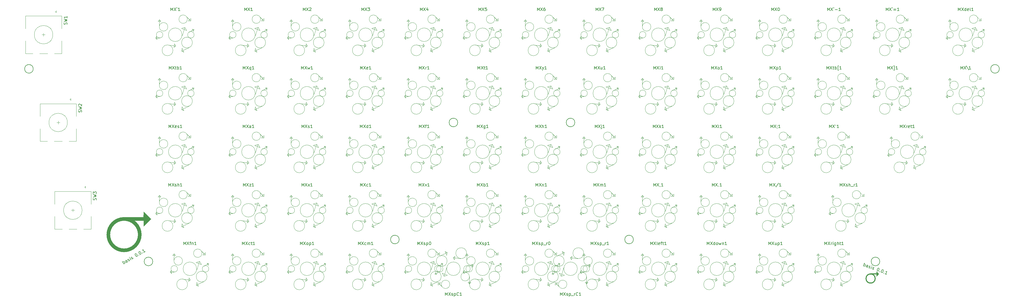
<source format=gbr>
G04 #@! TF.GenerationSoftware,KiCad,Pcbnew,(5.1.5-0-10_14)*
G04 #@! TF.CreationDate,2020-05-07T23:45:50-07:00*
G04 #@! TF.ProjectId,basis_combined_PROTON,62617369-735f-4636-9f6d-62696e65645f,rev?*
G04 #@! TF.SameCoordinates,Original*
G04 #@! TF.FileFunction,Legend,Top*
G04 #@! TF.FilePolarity,Positive*
%FSLAX46Y46*%
G04 Gerber Fmt 4.6, Leading zero omitted, Abs format (unit mm)*
G04 Created by KiCad (PCBNEW (5.1.5-0-10_14)) date 2020-05-07 23:45:50*
%MOMM*%
%LPD*%
G04 APERTURE LIST*
%ADD10C,0.100000*%
%ADD11C,0.350000*%
%ADD12C,0.150000*%
%ADD13C,1.150000*%
%ADD14C,0.120000*%
G04 APERTURE END LIST*
D10*
G36*
X-80947500Y-183038750D02*
G01*
X-83328750Y-185420000D01*
X-83328750Y-180657500D01*
X-80947500Y-183038750D01*
G37*
X-80947500Y-183038750D02*
X-83328750Y-185420000D01*
X-83328750Y-180657500D01*
X-80947500Y-183038750D01*
G36*
X155893750Y-200906250D02*
G01*
X155100000Y-201700000D01*
X155100000Y-200112500D01*
X155893750Y-200906250D01*
G37*
X155893750Y-200906250D02*
X155100000Y-201700000D01*
X155100000Y-200112500D01*
X155893750Y-200906250D01*
D11*
X153158750Y-200906250D02*
X155540000Y-200906250D01*
X154681250Y-202406250D02*
G75*
G03X154681250Y-202406250I-1487500J0D01*
G01*
D12*
X-83343750Y-183356250D02*
X-82550000Y-182562500D01*
X-83343750Y-181768750D02*
X-83343750Y-183356250D01*
X-82550000Y-182562500D02*
X-83343750Y-181768750D01*
D13*
X-89693750Y-183006090D02*
X-82550000Y-183006090D01*
X-84581090Y-188118750D02*
G75*
G03X-84581090Y-188118750I-5112660J0D01*
G01*
D12*
X150867756Y-198288268D02*
X151209776Y-197348575D01*
X151079482Y-197706553D02*
X151185264Y-197694380D01*
X151364253Y-197759526D01*
X151437461Y-197836847D01*
X151465921Y-197897881D01*
X151478095Y-198003662D01*
X151380375Y-198272146D01*
X151303054Y-198345353D01*
X151242020Y-198373814D01*
X151136239Y-198385988D01*
X150957250Y-198320841D01*
X150884042Y-198243521D01*
X152120679Y-198744295D02*
X152299833Y-198252075D01*
X152287659Y-198146294D01*
X152214451Y-198068973D01*
X152035462Y-198003826D01*
X151929680Y-198016000D01*
X152136966Y-198699548D02*
X152031185Y-198711721D01*
X151807448Y-198630288D01*
X151734240Y-198552967D01*
X151722066Y-198447186D01*
X151754640Y-198357692D01*
X151831960Y-198284484D01*
X151937742Y-198272310D01*
X152161478Y-198353743D01*
X152267259Y-198341569D01*
X152539691Y-198846128D02*
X152612899Y-198923448D01*
X152791888Y-198988595D01*
X152897669Y-198976421D01*
X152974990Y-198903213D01*
X152991277Y-198858466D01*
X152979103Y-198752685D01*
X152905895Y-198675364D01*
X152771653Y-198626504D01*
X152698445Y-198549183D01*
X152686271Y-198443402D01*
X152702558Y-198398655D01*
X152779879Y-198325447D01*
X152885660Y-198313273D01*
X153019902Y-198362133D01*
X153093109Y-198439454D01*
X153328855Y-199184035D02*
X153556869Y-198557573D01*
X153670875Y-198244342D02*
X153609842Y-198272803D01*
X153638302Y-198333837D01*
X153699336Y-198305376D01*
X153670875Y-198244342D01*
X153638302Y-198333837D01*
X153747867Y-199285868D02*
X153821075Y-199363188D01*
X154000064Y-199428335D01*
X154105846Y-199416161D01*
X154183166Y-199342953D01*
X154199453Y-199298206D01*
X154187279Y-199192425D01*
X154114071Y-199115104D01*
X153979829Y-199066244D01*
X153906621Y-198988924D01*
X153894447Y-198883142D01*
X153910734Y-198838395D01*
X153988055Y-198765187D01*
X154093836Y-198753013D01*
X154228078Y-198801873D01*
X154301286Y-198879194D01*
X155773997Y-199009816D02*
X155863492Y-199042389D01*
X155936699Y-199119710D01*
X155965160Y-199180744D01*
X155977334Y-199286525D01*
X155956935Y-199481801D01*
X155875501Y-199705537D01*
X155765607Y-199868240D01*
X155688287Y-199941447D01*
X155627253Y-199969908D01*
X155521471Y-199982082D01*
X155431977Y-199949509D01*
X155358769Y-199872188D01*
X155330308Y-199811154D01*
X155318135Y-199705373D01*
X155338534Y-199510097D01*
X155419967Y-199286361D01*
X155529861Y-199123658D01*
X155607182Y-199050451D01*
X155668216Y-199021990D01*
X155773997Y-199009816D01*
X156180507Y-200120601D02*
X156208967Y-200181635D01*
X156147933Y-200210095D01*
X156119473Y-200149062D01*
X156180507Y-200120601D01*
X156147933Y-200210095D01*
X157116415Y-199498416D02*
X157205910Y-199530990D01*
X157279117Y-199608310D01*
X157307578Y-199669344D01*
X157319752Y-199775125D01*
X157299353Y-199970401D01*
X157217919Y-200194137D01*
X157108025Y-200356840D01*
X157030705Y-200430048D01*
X156969671Y-200458508D01*
X156863889Y-200470682D01*
X156774395Y-200438109D01*
X156701187Y-200360788D01*
X156672726Y-200299754D01*
X156660553Y-200193973D01*
X156680952Y-199998697D01*
X156762385Y-199774961D01*
X156872279Y-199612259D01*
X156949600Y-199539051D01*
X157010634Y-199510590D01*
X157116415Y-199498416D01*
X157522925Y-200609201D02*
X157551385Y-200670235D01*
X157490351Y-200698696D01*
X157461891Y-200637662D01*
X157522925Y-200609201D01*
X157490351Y-200698696D01*
X158430044Y-201040716D02*
X157893077Y-200845276D01*
X158161560Y-200942996D02*
X158503580Y-200003303D01*
X158365226Y-200104972D01*
X158243158Y-200161893D01*
X158137377Y-200174067D01*
X-89756661Y-197654273D02*
X-90256661Y-196788247D01*
X-90066184Y-197118162D02*
X-90007515Y-197029304D01*
X-89842558Y-196934065D01*
X-89736270Y-196927686D01*
X-89671221Y-196945116D01*
X-89582363Y-197003785D01*
X-89439506Y-197251220D01*
X-89433126Y-197357509D01*
X-89450556Y-197422557D01*
X-89509225Y-197511416D01*
X-89674182Y-197606654D01*
X-89780470Y-197613034D01*
X-88601960Y-196987606D02*
X-88863865Y-196533974D01*
X-88952723Y-196475305D01*
X-89059011Y-196481685D01*
X-89223969Y-196576923D01*
X-89282638Y-196665781D01*
X-88625770Y-196946367D02*
X-88684439Y-197035225D01*
X-88890635Y-197154273D01*
X-88996923Y-197160653D01*
X-89085782Y-197101984D01*
X-89133401Y-197019505D01*
X-89139781Y-196913217D01*
X-89081111Y-196824358D01*
X-88874915Y-196705311D01*
X-88816246Y-196616452D01*
X-88254616Y-196732081D02*
X-88148328Y-196725701D01*
X-87983371Y-196630463D01*
X-87924701Y-196541605D01*
X-87931081Y-196435317D01*
X-87954891Y-196394078D01*
X-88043749Y-196335408D01*
X-88150037Y-196341788D01*
X-88273755Y-196413217D01*
X-88380043Y-196419597D01*
X-88468902Y-196360927D01*
X-88492711Y-196319688D01*
X-88499091Y-196213400D01*
X-88440422Y-196124542D01*
X-88316704Y-196053113D01*
X-88210416Y-196046733D01*
X-87488499Y-196344749D02*
X-87821832Y-195767399D01*
X-87988499Y-195478724D02*
X-88005929Y-195543773D01*
X-87940880Y-195561202D01*
X-87923450Y-195496153D01*
X-87988499Y-195478724D01*
X-87940880Y-195561202D01*
X-87141155Y-196089224D02*
X-87034867Y-196082844D01*
X-86869909Y-195987606D01*
X-86811240Y-195898748D01*
X-86817620Y-195792460D01*
X-86841429Y-195751220D01*
X-86930288Y-195692551D01*
X-87036576Y-195698931D01*
X-87160294Y-195770360D01*
X-87266582Y-195776739D01*
X-87355440Y-195718070D01*
X-87379250Y-195676831D01*
X-87385630Y-195570543D01*
X-87326961Y-195481685D01*
X-87203243Y-195410256D01*
X-87096954Y-195403876D01*
X-86050252Y-194359676D02*
X-85967773Y-194312057D01*
X-85861485Y-194305677D01*
X-85796436Y-194323107D01*
X-85707578Y-194381776D01*
X-85571100Y-194522924D01*
X-85452053Y-194729120D01*
X-85398054Y-194917887D01*
X-85391674Y-195024175D01*
X-85409104Y-195089224D01*
X-85467773Y-195178082D01*
X-85550252Y-195225701D01*
X-85656540Y-195232081D01*
X-85721588Y-195214651D01*
X-85810447Y-195155982D01*
X-85946924Y-195014835D01*
X-86065972Y-194808638D01*
X-86119971Y-194619871D01*
X-86126350Y-194513583D01*
X-86108921Y-194448534D01*
X-86050252Y-194359676D01*
X-84938042Y-194762270D02*
X-84872993Y-194779700D01*
X-84890423Y-194844749D01*
X-84955471Y-194827319D01*
X-84938042Y-194762270D01*
X-84890423Y-194844749D01*
X-84813072Y-193645390D02*
X-84730594Y-193597771D01*
X-84624306Y-193591392D01*
X-84559257Y-193608821D01*
X-84470398Y-193667490D01*
X-84333921Y-193808638D01*
X-84214873Y-194014835D01*
X-84160875Y-194203601D01*
X-84154495Y-194309890D01*
X-84171925Y-194374938D01*
X-84230594Y-194463797D01*
X-84313072Y-194511416D01*
X-84419361Y-194517795D01*
X-84484409Y-194500366D01*
X-84573268Y-194441697D01*
X-84709745Y-194300549D01*
X-84828793Y-194094352D01*
X-84882792Y-193905586D01*
X-84889171Y-193799298D01*
X-84871741Y-193734249D01*
X-84813072Y-193645390D01*
X-83700863Y-194047985D02*
X-83635814Y-194065415D01*
X-83653244Y-194130463D01*
X-83718292Y-194113034D01*
X-83700863Y-194047985D01*
X-83653244Y-194130463D01*
X-82787218Y-193630463D02*
X-83282090Y-193916178D01*
X-83034654Y-193773321D02*
X-83534654Y-192907295D01*
X-83545704Y-193078632D01*
X-83580564Y-193208730D01*
X-83639233Y-193297588D01*
D14*
X-30502500Y-202111250D02*
X-30052500Y-202811250D01*
X-30642500Y-203301250D02*
X-30502500Y-202111250D01*
X-30052500Y-202831250D02*
X-30642500Y-203301250D01*
X-32582500Y-202541250D02*
X-30052500Y-202831250D01*
X-27412500Y-204871250D02*
X-28112500Y-204541250D01*
X-27972500Y-203631250D02*
X-27412500Y-204871250D01*
X-28092500Y-204541250D02*
X-27972500Y-203631250D01*
X-25752500Y-203451250D02*
X-28092500Y-204541250D01*
X-24606791Y-201781250D02*
G75*
G03X-24606791Y-201781250I-1752855J0D01*
G01*
X-30941790Y-204311250D02*
G75*
G03X-30941790Y-204311250I-1760710J0D01*
G01*
X-36292500Y-199811250D02*
X-36602500Y-200321250D01*
X-36132500Y-200771250D02*
X-36292500Y-199811250D01*
X-36602500Y-200341250D02*
X-36132500Y-200771250D01*
X-35292500Y-200301250D02*
X-36602500Y-200341250D01*
X-34872500Y-194861250D02*
X-35312500Y-194321250D01*
X-35842500Y-194861250D02*
X-34872500Y-194861250D01*
X-35332500Y-194301250D02*
X-35842500Y-194861250D01*
X-35372500Y-196671250D02*
X-35332500Y-194301250D01*
X-25162500Y-193951250D02*
X-25162500Y-194691250D01*
X-25962500Y-194691250D02*
X-25162500Y-193951250D01*
X-25202500Y-194691250D02*
X-25962500Y-194691250D01*
X-26682500Y-193151250D02*
X-25202500Y-194691250D01*
X-24682500Y-197391250D02*
X-24132500Y-197491250D01*
X-24252500Y-198091250D02*
X-24682500Y-197391250D01*
X-24132500Y-197491250D02*
X-24252500Y-198091250D01*
X-25612500Y-198311250D02*
X-24132500Y-197491250D01*
X-26246850Y-194171250D02*
G75*
G03X-26246850Y-194171250I-1365650J0D01*
G01*
X-32585669Y-196661250D02*
G75*
G03X-32585669Y-196661250I-1386831J0D01*
G01*
X-34208887Y-199241250D02*
G75*
G03X-34208887Y-199241250I-1053613J0D01*
G01*
X-24036991Y-199251250D02*
G75*
G03X-24036991Y-199251250I-1055509J0D01*
G01*
X-26452500Y-197811250D02*
X-27052500Y-196781250D01*
X-28212500Y-197191250D02*
X-26452500Y-197811250D01*
X-27072500Y-196781250D02*
X-28212500Y-197191250D01*
X-27962500Y-199621250D02*
X-27072500Y-196781250D01*
X-27982500Y-199238097D02*
G75*
G03X-27982500Y-199238097I-2200000J0D01*
G01*
X-49552500Y-125911250D02*
X-49102500Y-126611250D01*
X-49692500Y-127101250D02*
X-49552500Y-125911250D01*
X-49102500Y-126631250D02*
X-49692500Y-127101250D01*
X-51632500Y-126341250D02*
X-49102500Y-126631250D01*
X-46462500Y-128671250D02*
X-47162500Y-128341250D01*
X-47022500Y-127431250D02*
X-46462500Y-128671250D01*
X-47142500Y-128341250D02*
X-47022500Y-127431250D01*
X-44802500Y-127251250D02*
X-47142500Y-128341250D01*
X-43656791Y-125581250D02*
G75*
G03X-43656791Y-125581250I-1752855J0D01*
G01*
X-49991790Y-128111250D02*
G75*
G03X-49991790Y-128111250I-1760710J0D01*
G01*
X-55342500Y-123611250D02*
X-55652500Y-124121250D01*
X-55182500Y-124571250D02*
X-55342500Y-123611250D01*
X-55652500Y-124141250D02*
X-55182500Y-124571250D01*
X-54342500Y-124101250D02*
X-55652500Y-124141250D01*
X-53922500Y-118661250D02*
X-54362500Y-118121250D01*
X-54892500Y-118661250D02*
X-53922500Y-118661250D01*
X-54382500Y-118101250D02*
X-54892500Y-118661250D01*
X-54422500Y-120471250D02*
X-54382500Y-118101250D01*
X-44212500Y-117751250D02*
X-44212500Y-118491250D01*
X-45012500Y-118491250D02*
X-44212500Y-117751250D01*
X-44252500Y-118491250D02*
X-45012500Y-118491250D01*
X-45732500Y-116951250D02*
X-44252500Y-118491250D01*
X-43732500Y-121191250D02*
X-43182500Y-121291250D01*
X-43302500Y-121891250D02*
X-43732500Y-121191250D01*
X-43182500Y-121291250D02*
X-43302500Y-121891250D01*
X-44662500Y-122111250D02*
X-43182500Y-121291250D01*
X-45296850Y-117971250D02*
G75*
G03X-45296850Y-117971250I-1365650J0D01*
G01*
X-51635669Y-120461250D02*
G75*
G03X-51635669Y-120461250I-1386831J0D01*
G01*
X-53258887Y-123041250D02*
G75*
G03X-53258887Y-123041250I-1053613J0D01*
G01*
X-43086991Y-123051250D02*
G75*
G03X-43086991Y-123051250I-1055509J0D01*
G01*
X-45502500Y-121611250D02*
X-46102500Y-120581250D01*
X-47262500Y-120991250D02*
X-45502500Y-121611250D01*
X-46122500Y-120581250D02*
X-47262500Y-120991250D01*
X-47012500Y-123421250D02*
X-46122500Y-120581250D01*
X-47032500Y-123038097D02*
G75*
G03X-47032500Y-123038097I-2200000J0D01*
G01*
X-30502500Y-125911250D02*
X-30052500Y-126611250D01*
X-30642500Y-127101250D02*
X-30502500Y-125911250D01*
X-30052500Y-126631250D02*
X-30642500Y-127101250D01*
X-32582500Y-126341250D02*
X-30052500Y-126631250D01*
X-27412500Y-128671250D02*
X-28112500Y-128341250D01*
X-27972500Y-127431250D02*
X-27412500Y-128671250D01*
X-28092500Y-128341250D02*
X-27972500Y-127431250D01*
X-25752500Y-127251250D02*
X-28092500Y-128341250D01*
X-24606791Y-125581250D02*
G75*
G03X-24606791Y-125581250I-1752855J0D01*
G01*
X-30941790Y-128111250D02*
G75*
G03X-30941790Y-128111250I-1760710J0D01*
G01*
X-36292500Y-123611250D02*
X-36602500Y-124121250D01*
X-36132500Y-124571250D02*
X-36292500Y-123611250D01*
X-36602500Y-124141250D02*
X-36132500Y-124571250D01*
X-35292500Y-124101250D02*
X-36602500Y-124141250D01*
X-34872500Y-118661250D02*
X-35312500Y-118121250D01*
X-35842500Y-118661250D02*
X-34872500Y-118661250D01*
X-35332500Y-118101250D02*
X-35842500Y-118661250D01*
X-35372500Y-120471250D02*
X-35332500Y-118101250D01*
X-25162500Y-117751250D02*
X-25162500Y-118491250D01*
X-25962500Y-118491250D02*
X-25162500Y-117751250D01*
X-25202500Y-118491250D02*
X-25962500Y-118491250D01*
X-26682500Y-116951250D02*
X-25202500Y-118491250D01*
X-24682500Y-121191250D02*
X-24132500Y-121291250D01*
X-24252500Y-121891250D02*
X-24682500Y-121191250D01*
X-24132500Y-121291250D02*
X-24252500Y-121891250D01*
X-25612500Y-122111250D02*
X-24132500Y-121291250D01*
X-26246850Y-117971250D02*
G75*
G03X-26246850Y-117971250I-1365650J0D01*
G01*
X-32585669Y-120461250D02*
G75*
G03X-32585669Y-120461250I-1386831J0D01*
G01*
X-34208887Y-123041250D02*
G75*
G03X-34208887Y-123041250I-1053613J0D01*
G01*
X-24036991Y-123051250D02*
G75*
G03X-24036991Y-123051250I-1055509J0D01*
G01*
X-26452500Y-121611250D02*
X-27052500Y-120581250D01*
X-28212500Y-120991250D02*
X-26452500Y-121611250D01*
X-27072500Y-120581250D02*
X-28212500Y-120991250D01*
X-27962500Y-123421250D02*
X-27072500Y-120581250D01*
X-27982500Y-123038097D02*
G75*
G03X-27982500Y-123038097I-2200000J0D01*
G01*
X-11452500Y-125911250D02*
X-11002500Y-126611250D01*
X-11592500Y-127101250D02*
X-11452500Y-125911250D01*
X-11002500Y-126631250D02*
X-11592500Y-127101250D01*
X-13532500Y-126341250D02*
X-11002500Y-126631250D01*
X-8362500Y-128671250D02*
X-9062500Y-128341250D01*
X-8922500Y-127431250D02*
X-8362500Y-128671250D01*
X-9042500Y-128341250D02*
X-8922500Y-127431250D01*
X-6702500Y-127251250D02*
X-9042500Y-128341250D01*
X-5556791Y-125581250D02*
G75*
G03X-5556791Y-125581250I-1752855J0D01*
G01*
X-11891790Y-128111250D02*
G75*
G03X-11891790Y-128111250I-1760710J0D01*
G01*
X-17242500Y-123611250D02*
X-17552500Y-124121250D01*
X-17082500Y-124571250D02*
X-17242500Y-123611250D01*
X-17552500Y-124141250D02*
X-17082500Y-124571250D01*
X-16242500Y-124101250D02*
X-17552500Y-124141250D01*
X-15822500Y-118661250D02*
X-16262500Y-118121250D01*
X-16792500Y-118661250D02*
X-15822500Y-118661250D01*
X-16282500Y-118101250D02*
X-16792500Y-118661250D01*
X-16322500Y-120471250D02*
X-16282500Y-118101250D01*
X-6112500Y-117751250D02*
X-6112500Y-118491250D01*
X-6912500Y-118491250D02*
X-6112500Y-117751250D01*
X-6152500Y-118491250D02*
X-6912500Y-118491250D01*
X-7632500Y-116951250D02*
X-6152500Y-118491250D01*
X-5632500Y-121191250D02*
X-5082500Y-121291250D01*
X-5202500Y-121891250D02*
X-5632500Y-121191250D01*
X-5082500Y-121291250D02*
X-5202500Y-121891250D01*
X-6562500Y-122111250D02*
X-5082500Y-121291250D01*
X-7196850Y-117971250D02*
G75*
G03X-7196850Y-117971250I-1365650J0D01*
G01*
X-13535669Y-120461250D02*
G75*
G03X-13535669Y-120461250I-1386831J0D01*
G01*
X-15158887Y-123041250D02*
G75*
G03X-15158887Y-123041250I-1053613J0D01*
G01*
X-4986991Y-123051250D02*
G75*
G03X-4986991Y-123051250I-1055509J0D01*
G01*
X-7402500Y-121611250D02*
X-8002500Y-120581250D01*
X-9162500Y-120991250D02*
X-7402500Y-121611250D01*
X-8022500Y-120581250D02*
X-9162500Y-120991250D01*
X-8912500Y-123421250D02*
X-8022500Y-120581250D01*
X-8932500Y-123038097D02*
G75*
G03X-8932500Y-123038097I-2200000J0D01*
G01*
X7597500Y-125911250D02*
X8047500Y-126611250D01*
X7457500Y-127101250D02*
X7597500Y-125911250D01*
X8047500Y-126631250D02*
X7457500Y-127101250D01*
X5517500Y-126341250D02*
X8047500Y-126631250D01*
X10687500Y-128671250D02*
X9987500Y-128341250D01*
X10127500Y-127431250D02*
X10687500Y-128671250D01*
X10007500Y-128341250D02*
X10127500Y-127431250D01*
X12347500Y-127251250D02*
X10007500Y-128341250D01*
X13493209Y-125581250D02*
G75*
G03X13493209Y-125581250I-1752855J0D01*
G01*
X7158210Y-128111250D02*
G75*
G03X7158210Y-128111250I-1760710J0D01*
G01*
X1807500Y-123611250D02*
X1497500Y-124121250D01*
X1967500Y-124571250D02*
X1807500Y-123611250D01*
X1497500Y-124141250D02*
X1967500Y-124571250D01*
X2807500Y-124101250D02*
X1497500Y-124141250D01*
X3227500Y-118661250D02*
X2787500Y-118121250D01*
X2257500Y-118661250D02*
X3227500Y-118661250D01*
X2767500Y-118101250D02*
X2257500Y-118661250D01*
X2727500Y-120471250D02*
X2767500Y-118101250D01*
X12937500Y-117751250D02*
X12937500Y-118491250D01*
X12137500Y-118491250D02*
X12937500Y-117751250D01*
X12897500Y-118491250D02*
X12137500Y-118491250D01*
X11417500Y-116951250D02*
X12897500Y-118491250D01*
X13417500Y-121191250D02*
X13967500Y-121291250D01*
X13847500Y-121891250D02*
X13417500Y-121191250D01*
X13967500Y-121291250D02*
X13847500Y-121891250D01*
X12487500Y-122111250D02*
X13967500Y-121291250D01*
X11853150Y-117971250D02*
G75*
G03X11853150Y-117971250I-1365650J0D01*
G01*
X5514331Y-120461250D02*
G75*
G03X5514331Y-120461250I-1386831J0D01*
G01*
X3891113Y-123041250D02*
G75*
G03X3891113Y-123041250I-1053613J0D01*
G01*
X14063009Y-123051250D02*
G75*
G03X14063009Y-123051250I-1055509J0D01*
G01*
X11647500Y-121611250D02*
X11047500Y-120581250D01*
X9887500Y-120991250D02*
X11647500Y-121611250D01*
X11027500Y-120581250D02*
X9887500Y-120991250D01*
X10137500Y-123421250D02*
X11027500Y-120581250D01*
X10117500Y-123038097D02*
G75*
G03X10117500Y-123038097I-2200000J0D01*
G01*
X-49552500Y-164011250D02*
X-49102500Y-164711250D01*
X-49692500Y-165201250D02*
X-49552500Y-164011250D01*
X-49102500Y-164731250D02*
X-49692500Y-165201250D01*
X-51632500Y-164441250D02*
X-49102500Y-164731250D01*
X-46462500Y-166771250D02*
X-47162500Y-166441250D01*
X-47022500Y-165531250D02*
X-46462500Y-166771250D01*
X-47142500Y-166441250D02*
X-47022500Y-165531250D01*
X-44802500Y-165351250D02*
X-47142500Y-166441250D01*
X-43656791Y-163681250D02*
G75*
G03X-43656791Y-163681250I-1752855J0D01*
G01*
X-49991790Y-166211250D02*
G75*
G03X-49991790Y-166211250I-1760710J0D01*
G01*
X-55342500Y-161711250D02*
X-55652500Y-162221250D01*
X-55182500Y-162671250D02*
X-55342500Y-161711250D01*
X-55652500Y-162241250D02*
X-55182500Y-162671250D01*
X-54342500Y-162201250D02*
X-55652500Y-162241250D01*
X-53922500Y-156761250D02*
X-54362500Y-156221250D01*
X-54892500Y-156761250D02*
X-53922500Y-156761250D01*
X-54382500Y-156201250D02*
X-54892500Y-156761250D01*
X-54422500Y-158571250D02*
X-54382500Y-156201250D01*
X-44212500Y-155851250D02*
X-44212500Y-156591250D01*
X-45012500Y-156591250D02*
X-44212500Y-155851250D01*
X-44252500Y-156591250D02*
X-45012500Y-156591250D01*
X-45732500Y-155051250D02*
X-44252500Y-156591250D01*
X-43732500Y-159291250D02*
X-43182500Y-159391250D01*
X-43302500Y-159991250D02*
X-43732500Y-159291250D01*
X-43182500Y-159391250D02*
X-43302500Y-159991250D01*
X-44662500Y-160211250D02*
X-43182500Y-159391250D01*
X-45296850Y-156071250D02*
G75*
G03X-45296850Y-156071250I-1365650J0D01*
G01*
X-51635669Y-158561250D02*
G75*
G03X-51635669Y-158561250I-1386831J0D01*
G01*
X-53258887Y-161141250D02*
G75*
G03X-53258887Y-161141250I-1053613J0D01*
G01*
X-43086991Y-161151250D02*
G75*
G03X-43086991Y-161151250I-1055509J0D01*
G01*
X-45502500Y-159711250D02*
X-46102500Y-158681250D01*
X-47262500Y-159091250D02*
X-45502500Y-159711250D01*
X-46122500Y-158681250D02*
X-47262500Y-159091250D01*
X-47012500Y-161521250D02*
X-46122500Y-158681250D01*
X-47032500Y-161138097D02*
G75*
G03X-47032500Y-161138097I-2200000J0D01*
G01*
X-11452500Y-183061250D02*
X-11002500Y-183761250D01*
X-11592500Y-184251250D02*
X-11452500Y-183061250D01*
X-11002500Y-183781250D02*
X-11592500Y-184251250D01*
X-13532500Y-183491250D02*
X-11002500Y-183781250D01*
X-8362500Y-185821250D02*
X-9062500Y-185491250D01*
X-8922500Y-184581250D02*
X-8362500Y-185821250D01*
X-9042500Y-185491250D02*
X-8922500Y-184581250D01*
X-6702500Y-184401250D02*
X-9042500Y-185491250D01*
X-5556791Y-182731250D02*
G75*
G03X-5556791Y-182731250I-1752855J0D01*
G01*
X-11891790Y-185261250D02*
G75*
G03X-11891790Y-185261250I-1760710J0D01*
G01*
X-17242500Y-180761250D02*
X-17552500Y-181271250D01*
X-17082500Y-181721250D02*
X-17242500Y-180761250D01*
X-17552500Y-181291250D02*
X-17082500Y-181721250D01*
X-16242500Y-181251250D02*
X-17552500Y-181291250D01*
X-15822500Y-175811250D02*
X-16262500Y-175271250D01*
X-16792500Y-175811250D02*
X-15822500Y-175811250D01*
X-16282500Y-175251250D02*
X-16792500Y-175811250D01*
X-16322500Y-177621250D02*
X-16282500Y-175251250D01*
X-6112500Y-174901250D02*
X-6112500Y-175641250D01*
X-6912500Y-175641250D02*
X-6112500Y-174901250D01*
X-6152500Y-175641250D02*
X-6912500Y-175641250D01*
X-7632500Y-174101250D02*
X-6152500Y-175641250D01*
X-5632500Y-178341250D02*
X-5082500Y-178441250D01*
X-5202500Y-179041250D02*
X-5632500Y-178341250D01*
X-5082500Y-178441250D02*
X-5202500Y-179041250D01*
X-6562500Y-179261250D02*
X-5082500Y-178441250D01*
X-7196850Y-175121250D02*
G75*
G03X-7196850Y-175121250I-1365650J0D01*
G01*
X-13535669Y-177611250D02*
G75*
G03X-13535669Y-177611250I-1386831J0D01*
G01*
X-15158887Y-180191250D02*
G75*
G03X-15158887Y-180191250I-1053613J0D01*
G01*
X-4986991Y-180201250D02*
G75*
G03X-4986991Y-180201250I-1055509J0D01*
G01*
X-7402500Y-178761250D02*
X-8002500Y-177731250D01*
X-9162500Y-178141250D02*
X-7402500Y-178761250D01*
X-8022500Y-177731250D02*
X-9162500Y-178141250D01*
X-8912500Y-180571250D02*
X-8022500Y-177731250D01*
X-8932500Y-180188097D02*
G75*
G03X-8932500Y-180188097I-2200000J0D01*
G01*
X-11452500Y-202111250D02*
X-11002500Y-202811250D01*
X-11592500Y-203301250D02*
X-11452500Y-202111250D01*
X-11002500Y-202831250D02*
X-11592500Y-203301250D01*
X-13532500Y-202541250D02*
X-11002500Y-202831250D01*
X-8362500Y-204871250D02*
X-9062500Y-204541250D01*
X-8922500Y-203631250D02*
X-8362500Y-204871250D01*
X-9042500Y-204541250D02*
X-8922500Y-203631250D01*
X-6702500Y-203451250D02*
X-9042500Y-204541250D01*
X-5556791Y-201781250D02*
G75*
G03X-5556791Y-201781250I-1752855J0D01*
G01*
X-11891790Y-204311250D02*
G75*
G03X-11891790Y-204311250I-1760710J0D01*
G01*
X-17242500Y-199811250D02*
X-17552500Y-200321250D01*
X-17082500Y-200771250D02*
X-17242500Y-199811250D01*
X-17552500Y-200341250D02*
X-17082500Y-200771250D01*
X-16242500Y-200301250D02*
X-17552500Y-200341250D01*
X-15822500Y-194861250D02*
X-16262500Y-194321250D01*
X-16792500Y-194861250D02*
X-15822500Y-194861250D01*
X-16282500Y-194301250D02*
X-16792500Y-194861250D01*
X-16322500Y-196671250D02*
X-16282500Y-194301250D01*
X-6112500Y-193951250D02*
X-6112500Y-194691250D01*
X-6912500Y-194691250D02*
X-6112500Y-193951250D01*
X-6152500Y-194691250D02*
X-6912500Y-194691250D01*
X-7632500Y-193151250D02*
X-6152500Y-194691250D01*
X-5632500Y-197391250D02*
X-5082500Y-197491250D01*
X-5202500Y-198091250D02*
X-5632500Y-197391250D01*
X-5082500Y-197491250D02*
X-5202500Y-198091250D01*
X-6562500Y-198311250D02*
X-5082500Y-197491250D01*
X-7196850Y-194171250D02*
G75*
G03X-7196850Y-194171250I-1365650J0D01*
G01*
X-13535669Y-196661250D02*
G75*
G03X-13535669Y-196661250I-1386831J0D01*
G01*
X-15158887Y-199241250D02*
G75*
G03X-15158887Y-199241250I-1053613J0D01*
G01*
X-4986991Y-199251250D02*
G75*
G03X-4986991Y-199251250I-1055509J0D01*
G01*
X-7402500Y-197811250D02*
X-8002500Y-196781250D01*
X-9162500Y-197191250D02*
X-7402500Y-197811250D01*
X-8022500Y-196781250D02*
X-9162500Y-197191250D01*
X-8912500Y-199621250D02*
X-8022500Y-196781250D01*
X-8932500Y-199238097D02*
G75*
G03X-8932500Y-199238097I-2200000J0D01*
G01*
X-49552500Y-202111250D02*
X-49102500Y-202811250D01*
X-49692500Y-203301250D02*
X-49552500Y-202111250D01*
X-49102500Y-202831250D02*
X-49692500Y-203301250D01*
X-51632500Y-202541250D02*
X-49102500Y-202831250D01*
X-46462500Y-204871250D02*
X-47162500Y-204541250D01*
X-47022500Y-203631250D02*
X-46462500Y-204871250D01*
X-47142500Y-204541250D02*
X-47022500Y-203631250D01*
X-44802500Y-203451250D02*
X-47142500Y-204541250D01*
X-43656791Y-201781250D02*
G75*
G03X-43656791Y-201781250I-1752855J0D01*
G01*
X-49991790Y-204311250D02*
G75*
G03X-49991790Y-204311250I-1760710J0D01*
G01*
X-55342500Y-199811250D02*
X-55652500Y-200321250D01*
X-55182500Y-200771250D02*
X-55342500Y-199811250D01*
X-55652500Y-200341250D02*
X-55182500Y-200771250D01*
X-54342500Y-200301250D02*
X-55652500Y-200341250D01*
X-53922500Y-194861250D02*
X-54362500Y-194321250D01*
X-54892500Y-194861250D02*
X-53922500Y-194861250D01*
X-54382500Y-194301250D02*
X-54892500Y-194861250D01*
X-54422500Y-196671250D02*
X-54382500Y-194301250D01*
X-44212500Y-193951250D02*
X-44212500Y-194691250D01*
X-45012500Y-194691250D02*
X-44212500Y-193951250D01*
X-44252500Y-194691250D02*
X-45012500Y-194691250D01*
X-45732500Y-193151250D02*
X-44252500Y-194691250D01*
X-43732500Y-197391250D02*
X-43182500Y-197491250D01*
X-43302500Y-198091250D02*
X-43732500Y-197391250D01*
X-43182500Y-197491250D02*
X-43302500Y-198091250D01*
X-44662500Y-198311250D02*
X-43182500Y-197491250D01*
X-45296850Y-194171250D02*
G75*
G03X-45296850Y-194171250I-1365650J0D01*
G01*
X-51635669Y-196661250D02*
G75*
G03X-51635669Y-196661250I-1386831J0D01*
G01*
X-53258887Y-199241250D02*
G75*
G03X-53258887Y-199241250I-1053613J0D01*
G01*
X-43086991Y-199251250D02*
G75*
G03X-43086991Y-199251250I-1055509J0D01*
G01*
X-45502500Y-197811250D02*
X-46102500Y-196781250D01*
X-47262500Y-197191250D02*
X-45502500Y-197811250D01*
X-46122500Y-196781250D02*
X-47262500Y-197191250D01*
X-47012500Y-199621250D02*
X-46122500Y-196781250D01*
X-47032500Y-199238097D02*
G75*
G03X-47032500Y-199238097I-2200000J0D01*
G01*
X-11452500Y-164011250D02*
X-11002500Y-164711250D01*
X-11592500Y-165201250D02*
X-11452500Y-164011250D01*
X-11002500Y-164731250D02*
X-11592500Y-165201250D01*
X-13532500Y-164441250D02*
X-11002500Y-164731250D01*
X-8362500Y-166771250D02*
X-9062500Y-166441250D01*
X-8922500Y-165531250D02*
X-8362500Y-166771250D01*
X-9042500Y-166441250D02*
X-8922500Y-165531250D01*
X-6702500Y-165351250D02*
X-9042500Y-166441250D01*
X-5556791Y-163681250D02*
G75*
G03X-5556791Y-163681250I-1752855J0D01*
G01*
X-11891790Y-166211250D02*
G75*
G03X-11891790Y-166211250I-1760710J0D01*
G01*
X-17242500Y-161711250D02*
X-17552500Y-162221250D01*
X-17082500Y-162671250D02*
X-17242500Y-161711250D01*
X-17552500Y-162241250D02*
X-17082500Y-162671250D01*
X-16242500Y-162201250D02*
X-17552500Y-162241250D01*
X-15822500Y-156761250D02*
X-16262500Y-156221250D01*
X-16792500Y-156761250D02*
X-15822500Y-156761250D01*
X-16282500Y-156201250D02*
X-16792500Y-156761250D01*
X-16322500Y-158571250D02*
X-16282500Y-156201250D01*
X-6112500Y-155851250D02*
X-6112500Y-156591250D01*
X-6912500Y-156591250D02*
X-6112500Y-155851250D01*
X-6152500Y-156591250D02*
X-6912500Y-156591250D01*
X-7632500Y-155051250D02*
X-6152500Y-156591250D01*
X-5632500Y-159291250D02*
X-5082500Y-159391250D01*
X-5202500Y-159991250D02*
X-5632500Y-159291250D01*
X-5082500Y-159391250D02*
X-5202500Y-159991250D01*
X-6562500Y-160211250D02*
X-5082500Y-159391250D01*
X-7196850Y-156071250D02*
G75*
G03X-7196850Y-156071250I-1365650J0D01*
G01*
X-13535669Y-158561250D02*
G75*
G03X-13535669Y-158561250I-1386831J0D01*
G01*
X-15158887Y-161141250D02*
G75*
G03X-15158887Y-161141250I-1053613J0D01*
G01*
X-4986991Y-161151250D02*
G75*
G03X-4986991Y-161151250I-1055509J0D01*
G01*
X-7402500Y-159711250D02*
X-8002500Y-158681250D01*
X-9162500Y-159091250D02*
X-7402500Y-159711250D01*
X-8022500Y-158681250D02*
X-9162500Y-159091250D01*
X-8912500Y-161521250D02*
X-8022500Y-158681250D01*
X-8932500Y-161138097D02*
G75*
G03X-8932500Y-161138097I-2200000J0D01*
G01*
X-11452500Y-144961250D02*
X-11002500Y-145661250D01*
X-11592500Y-146151250D02*
X-11452500Y-144961250D01*
X-11002500Y-145681250D02*
X-11592500Y-146151250D01*
X-13532500Y-145391250D02*
X-11002500Y-145681250D01*
X-8362500Y-147721250D02*
X-9062500Y-147391250D01*
X-8922500Y-146481250D02*
X-8362500Y-147721250D01*
X-9042500Y-147391250D02*
X-8922500Y-146481250D01*
X-6702500Y-146301250D02*
X-9042500Y-147391250D01*
X-5556791Y-144631250D02*
G75*
G03X-5556791Y-144631250I-1752855J0D01*
G01*
X-11891790Y-147161250D02*
G75*
G03X-11891790Y-147161250I-1760710J0D01*
G01*
X-17242500Y-142661250D02*
X-17552500Y-143171250D01*
X-17082500Y-143621250D02*
X-17242500Y-142661250D01*
X-17552500Y-143191250D02*
X-17082500Y-143621250D01*
X-16242500Y-143151250D02*
X-17552500Y-143191250D01*
X-15822500Y-137711250D02*
X-16262500Y-137171250D01*
X-16792500Y-137711250D02*
X-15822500Y-137711250D01*
X-16282500Y-137151250D02*
X-16792500Y-137711250D01*
X-16322500Y-139521250D02*
X-16282500Y-137151250D01*
X-6112500Y-136801250D02*
X-6112500Y-137541250D01*
X-6912500Y-137541250D02*
X-6112500Y-136801250D01*
X-6152500Y-137541250D02*
X-6912500Y-137541250D01*
X-7632500Y-136001250D02*
X-6152500Y-137541250D01*
X-5632500Y-140241250D02*
X-5082500Y-140341250D01*
X-5202500Y-140941250D02*
X-5632500Y-140241250D01*
X-5082500Y-140341250D02*
X-5202500Y-140941250D01*
X-6562500Y-141161250D02*
X-5082500Y-140341250D01*
X-7196850Y-137021250D02*
G75*
G03X-7196850Y-137021250I-1365650J0D01*
G01*
X-13535669Y-139511250D02*
G75*
G03X-13535669Y-139511250I-1386831J0D01*
G01*
X-15158887Y-142091250D02*
G75*
G03X-15158887Y-142091250I-1053613J0D01*
G01*
X-4986991Y-142101250D02*
G75*
G03X-4986991Y-142101250I-1055509J0D01*
G01*
X-7402500Y-140661250D02*
X-8002500Y-139631250D01*
X-9162500Y-140041250D02*
X-7402500Y-140661250D01*
X-8022500Y-139631250D02*
X-9162500Y-140041250D01*
X-8912500Y-142471250D02*
X-8022500Y-139631250D01*
X-8932500Y-142088097D02*
G75*
G03X-8932500Y-142088097I-2200000J0D01*
G01*
X7597500Y-164011250D02*
X8047500Y-164711250D01*
X7457500Y-165201250D02*
X7597500Y-164011250D01*
X8047500Y-164731250D02*
X7457500Y-165201250D01*
X5517500Y-164441250D02*
X8047500Y-164731250D01*
X10687500Y-166771250D02*
X9987500Y-166441250D01*
X10127500Y-165531250D02*
X10687500Y-166771250D01*
X10007500Y-166441250D02*
X10127500Y-165531250D01*
X12347500Y-165351250D02*
X10007500Y-166441250D01*
X13493209Y-163681250D02*
G75*
G03X13493209Y-163681250I-1752855J0D01*
G01*
X7158210Y-166211250D02*
G75*
G03X7158210Y-166211250I-1760710J0D01*
G01*
X1807500Y-161711250D02*
X1497500Y-162221250D01*
X1967500Y-162671250D02*
X1807500Y-161711250D01*
X1497500Y-162241250D02*
X1967500Y-162671250D01*
X2807500Y-162201250D02*
X1497500Y-162241250D01*
X3227500Y-156761250D02*
X2787500Y-156221250D01*
X2257500Y-156761250D02*
X3227500Y-156761250D01*
X2767500Y-156201250D02*
X2257500Y-156761250D01*
X2727500Y-158571250D02*
X2767500Y-156201250D01*
X12937500Y-155851250D02*
X12937500Y-156591250D01*
X12137500Y-156591250D02*
X12937500Y-155851250D01*
X12897500Y-156591250D02*
X12137500Y-156591250D01*
X11417500Y-155051250D02*
X12897500Y-156591250D01*
X13417500Y-159291250D02*
X13967500Y-159391250D01*
X13847500Y-159991250D02*
X13417500Y-159291250D01*
X13967500Y-159391250D02*
X13847500Y-159991250D01*
X12487500Y-160211250D02*
X13967500Y-159391250D01*
X11853150Y-156071250D02*
G75*
G03X11853150Y-156071250I-1365650J0D01*
G01*
X5514331Y-158561250D02*
G75*
G03X5514331Y-158561250I-1386831J0D01*
G01*
X3891113Y-161141250D02*
G75*
G03X3891113Y-161141250I-1053613J0D01*
G01*
X14063009Y-161151250D02*
G75*
G03X14063009Y-161151250I-1055509J0D01*
G01*
X11647500Y-159711250D02*
X11047500Y-158681250D01*
X9887500Y-159091250D02*
X11647500Y-159711250D01*
X11027500Y-158681250D02*
X9887500Y-159091250D01*
X10137500Y-161521250D02*
X11027500Y-158681250D01*
X10117500Y-161138097D02*
G75*
G03X10117500Y-161138097I-2200000J0D01*
G01*
X-68602500Y-202111250D02*
X-68152500Y-202811250D01*
X-68742500Y-203301250D02*
X-68602500Y-202111250D01*
X-68152500Y-202831250D02*
X-68742500Y-203301250D01*
X-70682500Y-202541250D02*
X-68152500Y-202831250D01*
X-65512500Y-204871250D02*
X-66212500Y-204541250D01*
X-66072500Y-203631250D02*
X-65512500Y-204871250D01*
X-66192500Y-204541250D02*
X-66072500Y-203631250D01*
X-63852500Y-203451250D02*
X-66192500Y-204541250D01*
X-62706791Y-201781250D02*
G75*
G03X-62706791Y-201781250I-1752855J0D01*
G01*
X-69041790Y-204311250D02*
G75*
G03X-69041790Y-204311250I-1760710J0D01*
G01*
X-74392500Y-199811250D02*
X-74702500Y-200321250D01*
X-74232500Y-200771250D02*
X-74392500Y-199811250D01*
X-74702500Y-200341250D02*
X-74232500Y-200771250D01*
X-73392500Y-200301250D02*
X-74702500Y-200341250D01*
X-72972500Y-194861250D02*
X-73412500Y-194321250D01*
X-73942500Y-194861250D02*
X-72972500Y-194861250D01*
X-73432500Y-194301250D02*
X-73942500Y-194861250D01*
X-73472500Y-196671250D02*
X-73432500Y-194301250D01*
X-63262500Y-193951250D02*
X-63262500Y-194691250D01*
X-64062500Y-194691250D02*
X-63262500Y-193951250D01*
X-63302500Y-194691250D02*
X-64062500Y-194691250D01*
X-64782500Y-193151250D02*
X-63302500Y-194691250D01*
X-62782500Y-197391250D02*
X-62232500Y-197491250D01*
X-62352500Y-198091250D02*
X-62782500Y-197391250D01*
X-62232500Y-197491250D02*
X-62352500Y-198091250D01*
X-63712500Y-198311250D02*
X-62232500Y-197491250D01*
X-64346850Y-194171250D02*
G75*
G03X-64346850Y-194171250I-1365650J0D01*
G01*
X-70685669Y-196661250D02*
G75*
G03X-70685669Y-196661250I-1386831J0D01*
G01*
X-72308887Y-199241250D02*
G75*
G03X-72308887Y-199241250I-1053613J0D01*
G01*
X-62136991Y-199251250D02*
G75*
G03X-62136991Y-199251250I-1055509J0D01*
G01*
X-64552500Y-197811250D02*
X-65152500Y-196781250D01*
X-66312500Y-197191250D02*
X-64552500Y-197811250D01*
X-65172500Y-196781250D02*
X-66312500Y-197191250D01*
X-66062500Y-199621250D02*
X-65172500Y-196781250D01*
X-66082500Y-199238097D02*
G75*
G03X-66082500Y-199238097I-2200000J0D01*
G01*
X26647500Y-164011250D02*
X27097500Y-164711250D01*
X26507500Y-165201250D02*
X26647500Y-164011250D01*
X27097500Y-164731250D02*
X26507500Y-165201250D01*
X24567500Y-164441250D02*
X27097500Y-164731250D01*
X29737500Y-166771250D02*
X29037500Y-166441250D01*
X29177500Y-165531250D02*
X29737500Y-166771250D01*
X29057500Y-166441250D02*
X29177500Y-165531250D01*
X31397500Y-165351250D02*
X29057500Y-166441250D01*
X32543209Y-163681250D02*
G75*
G03X32543209Y-163681250I-1752855J0D01*
G01*
X26208210Y-166211250D02*
G75*
G03X26208210Y-166211250I-1760710J0D01*
G01*
X20857500Y-161711250D02*
X20547500Y-162221250D01*
X21017500Y-162671250D02*
X20857500Y-161711250D01*
X20547500Y-162241250D02*
X21017500Y-162671250D01*
X21857500Y-162201250D02*
X20547500Y-162241250D01*
X22277500Y-156761250D02*
X21837500Y-156221250D01*
X21307500Y-156761250D02*
X22277500Y-156761250D01*
X21817500Y-156201250D02*
X21307500Y-156761250D01*
X21777500Y-158571250D02*
X21817500Y-156201250D01*
X31987500Y-155851250D02*
X31987500Y-156591250D01*
X31187500Y-156591250D02*
X31987500Y-155851250D01*
X31947500Y-156591250D02*
X31187500Y-156591250D01*
X30467500Y-155051250D02*
X31947500Y-156591250D01*
X32467500Y-159291250D02*
X33017500Y-159391250D01*
X32897500Y-159991250D02*
X32467500Y-159291250D01*
X33017500Y-159391250D02*
X32897500Y-159991250D01*
X31537500Y-160211250D02*
X33017500Y-159391250D01*
X30903150Y-156071250D02*
G75*
G03X30903150Y-156071250I-1365650J0D01*
G01*
X24564331Y-158561250D02*
G75*
G03X24564331Y-158561250I-1386831J0D01*
G01*
X22941113Y-161141250D02*
G75*
G03X22941113Y-161141250I-1053613J0D01*
G01*
X33113009Y-161151250D02*
G75*
G03X33113009Y-161151250I-1055509J0D01*
G01*
X30697500Y-159711250D02*
X30097500Y-158681250D01*
X28937500Y-159091250D02*
X30697500Y-159711250D01*
X30077500Y-158681250D02*
X28937500Y-159091250D01*
X29187500Y-161521250D02*
X30077500Y-158681250D01*
X29167500Y-161138097D02*
G75*
G03X29167500Y-161138097I-2200000J0D01*
G01*
X-49552500Y-144961250D02*
X-49102500Y-145661250D01*
X-49692500Y-146151250D02*
X-49552500Y-144961250D01*
X-49102500Y-145681250D02*
X-49692500Y-146151250D01*
X-51632500Y-145391250D02*
X-49102500Y-145681250D01*
X-46462500Y-147721250D02*
X-47162500Y-147391250D01*
X-47022500Y-146481250D02*
X-46462500Y-147721250D01*
X-47142500Y-147391250D02*
X-47022500Y-146481250D01*
X-44802500Y-146301250D02*
X-47142500Y-147391250D01*
X-43656791Y-144631250D02*
G75*
G03X-43656791Y-144631250I-1752855J0D01*
G01*
X-49991790Y-147161250D02*
G75*
G03X-49991790Y-147161250I-1760710J0D01*
G01*
X-55342500Y-142661250D02*
X-55652500Y-143171250D01*
X-55182500Y-143621250D02*
X-55342500Y-142661250D01*
X-55652500Y-143191250D02*
X-55182500Y-143621250D01*
X-54342500Y-143151250D02*
X-55652500Y-143191250D01*
X-53922500Y-137711250D02*
X-54362500Y-137171250D01*
X-54892500Y-137711250D02*
X-53922500Y-137711250D01*
X-54382500Y-137151250D02*
X-54892500Y-137711250D01*
X-54422500Y-139521250D02*
X-54382500Y-137151250D01*
X-44212500Y-136801250D02*
X-44212500Y-137541250D01*
X-45012500Y-137541250D02*
X-44212500Y-136801250D01*
X-44252500Y-137541250D02*
X-45012500Y-137541250D01*
X-45732500Y-136001250D02*
X-44252500Y-137541250D01*
X-43732500Y-140241250D02*
X-43182500Y-140341250D01*
X-43302500Y-140941250D02*
X-43732500Y-140241250D01*
X-43182500Y-140341250D02*
X-43302500Y-140941250D01*
X-44662500Y-141161250D02*
X-43182500Y-140341250D01*
X-45296850Y-137021250D02*
G75*
G03X-45296850Y-137021250I-1365650J0D01*
G01*
X-51635669Y-139511250D02*
G75*
G03X-51635669Y-139511250I-1386831J0D01*
G01*
X-53258887Y-142091250D02*
G75*
G03X-53258887Y-142091250I-1053613J0D01*
G01*
X-43086991Y-142101250D02*
G75*
G03X-43086991Y-142101250I-1055509J0D01*
G01*
X-45502500Y-140661250D02*
X-46102500Y-139631250D01*
X-47262500Y-140041250D02*
X-45502500Y-140661250D01*
X-46122500Y-139631250D02*
X-47262500Y-140041250D01*
X-47012500Y-142471250D02*
X-46122500Y-139631250D01*
X-47032500Y-142088097D02*
G75*
G03X-47032500Y-142088097I-2200000J0D01*
G01*
X7597500Y-144961250D02*
X8047500Y-145661250D01*
X7457500Y-146151250D02*
X7597500Y-144961250D01*
X8047500Y-145681250D02*
X7457500Y-146151250D01*
X5517500Y-145391250D02*
X8047500Y-145681250D01*
X10687500Y-147721250D02*
X9987500Y-147391250D01*
X10127500Y-146481250D02*
X10687500Y-147721250D01*
X10007500Y-147391250D02*
X10127500Y-146481250D01*
X12347500Y-146301250D02*
X10007500Y-147391250D01*
X13493209Y-144631250D02*
G75*
G03X13493209Y-144631250I-1752855J0D01*
G01*
X7158210Y-147161250D02*
G75*
G03X7158210Y-147161250I-1760710J0D01*
G01*
X1807500Y-142661250D02*
X1497500Y-143171250D01*
X1967500Y-143621250D02*
X1807500Y-142661250D01*
X1497500Y-143191250D02*
X1967500Y-143621250D01*
X2807500Y-143151250D02*
X1497500Y-143191250D01*
X3227500Y-137711250D02*
X2787500Y-137171250D01*
X2257500Y-137711250D02*
X3227500Y-137711250D01*
X2767500Y-137151250D02*
X2257500Y-137711250D01*
X2727500Y-139521250D02*
X2767500Y-137151250D01*
X12937500Y-136801250D02*
X12937500Y-137541250D01*
X12137500Y-137541250D02*
X12937500Y-136801250D01*
X12897500Y-137541250D02*
X12137500Y-137541250D01*
X11417500Y-136001250D02*
X12897500Y-137541250D01*
X13417500Y-140241250D02*
X13967500Y-140341250D01*
X13847500Y-140941250D02*
X13417500Y-140241250D01*
X13967500Y-140341250D02*
X13847500Y-140941250D01*
X12487500Y-141161250D02*
X13967500Y-140341250D01*
X11853150Y-137021250D02*
G75*
G03X11853150Y-137021250I-1365650J0D01*
G01*
X5514331Y-139511250D02*
G75*
G03X5514331Y-139511250I-1386831J0D01*
G01*
X3891113Y-142091250D02*
G75*
G03X3891113Y-142091250I-1053613J0D01*
G01*
X14063009Y-142101250D02*
G75*
G03X14063009Y-142101250I-1055509J0D01*
G01*
X11647500Y-140661250D02*
X11047500Y-139631250D01*
X9887500Y-140041250D02*
X11647500Y-140661250D01*
X11027500Y-139631250D02*
X9887500Y-140041250D01*
X10137500Y-142471250D02*
X11027500Y-139631250D01*
X10117500Y-142088097D02*
G75*
G03X10117500Y-142088097I-2200000J0D01*
G01*
X-30502500Y-164011250D02*
X-30052500Y-164711250D01*
X-30642500Y-165201250D02*
X-30502500Y-164011250D01*
X-30052500Y-164731250D02*
X-30642500Y-165201250D01*
X-32582500Y-164441250D02*
X-30052500Y-164731250D01*
X-27412500Y-166771250D02*
X-28112500Y-166441250D01*
X-27972500Y-165531250D02*
X-27412500Y-166771250D01*
X-28092500Y-166441250D02*
X-27972500Y-165531250D01*
X-25752500Y-165351250D02*
X-28092500Y-166441250D01*
X-24606791Y-163681250D02*
G75*
G03X-24606791Y-163681250I-1752855J0D01*
G01*
X-30941790Y-166211250D02*
G75*
G03X-30941790Y-166211250I-1760710J0D01*
G01*
X-36292500Y-161711250D02*
X-36602500Y-162221250D01*
X-36132500Y-162671250D02*
X-36292500Y-161711250D01*
X-36602500Y-162241250D02*
X-36132500Y-162671250D01*
X-35292500Y-162201250D02*
X-36602500Y-162241250D01*
X-34872500Y-156761250D02*
X-35312500Y-156221250D01*
X-35842500Y-156761250D02*
X-34872500Y-156761250D01*
X-35332500Y-156201250D02*
X-35842500Y-156761250D01*
X-35372500Y-158571250D02*
X-35332500Y-156201250D01*
X-25162500Y-155851250D02*
X-25162500Y-156591250D01*
X-25962500Y-156591250D02*
X-25162500Y-155851250D01*
X-25202500Y-156591250D02*
X-25962500Y-156591250D01*
X-26682500Y-155051250D02*
X-25202500Y-156591250D01*
X-24682500Y-159291250D02*
X-24132500Y-159391250D01*
X-24252500Y-159991250D02*
X-24682500Y-159291250D01*
X-24132500Y-159391250D02*
X-24252500Y-159991250D01*
X-25612500Y-160211250D02*
X-24132500Y-159391250D01*
X-26246850Y-156071250D02*
G75*
G03X-26246850Y-156071250I-1365650J0D01*
G01*
X-32585669Y-158561250D02*
G75*
G03X-32585669Y-158561250I-1386831J0D01*
G01*
X-34208887Y-161141250D02*
G75*
G03X-34208887Y-161141250I-1053613J0D01*
G01*
X-24036991Y-161151250D02*
G75*
G03X-24036991Y-161151250I-1055509J0D01*
G01*
X-26452500Y-159711250D02*
X-27052500Y-158681250D01*
X-28212500Y-159091250D02*
X-26452500Y-159711250D01*
X-27072500Y-158681250D02*
X-28212500Y-159091250D01*
X-27962500Y-161521250D02*
X-27072500Y-158681250D01*
X-27982500Y-161138097D02*
G75*
G03X-27982500Y-161138097I-2200000J0D01*
G01*
X7597500Y-202111250D02*
X8047500Y-202811250D01*
X7457500Y-203301250D02*
X7597500Y-202111250D01*
X8047500Y-202831250D02*
X7457500Y-203301250D01*
X5517500Y-202541250D02*
X8047500Y-202831250D01*
X10687500Y-204871250D02*
X9987500Y-204541250D01*
X10127500Y-203631250D02*
X10687500Y-204871250D01*
X10007500Y-204541250D02*
X10127500Y-203631250D01*
X12347500Y-203451250D02*
X10007500Y-204541250D01*
X13493209Y-201781250D02*
G75*
G03X13493209Y-201781250I-1752855J0D01*
G01*
X7158210Y-204311250D02*
G75*
G03X7158210Y-204311250I-1760710J0D01*
G01*
X1807500Y-199811250D02*
X1497500Y-200321250D01*
X1967500Y-200771250D02*
X1807500Y-199811250D01*
X1497500Y-200341250D02*
X1967500Y-200771250D01*
X2807500Y-200301250D02*
X1497500Y-200341250D01*
X3227500Y-194861250D02*
X2787500Y-194321250D01*
X2257500Y-194861250D02*
X3227500Y-194861250D01*
X2767500Y-194301250D02*
X2257500Y-194861250D01*
X2727500Y-196671250D02*
X2767500Y-194301250D01*
X12937500Y-193951250D02*
X12937500Y-194691250D01*
X12137500Y-194691250D02*
X12937500Y-193951250D01*
X12897500Y-194691250D02*
X12137500Y-194691250D01*
X11417500Y-193151250D02*
X12897500Y-194691250D01*
X13417500Y-197391250D02*
X13967500Y-197491250D01*
X13847500Y-198091250D02*
X13417500Y-197391250D01*
X13967500Y-197491250D02*
X13847500Y-198091250D01*
X12487500Y-198311250D02*
X13967500Y-197491250D01*
X11853150Y-194171250D02*
G75*
G03X11853150Y-194171250I-1365650J0D01*
G01*
X5514331Y-196661250D02*
G75*
G03X5514331Y-196661250I-1386831J0D01*
G01*
X3891113Y-199241250D02*
G75*
G03X3891113Y-199241250I-1053613J0D01*
G01*
X14063009Y-199251250D02*
G75*
G03X14063009Y-199251250I-1055509J0D01*
G01*
X11647500Y-197811250D02*
X11047500Y-196781250D01*
X9887500Y-197191250D02*
X11647500Y-197811250D01*
X11027500Y-196781250D02*
X9887500Y-197191250D01*
X10137500Y-199621250D02*
X11027500Y-196781250D01*
X10117500Y-199238097D02*
G75*
G03X10117500Y-199238097I-2200000J0D01*
G01*
X26647500Y-202111250D02*
X27097500Y-202811250D01*
X26507500Y-203301250D02*
X26647500Y-202111250D01*
X27097500Y-202831250D02*
X26507500Y-203301250D01*
X24567500Y-202541250D02*
X27097500Y-202831250D01*
X29737500Y-204871250D02*
X29037500Y-204541250D01*
X29177500Y-203631250D02*
X29737500Y-204871250D01*
X29057500Y-204541250D02*
X29177500Y-203631250D01*
X31397500Y-203451250D02*
X29057500Y-204541250D01*
X32543209Y-201781250D02*
G75*
G03X32543209Y-201781250I-1752855J0D01*
G01*
X26208210Y-204311250D02*
G75*
G03X26208210Y-204311250I-1760710J0D01*
G01*
X20857500Y-199811250D02*
X20547500Y-200321250D01*
X21017500Y-200771250D02*
X20857500Y-199811250D01*
X20547500Y-200341250D02*
X21017500Y-200771250D01*
X21857500Y-200301250D02*
X20547500Y-200341250D01*
X22277500Y-194861250D02*
X21837500Y-194321250D01*
X21307500Y-194861250D02*
X22277500Y-194861250D01*
X21817500Y-194301250D02*
X21307500Y-194861250D01*
X21777500Y-196671250D02*
X21817500Y-194301250D01*
X31987500Y-193951250D02*
X31987500Y-194691250D01*
X31187500Y-194691250D02*
X31987500Y-193951250D01*
X31947500Y-194691250D02*
X31187500Y-194691250D01*
X30467500Y-193151250D02*
X31947500Y-194691250D01*
X32467500Y-197391250D02*
X33017500Y-197491250D01*
X32897500Y-198091250D02*
X32467500Y-197391250D01*
X33017500Y-197491250D02*
X32897500Y-198091250D01*
X31537500Y-198311250D02*
X33017500Y-197491250D01*
X30903150Y-194171250D02*
G75*
G03X30903150Y-194171250I-1365650J0D01*
G01*
X24564331Y-196661250D02*
G75*
G03X24564331Y-196661250I-1386831J0D01*
G01*
X22941113Y-199241250D02*
G75*
G03X22941113Y-199241250I-1053613J0D01*
G01*
X33113009Y-199251250D02*
G75*
G03X33113009Y-199251250I-1055509J0D01*
G01*
X30697500Y-197811250D02*
X30097500Y-196781250D01*
X28937500Y-197191250D02*
X30697500Y-197811250D01*
X30077500Y-196781250D02*
X28937500Y-197191250D01*
X29187500Y-199621250D02*
X30077500Y-196781250D01*
X29167500Y-199238097D02*
G75*
G03X29167500Y-199238097I-2200000J0D01*
G01*
X17802500Y-196351250D02*
X17352500Y-195651250D01*
X17942500Y-195161250D02*
X17802500Y-196351250D01*
X17352500Y-195631250D02*
X17942500Y-195161250D01*
X19882500Y-195921250D02*
X17352500Y-195631250D01*
X14712500Y-193591250D02*
X15412500Y-193921250D01*
X15272500Y-194831250D02*
X14712500Y-193591250D01*
X15392500Y-193921250D02*
X15272500Y-194831250D01*
X13052500Y-195011250D02*
X15392500Y-193921250D01*
X15412501Y-196681250D02*
G75*
G03X15412501Y-196681250I-1752855J0D01*
G01*
X21763210Y-194151250D02*
G75*
G03X21763210Y-194151250I-1760710J0D01*
G01*
X23592500Y-198651250D02*
X23902500Y-198141250D01*
X23432500Y-197691250D02*
X23592500Y-198651250D01*
X23902500Y-198121250D02*
X23432500Y-197691250D01*
X22592500Y-198161250D02*
X23902500Y-198121250D01*
X22172500Y-203601250D02*
X22612500Y-204141250D01*
X23142500Y-203601250D02*
X22172500Y-203601250D01*
X22632500Y-204161250D02*
X23142500Y-203601250D01*
X22672500Y-201791250D02*
X22632500Y-204161250D01*
X12462500Y-204511250D02*
X12462500Y-203771250D01*
X13262500Y-203771250D02*
X12462500Y-204511250D01*
X12502500Y-203771250D02*
X13262500Y-203771250D01*
X13982500Y-205311250D02*
X12502500Y-203771250D01*
X11982500Y-201071250D02*
X11432500Y-200971250D01*
X11552500Y-200371250D02*
X11982500Y-201071250D01*
X11432500Y-200971250D02*
X11552500Y-200371250D01*
X12912500Y-200151250D02*
X11432500Y-200971250D01*
X16278150Y-204291250D02*
G75*
G03X16278150Y-204291250I-1365650J0D01*
G01*
X22659331Y-201801250D02*
G75*
G03X22659331Y-201801250I-1386831J0D01*
G01*
X23616113Y-199221250D02*
G75*
G03X23616113Y-199221250I-1053613J0D01*
G01*
X13448009Y-199211250D02*
G75*
G03X13448009Y-199211250I-1055509J0D01*
G01*
X13752500Y-200651250D02*
X14352500Y-201681250D01*
X15512500Y-201271250D02*
X13752500Y-200651250D01*
X14372500Y-201681250D02*
X15512500Y-201271250D01*
X15262500Y-198841250D02*
X14372500Y-201681250D01*
X19682500Y-199224403D02*
G75*
G03X19682500Y-199224403I-2200000J0D01*
G01*
X26647500Y-144961250D02*
X27097500Y-145661250D01*
X26507500Y-146151250D02*
X26647500Y-144961250D01*
X27097500Y-145681250D02*
X26507500Y-146151250D01*
X24567500Y-145391250D02*
X27097500Y-145681250D01*
X29737500Y-147721250D02*
X29037500Y-147391250D01*
X29177500Y-146481250D02*
X29737500Y-147721250D01*
X29057500Y-147391250D02*
X29177500Y-146481250D01*
X31397500Y-146301250D02*
X29057500Y-147391250D01*
X32543209Y-144631250D02*
G75*
G03X32543209Y-144631250I-1752855J0D01*
G01*
X26208210Y-147161250D02*
G75*
G03X26208210Y-147161250I-1760710J0D01*
G01*
X20857500Y-142661250D02*
X20547500Y-143171250D01*
X21017500Y-143621250D02*
X20857500Y-142661250D01*
X20547500Y-143191250D02*
X21017500Y-143621250D01*
X21857500Y-143151250D02*
X20547500Y-143191250D01*
X22277500Y-137711250D02*
X21837500Y-137171250D01*
X21307500Y-137711250D02*
X22277500Y-137711250D01*
X21817500Y-137151250D02*
X21307500Y-137711250D01*
X21777500Y-139521250D02*
X21817500Y-137151250D01*
X31987500Y-136801250D02*
X31987500Y-137541250D01*
X31187500Y-137541250D02*
X31987500Y-136801250D01*
X31947500Y-137541250D02*
X31187500Y-137541250D01*
X30467500Y-136001250D02*
X31947500Y-137541250D01*
X32467500Y-140241250D02*
X33017500Y-140341250D01*
X32897500Y-140941250D02*
X32467500Y-140241250D01*
X33017500Y-140341250D02*
X32897500Y-140941250D01*
X31537500Y-141161250D02*
X33017500Y-140341250D01*
X30903150Y-137021250D02*
G75*
G03X30903150Y-137021250I-1365650J0D01*
G01*
X24564331Y-139511250D02*
G75*
G03X24564331Y-139511250I-1386831J0D01*
G01*
X22941113Y-142091250D02*
G75*
G03X22941113Y-142091250I-1053613J0D01*
G01*
X33113009Y-142101250D02*
G75*
G03X33113009Y-142101250I-1055509J0D01*
G01*
X30697500Y-140661250D02*
X30097500Y-139631250D01*
X28937500Y-140041250D02*
X30697500Y-140661250D01*
X30077500Y-139631250D02*
X28937500Y-140041250D01*
X29187500Y-142471250D02*
X30077500Y-139631250D01*
X29167500Y-142088097D02*
G75*
G03X29167500Y-142088097I-2200000J0D01*
G01*
X7597500Y-183061250D02*
X8047500Y-183761250D01*
X7457500Y-184251250D02*
X7597500Y-183061250D01*
X8047500Y-183781250D02*
X7457500Y-184251250D01*
X5517500Y-183491250D02*
X8047500Y-183781250D01*
X10687500Y-185821250D02*
X9987500Y-185491250D01*
X10127500Y-184581250D02*
X10687500Y-185821250D01*
X10007500Y-185491250D02*
X10127500Y-184581250D01*
X12347500Y-184401250D02*
X10007500Y-185491250D01*
X13493209Y-182731250D02*
G75*
G03X13493209Y-182731250I-1752855J0D01*
G01*
X7158210Y-185261250D02*
G75*
G03X7158210Y-185261250I-1760710J0D01*
G01*
X1807500Y-180761250D02*
X1497500Y-181271250D01*
X1967500Y-181721250D02*
X1807500Y-180761250D01*
X1497500Y-181291250D02*
X1967500Y-181721250D01*
X2807500Y-181251250D02*
X1497500Y-181291250D01*
X3227500Y-175811250D02*
X2787500Y-175271250D01*
X2257500Y-175811250D02*
X3227500Y-175811250D01*
X2767500Y-175251250D02*
X2257500Y-175811250D01*
X2727500Y-177621250D02*
X2767500Y-175251250D01*
X12937500Y-174901250D02*
X12937500Y-175641250D01*
X12137500Y-175641250D02*
X12937500Y-174901250D01*
X12897500Y-175641250D02*
X12137500Y-175641250D01*
X11417500Y-174101250D02*
X12897500Y-175641250D01*
X13417500Y-178341250D02*
X13967500Y-178441250D01*
X13847500Y-179041250D02*
X13417500Y-178341250D01*
X13967500Y-178441250D02*
X13847500Y-179041250D01*
X12487500Y-179261250D02*
X13967500Y-178441250D01*
X11853150Y-175121250D02*
G75*
G03X11853150Y-175121250I-1365650J0D01*
G01*
X5514331Y-177611250D02*
G75*
G03X5514331Y-177611250I-1386831J0D01*
G01*
X3891113Y-180191250D02*
G75*
G03X3891113Y-180191250I-1053613J0D01*
G01*
X14063009Y-180201250D02*
G75*
G03X14063009Y-180201250I-1055509J0D01*
G01*
X11647500Y-178761250D02*
X11047500Y-177731250D01*
X9887500Y-178141250D02*
X11647500Y-178761250D01*
X11027500Y-177731250D02*
X9887500Y-178141250D01*
X10137500Y-180571250D02*
X11027500Y-177731250D01*
X10117500Y-180188097D02*
G75*
G03X10117500Y-180188097I-2200000J0D01*
G01*
X-30502500Y-144961250D02*
X-30052500Y-145661250D01*
X-30642500Y-146151250D02*
X-30502500Y-144961250D01*
X-30052500Y-145681250D02*
X-30642500Y-146151250D01*
X-32582500Y-145391250D02*
X-30052500Y-145681250D01*
X-27412500Y-147721250D02*
X-28112500Y-147391250D01*
X-27972500Y-146481250D02*
X-27412500Y-147721250D01*
X-28092500Y-147391250D02*
X-27972500Y-146481250D01*
X-25752500Y-146301250D02*
X-28092500Y-147391250D01*
X-24606791Y-144631250D02*
G75*
G03X-24606791Y-144631250I-1752855J0D01*
G01*
X-30941790Y-147161250D02*
G75*
G03X-30941790Y-147161250I-1760710J0D01*
G01*
X-36292500Y-142661250D02*
X-36602500Y-143171250D01*
X-36132500Y-143621250D02*
X-36292500Y-142661250D01*
X-36602500Y-143191250D02*
X-36132500Y-143621250D01*
X-35292500Y-143151250D02*
X-36602500Y-143191250D01*
X-34872500Y-137711250D02*
X-35312500Y-137171250D01*
X-35842500Y-137711250D02*
X-34872500Y-137711250D01*
X-35332500Y-137151250D02*
X-35842500Y-137711250D01*
X-35372500Y-139521250D02*
X-35332500Y-137151250D01*
X-25162500Y-136801250D02*
X-25162500Y-137541250D01*
X-25962500Y-137541250D02*
X-25162500Y-136801250D01*
X-25202500Y-137541250D02*
X-25962500Y-137541250D01*
X-26682500Y-136001250D02*
X-25202500Y-137541250D01*
X-24682500Y-140241250D02*
X-24132500Y-140341250D01*
X-24252500Y-140941250D02*
X-24682500Y-140241250D01*
X-24132500Y-140341250D02*
X-24252500Y-140941250D01*
X-25612500Y-141161250D02*
X-24132500Y-140341250D01*
X-26246850Y-137021250D02*
G75*
G03X-26246850Y-137021250I-1365650J0D01*
G01*
X-32585669Y-139511250D02*
G75*
G03X-32585669Y-139511250I-1386831J0D01*
G01*
X-34208887Y-142091250D02*
G75*
G03X-34208887Y-142091250I-1053613J0D01*
G01*
X-24036991Y-142101250D02*
G75*
G03X-24036991Y-142101250I-1055509J0D01*
G01*
X-26452500Y-140661250D02*
X-27052500Y-139631250D01*
X-28212500Y-140041250D02*
X-26452500Y-140661250D01*
X-27072500Y-139631250D02*
X-28212500Y-140041250D01*
X-27962500Y-142471250D02*
X-27072500Y-139631250D01*
X-27982500Y-142088097D02*
G75*
G03X-27982500Y-142088097I-2200000J0D01*
G01*
X-30502500Y-183061250D02*
X-30052500Y-183761250D01*
X-30642500Y-184251250D02*
X-30502500Y-183061250D01*
X-30052500Y-183781250D02*
X-30642500Y-184251250D01*
X-32582500Y-183491250D02*
X-30052500Y-183781250D01*
X-27412500Y-185821250D02*
X-28112500Y-185491250D01*
X-27972500Y-184581250D02*
X-27412500Y-185821250D01*
X-28092500Y-185491250D02*
X-27972500Y-184581250D01*
X-25752500Y-184401250D02*
X-28092500Y-185491250D01*
X-24606791Y-182731250D02*
G75*
G03X-24606791Y-182731250I-1752855J0D01*
G01*
X-30941790Y-185261250D02*
G75*
G03X-30941790Y-185261250I-1760710J0D01*
G01*
X-36292500Y-180761250D02*
X-36602500Y-181271250D01*
X-36132500Y-181721250D02*
X-36292500Y-180761250D01*
X-36602500Y-181291250D02*
X-36132500Y-181721250D01*
X-35292500Y-181251250D02*
X-36602500Y-181291250D01*
X-34872500Y-175811250D02*
X-35312500Y-175271250D01*
X-35842500Y-175811250D02*
X-34872500Y-175811250D01*
X-35332500Y-175251250D02*
X-35842500Y-175811250D01*
X-35372500Y-177621250D02*
X-35332500Y-175251250D01*
X-25162500Y-174901250D02*
X-25162500Y-175641250D01*
X-25962500Y-175641250D02*
X-25162500Y-174901250D01*
X-25202500Y-175641250D02*
X-25962500Y-175641250D01*
X-26682500Y-174101250D02*
X-25202500Y-175641250D01*
X-24682500Y-178341250D02*
X-24132500Y-178441250D01*
X-24252500Y-179041250D02*
X-24682500Y-178341250D01*
X-24132500Y-178441250D02*
X-24252500Y-179041250D01*
X-25612500Y-179261250D02*
X-24132500Y-178441250D01*
X-26246850Y-175121250D02*
G75*
G03X-26246850Y-175121250I-1365650J0D01*
G01*
X-32585669Y-177611250D02*
G75*
G03X-32585669Y-177611250I-1386831J0D01*
G01*
X-34208887Y-180191250D02*
G75*
G03X-34208887Y-180191250I-1053613J0D01*
G01*
X-24036991Y-180201250D02*
G75*
G03X-24036991Y-180201250I-1055509J0D01*
G01*
X-26452500Y-178761250D02*
X-27052500Y-177731250D01*
X-28212500Y-178141250D02*
X-26452500Y-178761250D01*
X-27072500Y-177731250D02*
X-28212500Y-178141250D01*
X-27962500Y-180571250D02*
X-27072500Y-177731250D01*
X-27982500Y-180188097D02*
G75*
G03X-27982500Y-180188097I-2200000J0D01*
G01*
X-49552500Y-183061250D02*
X-49102500Y-183761250D01*
X-49692500Y-184251250D02*
X-49552500Y-183061250D01*
X-49102500Y-183781250D02*
X-49692500Y-184251250D01*
X-51632500Y-183491250D02*
X-49102500Y-183781250D01*
X-46462500Y-185821250D02*
X-47162500Y-185491250D01*
X-47022500Y-184581250D02*
X-46462500Y-185821250D01*
X-47142500Y-185491250D02*
X-47022500Y-184581250D01*
X-44802500Y-184401250D02*
X-47142500Y-185491250D01*
X-43656791Y-182731250D02*
G75*
G03X-43656791Y-182731250I-1752855J0D01*
G01*
X-49991790Y-185261250D02*
G75*
G03X-49991790Y-185261250I-1760710J0D01*
G01*
X-55342500Y-180761250D02*
X-55652500Y-181271250D01*
X-55182500Y-181721250D02*
X-55342500Y-180761250D01*
X-55652500Y-181291250D02*
X-55182500Y-181721250D01*
X-54342500Y-181251250D02*
X-55652500Y-181291250D01*
X-53922500Y-175811250D02*
X-54362500Y-175271250D01*
X-54892500Y-175811250D02*
X-53922500Y-175811250D01*
X-54382500Y-175251250D02*
X-54892500Y-175811250D01*
X-54422500Y-177621250D02*
X-54382500Y-175251250D01*
X-44212500Y-174901250D02*
X-44212500Y-175641250D01*
X-45012500Y-175641250D02*
X-44212500Y-174901250D01*
X-44252500Y-175641250D02*
X-45012500Y-175641250D01*
X-45732500Y-174101250D02*
X-44252500Y-175641250D01*
X-43732500Y-178341250D02*
X-43182500Y-178441250D01*
X-43302500Y-179041250D02*
X-43732500Y-178341250D01*
X-43182500Y-178441250D02*
X-43302500Y-179041250D01*
X-44662500Y-179261250D02*
X-43182500Y-178441250D01*
X-45296850Y-175121250D02*
G75*
G03X-45296850Y-175121250I-1365650J0D01*
G01*
X-51635669Y-177611250D02*
G75*
G03X-51635669Y-177611250I-1386831J0D01*
G01*
X-53258887Y-180191250D02*
G75*
G03X-53258887Y-180191250I-1053613J0D01*
G01*
X-43086991Y-180201250D02*
G75*
G03X-43086991Y-180201250I-1055509J0D01*
G01*
X-45502500Y-178761250D02*
X-46102500Y-177731250D01*
X-47262500Y-178141250D02*
X-45502500Y-178761250D01*
X-46122500Y-177731250D02*
X-47262500Y-178141250D01*
X-47012500Y-180571250D02*
X-46122500Y-177731250D01*
X-47032500Y-180188097D02*
G75*
G03X-47032500Y-180188097I-2200000J0D01*
G01*
X-73365000Y-125911250D02*
X-72915000Y-126611250D01*
X-73505000Y-127101250D02*
X-73365000Y-125911250D01*
X-72915000Y-126631250D02*
X-73505000Y-127101250D01*
X-75445000Y-126341250D02*
X-72915000Y-126631250D01*
X-70275000Y-128671250D02*
X-70975000Y-128341250D01*
X-70835000Y-127431250D02*
X-70275000Y-128671250D01*
X-70955000Y-128341250D02*
X-70835000Y-127431250D01*
X-68615000Y-127251250D02*
X-70955000Y-128341250D01*
X-67469291Y-125581250D02*
G75*
G03X-67469291Y-125581250I-1752855J0D01*
G01*
X-73804290Y-128111250D02*
G75*
G03X-73804290Y-128111250I-1760710J0D01*
G01*
X-79155000Y-123611250D02*
X-79465000Y-124121250D01*
X-78995000Y-124571250D02*
X-79155000Y-123611250D01*
X-79465000Y-124141250D02*
X-78995000Y-124571250D01*
X-78155000Y-124101250D02*
X-79465000Y-124141250D01*
X-77735000Y-118661250D02*
X-78175000Y-118121250D01*
X-78705000Y-118661250D02*
X-77735000Y-118661250D01*
X-78195000Y-118101250D02*
X-78705000Y-118661250D01*
X-78235000Y-120471250D02*
X-78195000Y-118101250D01*
X-68025000Y-117751250D02*
X-68025000Y-118491250D01*
X-68825000Y-118491250D02*
X-68025000Y-117751250D01*
X-68065000Y-118491250D02*
X-68825000Y-118491250D01*
X-69545000Y-116951250D02*
X-68065000Y-118491250D01*
X-67545000Y-121191250D02*
X-66995000Y-121291250D01*
X-67115000Y-121891250D02*
X-67545000Y-121191250D01*
X-66995000Y-121291250D02*
X-67115000Y-121891250D01*
X-68475000Y-122111250D02*
X-66995000Y-121291250D01*
X-69109350Y-117971250D02*
G75*
G03X-69109350Y-117971250I-1365650J0D01*
G01*
X-75448169Y-120461250D02*
G75*
G03X-75448169Y-120461250I-1386831J0D01*
G01*
X-77071387Y-123041250D02*
G75*
G03X-77071387Y-123041250I-1053613J0D01*
G01*
X-66899491Y-123051250D02*
G75*
G03X-66899491Y-123051250I-1055509J0D01*
G01*
X-69315000Y-121611250D02*
X-69915000Y-120581250D01*
X-71075000Y-120991250D02*
X-69315000Y-121611250D01*
X-69935000Y-120581250D02*
X-71075000Y-120991250D01*
X-70825000Y-123421250D02*
X-69935000Y-120581250D01*
X-70845000Y-123038097D02*
G75*
G03X-70845000Y-123038097I-2200000J0D01*
G01*
X-73365000Y-144961250D02*
X-72915000Y-145661250D01*
X-73505000Y-146151250D02*
X-73365000Y-144961250D01*
X-72915000Y-145681250D02*
X-73505000Y-146151250D01*
X-75445000Y-145391250D02*
X-72915000Y-145681250D01*
X-70275000Y-147721250D02*
X-70975000Y-147391250D01*
X-70835000Y-146481250D02*
X-70275000Y-147721250D01*
X-70955000Y-147391250D02*
X-70835000Y-146481250D01*
X-68615000Y-146301250D02*
X-70955000Y-147391250D01*
X-67469291Y-144631250D02*
G75*
G03X-67469291Y-144631250I-1752855J0D01*
G01*
X-73804290Y-147161250D02*
G75*
G03X-73804290Y-147161250I-1760710J0D01*
G01*
X-79155000Y-142661250D02*
X-79465000Y-143171250D01*
X-78995000Y-143621250D02*
X-79155000Y-142661250D01*
X-79465000Y-143191250D02*
X-78995000Y-143621250D01*
X-78155000Y-143151250D02*
X-79465000Y-143191250D01*
X-77735000Y-137711250D02*
X-78175000Y-137171250D01*
X-78705000Y-137711250D02*
X-77735000Y-137711250D01*
X-78195000Y-137151250D02*
X-78705000Y-137711250D01*
X-78235000Y-139521250D02*
X-78195000Y-137151250D01*
X-68025000Y-136801250D02*
X-68025000Y-137541250D01*
X-68825000Y-137541250D02*
X-68025000Y-136801250D01*
X-68065000Y-137541250D02*
X-68825000Y-137541250D01*
X-69545000Y-136001250D02*
X-68065000Y-137541250D01*
X-67545000Y-140241250D02*
X-66995000Y-140341250D01*
X-67115000Y-140941250D02*
X-67545000Y-140241250D01*
X-66995000Y-140341250D02*
X-67115000Y-140941250D01*
X-68475000Y-141161250D02*
X-66995000Y-140341250D01*
X-69109350Y-137021250D02*
G75*
G03X-69109350Y-137021250I-1365650J0D01*
G01*
X-75448169Y-139511250D02*
G75*
G03X-75448169Y-139511250I-1386831J0D01*
G01*
X-77071387Y-142091250D02*
G75*
G03X-77071387Y-142091250I-1053613J0D01*
G01*
X-66899491Y-142101250D02*
G75*
G03X-66899491Y-142101250I-1055509J0D01*
G01*
X-69315000Y-140661250D02*
X-69915000Y-139631250D01*
X-71075000Y-140041250D02*
X-69315000Y-140661250D01*
X-69935000Y-139631250D02*
X-71075000Y-140041250D01*
X-70825000Y-142471250D02*
X-69935000Y-139631250D01*
X-70845000Y-142088097D02*
G75*
G03X-70845000Y-142088097I-2200000J0D01*
G01*
X-73365000Y-164011250D02*
X-72915000Y-164711250D01*
X-73505000Y-165201250D02*
X-73365000Y-164011250D01*
X-72915000Y-164731250D02*
X-73505000Y-165201250D01*
X-75445000Y-164441250D02*
X-72915000Y-164731250D01*
X-70275000Y-166771250D02*
X-70975000Y-166441250D01*
X-70835000Y-165531250D02*
X-70275000Y-166771250D01*
X-70955000Y-166441250D02*
X-70835000Y-165531250D01*
X-68615000Y-165351250D02*
X-70955000Y-166441250D01*
X-67469291Y-163681250D02*
G75*
G03X-67469291Y-163681250I-1752855J0D01*
G01*
X-73804290Y-166211250D02*
G75*
G03X-73804290Y-166211250I-1760710J0D01*
G01*
X-79155000Y-161711250D02*
X-79465000Y-162221250D01*
X-78995000Y-162671250D02*
X-79155000Y-161711250D01*
X-79465000Y-162241250D02*
X-78995000Y-162671250D01*
X-78155000Y-162201250D02*
X-79465000Y-162241250D01*
X-77735000Y-156761250D02*
X-78175000Y-156221250D01*
X-78705000Y-156761250D02*
X-77735000Y-156761250D01*
X-78195000Y-156201250D02*
X-78705000Y-156761250D01*
X-78235000Y-158571250D02*
X-78195000Y-156201250D01*
X-68025000Y-155851250D02*
X-68025000Y-156591250D01*
X-68825000Y-156591250D02*
X-68025000Y-155851250D01*
X-68065000Y-156591250D02*
X-68825000Y-156591250D01*
X-69545000Y-155051250D02*
X-68065000Y-156591250D01*
X-67545000Y-159291250D02*
X-66995000Y-159391250D01*
X-67115000Y-159991250D02*
X-67545000Y-159291250D01*
X-66995000Y-159391250D02*
X-67115000Y-159991250D01*
X-68475000Y-160211250D02*
X-66995000Y-159391250D01*
X-69109350Y-156071250D02*
G75*
G03X-69109350Y-156071250I-1365650J0D01*
G01*
X-75448169Y-158561250D02*
G75*
G03X-75448169Y-158561250I-1386831J0D01*
G01*
X-77071387Y-161141250D02*
G75*
G03X-77071387Y-161141250I-1053613J0D01*
G01*
X-66899491Y-161151250D02*
G75*
G03X-66899491Y-161151250I-1055509J0D01*
G01*
X-69315000Y-159711250D02*
X-69915000Y-158681250D01*
X-71075000Y-159091250D02*
X-69315000Y-159711250D01*
X-69935000Y-158681250D02*
X-71075000Y-159091250D01*
X-70825000Y-161521250D02*
X-69935000Y-158681250D01*
X-70845000Y-161138097D02*
G75*
G03X-70845000Y-161138097I-2200000J0D01*
G01*
X26647500Y-125911250D02*
X27097500Y-126611250D01*
X26507500Y-127101250D02*
X26647500Y-125911250D01*
X27097500Y-126631250D02*
X26507500Y-127101250D01*
X24567500Y-126341250D02*
X27097500Y-126631250D01*
X29737500Y-128671250D02*
X29037500Y-128341250D01*
X29177500Y-127431250D02*
X29737500Y-128671250D01*
X29057500Y-128341250D02*
X29177500Y-127431250D01*
X31397500Y-127251250D02*
X29057500Y-128341250D01*
X32543209Y-125581250D02*
G75*
G03X32543209Y-125581250I-1752855J0D01*
G01*
X26208210Y-128111250D02*
G75*
G03X26208210Y-128111250I-1760710J0D01*
G01*
X20857500Y-123611250D02*
X20547500Y-124121250D01*
X21017500Y-124571250D02*
X20857500Y-123611250D01*
X20547500Y-124141250D02*
X21017500Y-124571250D01*
X21857500Y-124101250D02*
X20547500Y-124141250D01*
X22277500Y-118661250D02*
X21837500Y-118121250D01*
X21307500Y-118661250D02*
X22277500Y-118661250D01*
X21817500Y-118101250D02*
X21307500Y-118661250D01*
X21777500Y-120471250D02*
X21817500Y-118101250D01*
X31987500Y-117751250D02*
X31987500Y-118491250D01*
X31187500Y-118491250D02*
X31987500Y-117751250D01*
X31947500Y-118491250D02*
X31187500Y-118491250D01*
X30467500Y-116951250D02*
X31947500Y-118491250D01*
X32467500Y-121191250D02*
X33017500Y-121291250D01*
X32897500Y-121891250D02*
X32467500Y-121191250D01*
X33017500Y-121291250D02*
X32897500Y-121891250D01*
X31537500Y-122111250D02*
X33017500Y-121291250D01*
X30903150Y-117971250D02*
G75*
G03X30903150Y-117971250I-1365650J0D01*
G01*
X24564331Y-120461250D02*
G75*
G03X24564331Y-120461250I-1386831J0D01*
G01*
X22941113Y-123041250D02*
G75*
G03X22941113Y-123041250I-1053613J0D01*
G01*
X33113009Y-123051250D02*
G75*
G03X33113009Y-123051250I-1055509J0D01*
G01*
X30697500Y-121611250D02*
X30097500Y-120581250D01*
X28937500Y-120991250D02*
X30697500Y-121611250D01*
X30077500Y-120581250D02*
X28937500Y-120991250D01*
X29187500Y-123421250D02*
X30077500Y-120581250D01*
X29167500Y-123038097D02*
G75*
G03X29167500Y-123038097I-2200000J0D01*
G01*
X26647500Y-183061250D02*
X27097500Y-183761250D01*
X26507500Y-184251250D02*
X26647500Y-183061250D01*
X27097500Y-183781250D02*
X26507500Y-184251250D01*
X24567500Y-183491250D02*
X27097500Y-183781250D01*
X29737500Y-185821250D02*
X29037500Y-185491250D01*
X29177500Y-184581250D02*
X29737500Y-185821250D01*
X29057500Y-185491250D02*
X29177500Y-184581250D01*
X31397500Y-184401250D02*
X29057500Y-185491250D01*
X32543209Y-182731250D02*
G75*
G03X32543209Y-182731250I-1752855J0D01*
G01*
X26208210Y-185261250D02*
G75*
G03X26208210Y-185261250I-1760710J0D01*
G01*
X20857500Y-180761250D02*
X20547500Y-181271250D01*
X21017500Y-181721250D02*
X20857500Y-180761250D01*
X20547500Y-181291250D02*
X21017500Y-181721250D01*
X21857500Y-181251250D02*
X20547500Y-181291250D01*
X22277500Y-175811250D02*
X21837500Y-175271250D01*
X21307500Y-175811250D02*
X22277500Y-175811250D01*
X21817500Y-175251250D02*
X21307500Y-175811250D01*
X21777500Y-177621250D02*
X21817500Y-175251250D01*
X31987500Y-174901250D02*
X31987500Y-175641250D01*
X31187500Y-175641250D02*
X31987500Y-174901250D01*
X31947500Y-175641250D02*
X31187500Y-175641250D01*
X30467500Y-174101250D02*
X31947500Y-175641250D01*
X32467500Y-178341250D02*
X33017500Y-178441250D01*
X32897500Y-179041250D02*
X32467500Y-178341250D01*
X33017500Y-178441250D02*
X32897500Y-179041250D01*
X31537500Y-179261250D02*
X33017500Y-178441250D01*
X30903150Y-175121250D02*
G75*
G03X30903150Y-175121250I-1365650J0D01*
G01*
X24564331Y-177611250D02*
G75*
G03X24564331Y-177611250I-1386831J0D01*
G01*
X22941113Y-180191250D02*
G75*
G03X22941113Y-180191250I-1053613J0D01*
G01*
X33113009Y-180201250D02*
G75*
G03X33113009Y-180201250I-1055509J0D01*
G01*
X30697500Y-178761250D02*
X30097500Y-177731250D01*
X28937500Y-178141250D02*
X30697500Y-178761250D01*
X30077500Y-177731250D02*
X28937500Y-178141250D01*
X29187500Y-180571250D02*
X30077500Y-177731250D01*
X29167500Y-180188097D02*
G75*
G03X29167500Y-180188097I-2200000J0D01*
G01*
X45697500Y-144961250D02*
X46147500Y-145661250D01*
X45557500Y-146151250D02*
X45697500Y-144961250D01*
X46147500Y-145681250D02*
X45557500Y-146151250D01*
X43617500Y-145391250D02*
X46147500Y-145681250D01*
X48787500Y-147721250D02*
X48087500Y-147391250D01*
X48227500Y-146481250D02*
X48787500Y-147721250D01*
X48107500Y-147391250D02*
X48227500Y-146481250D01*
X50447500Y-146301250D02*
X48107500Y-147391250D01*
X51593209Y-144631250D02*
G75*
G03X51593209Y-144631250I-1752855J0D01*
G01*
X45258210Y-147161250D02*
G75*
G03X45258210Y-147161250I-1760710J0D01*
G01*
X39907500Y-142661250D02*
X39597500Y-143171250D01*
X40067500Y-143621250D02*
X39907500Y-142661250D01*
X39597500Y-143191250D02*
X40067500Y-143621250D01*
X40907500Y-143151250D02*
X39597500Y-143191250D01*
X41327500Y-137711250D02*
X40887500Y-137171250D01*
X40357500Y-137711250D02*
X41327500Y-137711250D01*
X40867500Y-137151250D02*
X40357500Y-137711250D01*
X40827500Y-139521250D02*
X40867500Y-137151250D01*
X51037500Y-136801250D02*
X51037500Y-137541250D01*
X50237500Y-137541250D02*
X51037500Y-136801250D01*
X50997500Y-137541250D02*
X50237500Y-137541250D01*
X49517500Y-136001250D02*
X50997500Y-137541250D01*
X51517500Y-140241250D02*
X52067500Y-140341250D01*
X51947500Y-140941250D02*
X51517500Y-140241250D01*
X52067500Y-140341250D02*
X51947500Y-140941250D01*
X50587500Y-141161250D02*
X52067500Y-140341250D01*
X49953150Y-137021250D02*
G75*
G03X49953150Y-137021250I-1365650J0D01*
G01*
X43614331Y-139511250D02*
G75*
G03X43614331Y-139511250I-1386831J0D01*
G01*
X41991113Y-142091250D02*
G75*
G03X41991113Y-142091250I-1053613J0D01*
G01*
X52163009Y-142101250D02*
G75*
G03X52163009Y-142101250I-1055509J0D01*
G01*
X49747500Y-140661250D02*
X49147500Y-139631250D01*
X47987500Y-140041250D02*
X49747500Y-140661250D01*
X49127500Y-139631250D02*
X47987500Y-140041250D01*
X48237500Y-142471250D02*
X49127500Y-139631250D01*
X48217500Y-142088097D02*
G75*
G03X48217500Y-142088097I-2200000J0D01*
G01*
X121897500Y-202111250D02*
X122347500Y-202811250D01*
X121757500Y-203301250D02*
X121897500Y-202111250D01*
X122347500Y-202831250D02*
X121757500Y-203301250D01*
X119817500Y-202541250D02*
X122347500Y-202831250D01*
X124987500Y-204871250D02*
X124287500Y-204541250D01*
X124427500Y-203631250D02*
X124987500Y-204871250D01*
X124307500Y-204541250D02*
X124427500Y-203631250D01*
X126647500Y-203451250D02*
X124307500Y-204541250D01*
X127793209Y-201781250D02*
G75*
G03X127793209Y-201781250I-1752855J0D01*
G01*
X121458210Y-204311250D02*
G75*
G03X121458210Y-204311250I-1760710J0D01*
G01*
X116107500Y-199811250D02*
X115797500Y-200321250D01*
X116267500Y-200771250D02*
X116107500Y-199811250D01*
X115797500Y-200341250D02*
X116267500Y-200771250D01*
X117107500Y-200301250D02*
X115797500Y-200341250D01*
X117527500Y-194861250D02*
X117087500Y-194321250D01*
X116557500Y-194861250D02*
X117527500Y-194861250D01*
X117067500Y-194301250D02*
X116557500Y-194861250D01*
X117027500Y-196671250D02*
X117067500Y-194301250D01*
X127237500Y-193951250D02*
X127237500Y-194691250D01*
X126437500Y-194691250D02*
X127237500Y-193951250D01*
X127197500Y-194691250D02*
X126437500Y-194691250D01*
X125717500Y-193151250D02*
X127197500Y-194691250D01*
X127717500Y-197391250D02*
X128267500Y-197491250D01*
X128147500Y-198091250D02*
X127717500Y-197391250D01*
X128267500Y-197491250D02*
X128147500Y-198091250D01*
X126787500Y-198311250D02*
X128267500Y-197491250D01*
X126153150Y-194171250D02*
G75*
G03X126153150Y-194171250I-1365650J0D01*
G01*
X119814331Y-196661250D02*
G75*
G03X119814331Y-196661250I-1386831J0D01*
G01*
X118191113Y-199241250D02*
G75*
G03X118191113Y-199241250I-1053613J0D01*
G01*
X128363009Y-199251250D02*
G75*
G03X128363009Y-199251250I-1055509J0D01*
G01*
X125947500Y-197811250D02*
X125347500Y-196781250D01*
X124187500Y-197191250D02*
X125947500Y-197811250D01*
X125327500Y-196781250D02*
X124187500Y-197191250D01*
X124437500Y-199621250D02*
X125327500Y-196781250D01*
X124417500Y-199238097D02*
G75*
G03X124417500Y-199238097I-2200000J0D01*
G01*
X64747500Y-144961250D02*
X65197500Y-145661250D01*
X64607500Y-146151250D02*
X64747500Y-144961250D01*
X65197500Y-145681250D02*
X64607500Y-146151250D01*
X62667500Y-145391250D02*
X65197500Y-145681250D01*
X67837500Y-147721250D02*
X67137500Y-147391250D01*
X67277500Y-146481250D02*
X67837500Y-147721250D01*
X67157500Y-147391250D02*
X67277500Y-146481250D01*
X69497500Y-146301250D02*
X67157500Y-147391250D01*
X70643209Y-144631250D02*
G75*
G03X70643209Y-144631250I-1752855J0D01*
G01*
X64308210Y-147161250D02*
G75*
G03X64308210Y-147161250I-1760710J0D01*
G01*
X58957500Y-142661250D02*
X58647500Y-143171250D01*
X59117500Y-143621250D02*
X58957500Y-142661250D01*
X58647500Y-143191250D02*
X59117500Y-143621250D01*
X59957500Y-143151250D02*
X58647500Y-143191250D01*
X60377500Y-137711250D02*
X59937500Y-137171250D01*
X59407500Y-137711250D02*
X60377500Y-137711250D01*
X59917500Y-137151250D02*
X59407500Y-137711250D01*
X59877500Y-139521250D02*
X59917500Y-137151250D01*
X70087500Y-136801250D02*
X70087500Y-137541250D01*
X69287500Y-137541250D02*
X70087500Y-136801250D01*
X70047500Y-137541250D02*
X69287500Y-137541250D01*
X68567500Y-136001250D02*
X70047500Y-137541250D01*
X70567500Y-140241250D02*
X71117500Y-140341250D01*
X70997500Y-140941250D02*
X70567500Y-140241250D01*
X71117500Y-140341250D02*
X70997500Y-140941250D01*
X69637500Y-141161250D02*
X71117500Y-140341250D01*
X69003150Y-137021250D02*
G75*
G03X69003150Y-137021250I-1365650J0D01*
G01*
X62664331Y-139511250D02*
G75*
G03X62664331Y-139511250I-1386831J0D01*
G01*
X61041113Y-142091250D02*
G75*
G03X61041113Y-142091250I-1053613J0D01*
G01*
X71213009Y-142101250D02*
G75*
G03X71213009Y-142101250I-1055509J0D01*
G01*
X68797500Y-140661250D02*
X68197500Y-139631250D01*
X67037500Y-140041250D02*
X68797500Y-140661250D01*
X68177500Y-139631250D02*
X67037500Y-140041250D01*
X67287500Y-142471250D02*
X68177500Y-139631250D01*
X67267500Y-142088097D02*
G75*
G03X67267500Y-142088097I-2200000J0D01*
G01*
X140947500Y-144961250D02*
X141397500Y-145661250D01*
X140807500Y-146151250D02*
X140947500Y-144961250D01*
X141397500Y-145681250D02*
X140807500Y-146151250D01*
X138867500Y-145391250D02*
X141397500Y-145681250D01*
X144037500Y-147721250D02*
X143337500Y-147391250D01*
X143477500Y-146481250D02*
X144037500Y-147721250D01*
X143357500Y-147391250D02*
X143477500Y-146481250D01*
X145697500Y-146301250D02*
X143357500Y-147391250D01*
X146843209Y-144631250D02*
G75*
G03X146843209Y-144631250I-1752855J0D01*
G01*
X140508210Y-147161250D02*
G75*
G03X140508210Y-147161250I-1760710J0D01*
G01*
X135157500Y-142661250D02*
X134847500Y-143171250D01*
X135317500Y-143621250D02*
X135157500Y-142661250D01*
X134847500Y-143191250D02*
X135317500Y-143621250D01*
X136157500Y-143151250D02*
X134847500Y-143191250D01*
X136577500Y-137711250D02*
X136137500Y-137171250D01*
X135607500Y-137711250D02*
X136577500Y-137711250D01*
X136117500Y-137151250D02*
X135607500Y-137711250D01*
X136077500Y-139521250D02*
X136117500Y-137151250D01*
X146287500Y-136801250D02*
X146287500Y-137541250D01*
X145487500Y-137541250D02*
X146287500Y-136801250D01*
X146247500Y-137541250D02*
X145487500Y-137541250D01*
X144767500Y-136001250D02*
X146247500Y-137541250D01*
X146767500Y-140241250D02*
X147317500Y-140341250D01*
X147197500Y-140941250D02*
X146767500Y-140241250D01*
X147317500Y-140341250D02*
X147197500Y-140941250D01*
X145837500Y-141161250D02*
X147317500Y-140341250D01*
X145203150Y-137021250D02*
G75*
G03X145203150Y-137021250I-1365650J0D01*
G01*
X138864331Y-139511250D02*
G75*
G03X138864331Y-139511250I-1386831J0D01*
G01*
X137241113Y-142091250D02*
G75*
G03X137241113Y-142091250I-1053613J0D01*
G01*
X147413009Y-142101250D02*
G75*
G03X147413009Y-142101250I-1055509J0D01*
G01*
X144997500Y-140661250D02*
X144397500Y-139631250D01*
X143237500Y-140041250D02*
X144997500Y-140661250D01*
X144377500Y-139631250D02*
X143237500Y-140041250D01*
X143487500Y-142471250D02*
X144377500Y-139631250D01*
X143467500Y-142088097D02*
G75*
G03X143467500Y-142088097I-2200000J0D01*
G01*
X55902500Y-196351250D02*
X55452500Y-195651250D01*
X56042500Y-195161250D02*
X55902500Y-196351250D01*
X55452500Y-195631250D02*
X56042500Y-195161250D01*
X57982500Y-195921250D02*
X55452500Y-195631250D01*
X52812500Y-193591250D02*
X53512500Y-193921250D01*
X53372500Y-194831250D02*
X52812500Y-193591250D01*
X53492500Y-193921250D02*
X53372500Y-194831250D01*
X51152500Y-195011250D02*
X53492500Y-193921250D01*
X53512501Y-196681250D02*
G75*
G03X53512501Y-196681250I-1752855J0D01*
G01*
X59863210Y-194151250D02*
G75*
G03X59863210Y-194151250I-1760710J0D01*
G01*
X61692500Y-198651250D02*
X62002500Y-198141250D01*
X61532500Y-197691250D02*
X61692500Y-198651250D01*
X62002500Y-198121250D02*
X61532500Y-197691250D01*
X60692500Y-198161250D02*
X62002500Y-198121250D01*
X60272500Y-203601250D02*
X60712500Y-204141250D01*
X61242500Y-203601250D02*
X60272500Y-203601250D01*
X60732500Y-204161250D02*
X61242500Y-203601250D01*
X60772500Y-201791250D02*
X60732500Y-204161250D01*
X50562500Y-204511250D02*
X50562500Y-203771250D01*
X51362500Y-203771250D02*
X50562500Y-204511250D01*
X50602500Y-203771250D02*
X51362500Y-203771250D01*
X52082500Y-205311250D02*
X50602500Y-203771250D01*
X50082500Y-201071250D02*
X49532500Y-200971250D01*
X49652500Y-200371250D02*
X50082500Y-201071250D01*
X49532500Y-200971250D02*
X49652500Y-200371250D01*
X51012500Y-200151250D02*
X49532500Y-200971250D01*
X54378150Y-204291250D02*
G75*
G03X54378150Y-204291250I-1365650J0D01*
G01*
X60759331Y-201801250D02*
G75*
G03X60759331Y-201801250I-1386831J0D01*
G01*
X61716113Y-199221250D02*
G75*
G03X61716113Y-199221250I-1053613J0D01*
G01*
X51548009Y-199211250D02*
G75*
G03X51548009Y-199211250I-1055509J0D01*
G01*
X51852500Y-200651250D02*
X52452500Y-201681250D01*
X53612500Y-201271250D02*
X51852500Y-200651250D01*
X52472500Y-201681250D02*
X53612500Y-201271250D01*
X53362500Y-198841250D02*
X52472500Y-201681250D01*
X57782500Y-199224403D02*
G75*
G03X57782500Y-199224403I-2200000J0D01*
G01*
X64747500Y-202111250D02*
X65197500Y-202811250D01*
X64607500Y-203301250D02*
X64747500Y-202111250D01*
X65197500Y-202831250D02*
X64607500Y-203301250D01*
X62667500Y-202541250D02*
X65197500Y-202831250D01*
X67837500Y-204871250D02*
X67137500Y-204541250D01*
X67277500Y-203631250D02*
X67837500Y-204871250D01*
X67157500Y-204541250D02*
X67277500Y-203631250D01*
X69497500Y-203451250D02*
X67157500Y-204541250D01*
X70643209Y-201781250D02*
G75*
G03X70643209Y-201781250I-1752855J0D01*
G01*
X64308210Y-204311250D02*
G75*
G03X64308210Y-204311250I-1760710J0D01*
G01*
X58957500Y-199811250D02*
X58647500Y-200321250D01*
X59117500Y-200771250D02*
X58957500Y-199811250D01*
X58647500Y-200341250D02*
X59117500Y-200771250D01*
X59957500Y-200301250D02*
X58647500Y-200341250D01*
X60377500Y-194861250D02*
X59937500Y-194321250D01*
X59407500Y-194861250D02*
X60377500Y-194861250D01*
X59917500Y-194301250D02*
X59407500Y-194861250D01*
X59877500Y-196671250D02*
X59917500Y-194301250D01*
X70087500Y-193951250D02*
X70087500Y-194691250D01*
X69287500Y-194691250D02*
X70087500Y-193951250D01*
X70047500Y-194691250D02*
X69287500Y-194691250D01*
X68567500Y-193151250D02*
X70047500Y-194691250D01*
X70567500Y-197391250D02*
X71117500Y-197491250D01*
X70997500Y-198091250D02*
X70567500Y-197391250D01*
X71117500Y-197491250D02*
X70997500Y-198091250D01*
X69637500Y-198311250D02*
X71117500Y-197491250D01*
X69003150Y-194171250D02*
G75*
G03X69003150Y-194171250I-1365650J0D01*
G01*
X62664331Y-196661250D02*
G75*
G03X62664331Y-196661250I-1386831J0D01*
G01*
X61041113Y-199241250D02*
G75*
G03X61041113Y-199241250I-1053613J0D01*
G01*
X71213009Y-199251250D02*
G75*
G03X71213009Y-199251250I-1055509J0D01*
G01*
X68797500Y-197811250D02*
X68197500Y-196781250D01*
X67037500Y-197191250D02*
X68797500Y-197811250D01*
X68177500Y-196781250D02*
X67037500Y-197191250D01*
X67287500Y-199621250D02*
X68177500Y-196781250D01*
X67267500Y-199238097D02*
G75*
G03X67267500Y-199238097I-2200000J0D01*
G01*
X45697500Y-202111250D02*
X46147500Y-202811250D01*
X45557500Y-203301250D02*
X45697500Y-202111250D01*
X46147500Y-202831250D02*
X45557500Y-203301250D01*
X43617500Y-202541250D02*
X46147500Y-202831250D01*
X48787500Y-204871250D02*
X48087500Y-204541250D01*
X48227500Y-203631250D02*
X48787500Y-204871250D01*
X48107500Y-204541250D02*
X48227500Y-203631250D01*
X50447500Y-203451250D02*
X48107500Y-204541250D01*
X51593209Y-201781250D02*
G75*
G03X51593209Y-201781250I-1752855J0D01*
G01*
X45258210Y-204311250D02*
G75*
G03X45258210Y-204311250I-1760710J0D01*
G01*
X39907500Y-199811250D02*
X39597500Y-200321250D01*
X40067500Y-200771250D02*
X39907500Y-199811250D01*
X39597500Y-200341250D02*
X40067500Y-200771250D01*
X40907500Y-200301250D02*
X39597500Y-200341250D01*
X41327500Y-194861250D02*
X40887500Y-194321250D01*
X40357500Y-194861250D02*
X41327500Y-194861250D01*
X40867500Y-194301250D02*
X40357500Y-194861250D01*
X40827500Y-196671250D02*
X40867500Y-194301250D01*
X51037500Y-193951250D02*
X51037500Y-194691250D01*
X50237500Y-194691250D02*
X51037500Y-193951250D01*
X50997500Y-194691250D02*
X50237500Y-194691250D01*
X49517500Y-193151250D02*
X50997500Y-194691250D01*
X51517500Y-197391250D02*
X52067500Y-197491250D01*
X51947500Y-198091250D02*
X51517500Y-197391250D01*
X52067500Y-197491250D02*
X51947500Y-198091250D01*
X50587500Y-198311250D02*
X52067500Y-197491250D01*
X49953150Y-194171250D02*
G75*
G03X49953150Y-194171250I-1365650J0D01*
G01*
X43614331Y-196661250D02*
G75*
G03X43614331Y-196661250I-1386831J0D01*
G01*
X41991113Y-199241250D02*
G75*
G03X41991113Y-199241250I-1053613J0D01*
G01*
X52163009Y-199251250D02*
G75*
G03X52163009Y-199251250I-1055509J0D01*
G01*
X49747500Y-197811250D02*
X49147500Y-196781250D01*
X47987500Y-197191250D02*
X49747500Y-197811250D01*
X49127500Y-196781250D02*
X47987500Y-197191250D01*
X48237500Y-199621250D02*
X49127500Y-196781250D01*
X48217500Y-199238097D02*
G75*
G03X48217500Y-199238097I-2200000J0D01*
G01*
X140947500Y-202111250D02*
X141397500Y-202811250D01*
X140807500Y-203301250D02*
X140947500Y-202111250D01*
X141397500Y-202831250D02*
X140807500Y-203301250D01*
X138867500Y-202541250D02*
X141397500Y-202831250D01*
X144037500Y-204871250D02*
X143337500Y-204541250D01*
X143477500Y-203631250D02*
X144037500Y-204871250D01*
X143357500Y-204541250D02*
X143477500Y-203631250D01*
X145697500Y-203451250D02*
X143357500Y-204541250D01*
X146843209Y-201781250D02*
G75*
G03X146843209Y-201781250I-1752855J0D01*
G01*
X140508210Y-204311250D02*
G75*
G03X140508210Y-204311250I-1760710J0D01*
G01*
X135157500Y-199811250D02*
X134847500Y-200321250D01*
X135317500Y-200771250D02*
X135157500Y-199811250D01*
X134847500Y-200341250D02*
X135317500Y-200771250D01*
X136157500Y-200301250D02*
X134847500Y-200341250D01*
X136577500Y-194861250D02*
X136137500Y-194321250D01*
X135607500Y-194861250D02*
X136577500Y-194861250D01*
X136117500Y-194301250D02*
X135607500Y-194861250D01*
X136077500Y-196671250D02*
X136117500Y-194301250D01*
X146287500Y-193951250D02*
X146287500Y-194691250D01*
X145487500Y-194691250D02*
X146287500Y-193951250D01*
X146247500Y-194691250D02*
X145487500Y-194691250D01*
X144767500Y-193151250D02*
X146247500Y-194691250D01*
X146767500Y-197391250D02*
X147317500Y-197491250D01*
X147197500Y-198091250D02*
X146767500Y-197391250D01*
X147317500Y-197491250D02*
X147197500Y-198091250D01*
X145837500Y-198311250D02*
X147317500Y-197491250D01*
X145203150Y-194171250D02*
G75*
G03X145203150Y-194171250I-1365650J0D01*
G01*
X138864331Y-196661250D02*
G75*
G03X138864331Y-196661250I-1386831J0D01*
G01*
X137241113Y-199241250D02*
G75*
G03X137241113Y-199241250I-1053613J0D01*
G01*
X147413009Y-199251250D02*
G75*
G03X147413009Y-199251250I-1055509J0D01*
G01*
X144997500Y-197811250D02*
X144397500Y-196781250D01*
X143237500Y-197191250D02*
X144997500Y-197811250D01*
X144377500Y-196781250D02*
X143237500Y-197191250D01*
X143487500Y-199621250D02*
X144377500Y-196781250D01*
X143467500Y-199238097D02*
G75*
G03X143467500Y-199238097I-2200000J0D01*
G01*
X121897500Y-144961250D02*
X122347500Y-145661250D01*
X121757500Y-146151250D02*
X121897500Y-144961250D01*
X122347500Y-145681250D02*
X121757500Y-146151250D01*
X119817500Y-145391250D02*
X122347500Y-145681250D01*
X124987500Y-147721250D02*
X124287500Y-147391250D01*
X124427500Y-146481250D02*
X124987500Y-147721250D01*
X124307500Y-147391250D02*
X124427500Y-146481250D01*
X126647500Y-146301250D02*
X124307500Y-147391250D01*
X127793209Y-144631250D02*
G75*
G03X127793209Y-144631250I-1752855J0D01*
G01*
X121458210Y-147161250D02*
G75*
G03X121458210Y-147161250I-1760710J0D01*
G01*
X116107500Y-142661250D02*
X115797500Y-143171250D01*
X116267500Y-143621250D02*
X116107500Y-142661250D01*
X115797500Y-143191250D02*
X116267500Y-143621250D01*
X117107500Y-143151250D02*
X115797500Y-143191250D01*
X117527500Y-137711250D02*
X117087500Y-137171250D01*
X116557500Y-137711250D02*
X117527500Y-137711250D01*
X117067500Y-137151250D02*
X116557500Y-137711250D01*
X117027500Y-139521250D02*
X117067500Y-137151250D01*
X127237500Y-136801250D02*
X127237500Y-137541250D01*
X126437500Y-137541250D02*
X127237500Y-136801250D01*
X127197500Y-137541250D02*
X126437500Y-137541250D01*
X125717500Y-136001250D02*
X127197500Y-137541250D01*
X127717500Y-140241250D02*
X128267500Y-140341250D01*
X128147500Y-140941250D02*
X127717500Y-140241250D01*
X128267500Y-140341250D02*
X128147500Y-140941250D01*
X126787500Y-141161250D02*
X128267500Y-140341250D01*
X126153150Y-137021250D02*
G75*
G03X126153150Y-137021250I-1365650J0D01*
G01*
X119814331Y-139511250D02*
G75*
G03X119814331Y-139511250I-1386831J0D01*
G01*
X118191113Y-142091250D02*
G75*
G03X118191113Y-142091250I-1053613J0D01*
G01*
X128363009Y-142101250D02*
G75*
G03X128363009Y-142101250I-1055509J0D01*
G01*
X125947500Y-140661250D02*
X125347500Y-139631250D01*
X124187500Y-140041250D02*
X125947500Y-140661250D01*
X125327500Y-139631250D02*
X124187500Y-140041250D01*
X124437500Y-142471250D02*
X125327500Y-139631250D01*
X124417500Y-142088097D02*
G75*
G03X124417500Y-142088097I-2200000J0D01*
G01*
X102847500Y-144961250D02*
X103297500Y-145661250D01*
X102707500Y-146151250D02*
X102847500Y-144961250D01*
X103297500Y-145681250D02*
X102707500Y-146151250D01*
X100767500Y-145391250D02*
X103297500Y-145681250D01*
X105937500Y-147721250D02*
X105237500Y-147391250D01*
X105377500Y-146481250D02*
X105937500Y-147721250D01*
X105257500Y-147391250D02*
X105377500Y-146481250D01*
X107597500Y-146301250D02*
X105257500Y-147391250D01*
X108743209Y-144631250D02*
G75*
G03X108743209Y-144631250I-1752855J0D01*
G01*
X102408210Y-147161250D02*
G75*
G03X102408210Y-147161250I-1760710J0D01*
G01*
X97057500Y-142661250D02*
X96747500Y-143171250D01*
X97217500Y-143621250D02*
X97057500Y-142661250D01*
X96747500Y-143191250D02*
X97217500Y-143621250D01*
X98057500Y-143151250D02*
X96747500Y-143191250D01*
X98477500Y-137711250D02*
X98037500Y-137171250D01*
X97507500Y-137711250D02*
X98477500Y-137711250D01*
X98017500Y-137151250D02*
X97507500Y-137711250D01*
X97977500Y-139521250D02*
X98017500Y-137151250D01*
X108187500Y-136801250D02*
X108187500Y-137541250D01*
X107387500Y-137541250D02*
X108187500Y-136801250D01*
X108147500Y-137541250D02*
X107387500Y-137541250D01*
X106667500Y-136001250D02*
X108147500Y-137541250D01*
X108667500Y-140241250D02*
X109217500Y-140341250D01*
X109097500Y-140941250D02*
X108667500Y-140241250D01*
X109217500Y-140341250D02*
X109097500Y-140941250D01*
X107737500Y-141161250D02*
X109217500Y-140341250D01*
X107103150Y-137021250D02*
G75*
G03X107103150Y-137021250I-1365650J0D01*
G01*
X100764331Y-139511250D02*
G75*
G03X100764331Y-139511250I-1386831J0D01*
G01*
X99141113Y-142091250D02*
G75*
G03X99141113Y-142091250I-1053613J0D01*
G01*
X109313009Y-142101250D02*
G75*
G03X109313009Y-142101250I-1055509J0D01*
G01*
X106897500Y-140661250D02*
X106297500Y-139631250D01*
X105137500Y-140041250D02*
X106897500Y-140661250D01*
X106277500Y-139631250D02*
X105137500Y-140041250D01*
X105387500Y-142471250D02*
X106277500Y-139631250D01*
X105367500Y-142088097D02*
G75*
G03X105367500Y-142088097I-2200000J0D01*
G01*
X45697500Y-183061250D02*
X46147500Y-183761250D01*
X45557500Y-184251250D02*
X45697500Y-183061250D01*
X46147500Y-183781250D02*
X45557500Y-184251250D01*
X43617500Y-183491250D02*
X46147500Y-183781250D01*
X48787500Y-185821250D02*
X48087500Y-185491250D01*
X48227500Y-184581250D02*
X48787500Y-185821250D01*
X48107500Y-185491250D02*
X48227500Y-184581250D01*
X50447500Y-184401250D02*
X48107500Y-185491250D01*
X51593209Y-182731250D02*
G75*
G03X51593209Y-182731250I-1752855J0D01*
G01*
X45258210Y-185261250D02*
G75*
G03X45258210Y-185261250I-1760710J0D01*
G01*
X39907500Y-180761250D02*
X39597500Y-181271250D01*
X40067500Y-181721250D02*
X39907500Y-180761250D01*
X39597500Y-181291250D02*
X40067500Y-181721250D01*
X40907500Y-181251250D02*
X39597500Y-181291250D01*
X41327500Y-175811250D02*
X40887500Y-175271250D01*
X40357500Y-175811250D02*
X41327500Y-175811250D01*
X40867500Y-175251250D02*
X40357500Y-175811250D01*
X40827500Y-177621250D02*
X40867500Y-175251250D01*
X51037500Y-174901250D02*
X51037500Y-175641250D01*
X50237500Y-175641250D02*
X51037500Y-174901250D01*
X50997500Y-175641250D02*
X50237500Y-175641250D01*
X49517500Y-174101250D02*
X50997500Y-175641250D01*
X51517500Y-178341250D02*
X52067500Y-178441250D01*
X51947500Y-179041250D02*
X51517500Y-178341250D01*
X52067500Y-178441250D02*
X51947500Y-179041250D01*
X50587500Y-179261250D02*
X52067500Y-178441250D01*
X49953150Y-175121250D02*
G75*
G03X49953150Y-175121250I-1365650J0D01*
G01*
X43614331Y-177611250D02*
G75*
G03X43614331Y-177611250I-1386831J0D01*
G01*
X41991113Y-180191250D02*
G75*
G03X41991113Y-180191250I-1053613J0D01*
G01*
X52163009Y-180201250D02*
G75*
G03X52163009Y-180201250I-1055509J0D01*
G01*
X49747500Y-178761250D02*
X49147500Y-177731250D01*
X47987500Y-178141250D02*
X49747500Y-178761250D01*
X49127500Y-177731250D02*
X47987500Y-178141250D01*
X48237500Y-180571250D02*
X49127500Y-177731250D01*
X48217500Y-180188097D02*
G75*
G03X48217500Y-180188097I-2200000J0D01*
G01*
X64747500Y-183061250D02*
X65197500Y-183761250D01*
X64607500Y-184251250D02*
X64747500Y-183061250D01*
X65197500Y-183781250D02*
X64607500Y-184251250D01*
X62667500Y-183491250D02*
X65197500Y-183781250D01*
X67837500Y-185821250D02*
X67137500Y-185491250D01*
X67277500Y-184581250D02*
X67837500Y-185821250D01*
X67157500Y-185491250D02*
X67277500Y-184581250D01*
X69497500Y-184401250D02*
X67157500Y-185491250D01*
X70643209Y-182731250D02*
G75*
G03X70643209Y-182731250I-1752855J0D01*
G01*
X64308210Y-185261250D02*
G75*
G03X64308210Y-185261250I-1760710J0D01*
G01*
X58957500Y-180761250D02*
X58647500Y-181271250D01*
X59117500Y-181721250D02*
X58957500Y-180761250D01*
X58647500Y-181291250D02*
X59117500Y-181721250D01*
X59957500Y-181251250D02*
X58647500Y-181291250D01*
X60377500Y-175811250D02*
X59937500Y-175271250D01*
X59407500Y-175811250D02*
X60377500Y-175811250D01*
X59917500Y-175251250D02*
X59407500Y-175811250D01*
X59877500Y-177621250D02*
X59917500Y-175251250D01*
X70087500Y-174901250D02*
X70087500Y-175641250D01*
X69287500Y-175641250D02*
X70087500Y-174901250D01*
X70047500Y-175641250D02*
X69287500Y-175641250D01*
X68567500Y-174101250D02*
X70047500Y-175641250D01*
X70567500Y-178341250D02*
X71117500Y-178441250D01*
X70997500Y-179041250D02*
X70567500Y-178341250D01*
X71117500Y-178441250D02*
X70997500Y-179041250D01*
X69637500Y-179261250D02*
X71117500Y-178441250D01*
X69003150Y-175121250D02*
G75*
G03X69003150Y-175121250I-1365650J0D01*
G01*
X62664331Y-177611250D02*
G75*
G03X62664331Y-177611250I-1386831J0D01*
G01*
X61041113Y-180191250D02*
G75*
G03X61041113Y-180191250I-1053613J0D01*
G01*
X71213009Y-180201250D02*
G75*
G03X71213009Y-180201250I-1055509J0D01*
G01*
X68797500Y-178761250D02*
X68197500Y-177731250D01*
X67037500Y-178141250D02*
X68797500Y-178761250D01*
X68177500Y-177731250D02*
X67037500Y-178141250D01*
X67287500Y-180571250D02*
X68177500Y-177731250D01*
X67267500Y-180188097D02*
G75*
G03X67267500Y-180188097I-2200000J0D01*
G01*
X83797500Y-202111250D02*
X84247500Y-202811250D01*
X83657500Y-203301250D02*
X83797500Y-202111250D01*
X84247500Y-202831250D02*
X83657500Y-203301250D01*
X81717500Y-202541250D02*
X84247500Y-202831250D01*
X86887500Y-204871250D02*
X86187500Y-204541250D01*
X86327500Y-203631250D02*
X86887500Y-204871250D01*
X86207500Y-204541250D02*
X86327500Y-203631250D01*
X88547500Y-203451250D02*
X86207500Y-204541250D01*
X89693209Y-201781250D02*
G75*
G03X89693209Y-201781250I-1752855J0D01*
G01*
X83358210Y-204311250D02*
G75*
G03X83358210Y-204311250I-1760710J0D01*
G01*
X78007500Y-199811250D02*
X77697500Y-200321250D01*
X78167500Y-200771250D02*
X78007500Y-199811250D01*
X77697500Y-200341250D02*
X78167500Y-200771250D01*
X79007500Y-200301250D02*
X77697500Y-200341250D01*
X79427500Y-194861250D02*
X78987500Y-194321250D01*
X78457500Y-194861250D02*
X79427500Y-194861250D01*
X78967500Y-194301250D02*
X78457500Y-194861250D01*
X78927500Y-196671250D02*
X78967500Y-194301250D01*
X89137500Y-193951250D02*
X89137500Y-194691250D01*
X88337500Y-194691250D02*
X89137500Y-193951250D01*
X89097500Y-194691250D02*
X88337500Y-194691250D01*
X87617500Y-193151250D02*
X89097500Y-194691250D01*
X89617500Y-197391250D02*
X90167500Y-197491250D01*
X90047500Y-198091250D02*
X89617500Y-197391250D01*
X90167500Y-197491250D02*
X90047500Y-198091250D01*
X88687500Y-198311250D02*
X90167500Y-197491250D01*
X88053150Y-194171250D02*
G75*
G03X88053150Y-194171250I-1365650J0D01*
G01*
X81714331Y-196661250D02*
G75*
G03X81714331Y-196661250I-1386831J0D01*
G01*
X80091113Y-199241250D02*
G75*
G03X80091113Y-199241250I-1053613J0D01*
G01*
X90263009Y-199251250D02*
G75*
G03X90263009Y-199251250I-1055509J0D01*
G01*
X87847500Y-197811250D02*
X87247500Y-196781250D01*
X86087500Y-197191250D02*
X87847500Y-197811250D01*
X87227500Y-196781250D02*
X86087500Y-197191250D01*
X86337500Y-199621250D02*
X87227500Y-196781250D01*
X86317500Y-199238097D02*
G75*
G03X86317500Y-199238097I-2200000J0D01*
G01*
X102847500Y-164011250D02*
X103297500Y-164711250D01*
X102707500Y-165201250D02*
X102847500Y-164011250D01*
X103297500Y-164731250D02*
X102707500Y-165201250D01*
X100767500Y-164441250D02*
X103297500Y-164731250D01*
X105937500Y-166771250D02*
X105237500Y-166441250D01*
X105377500Y-165531250D02*
X105937500Y-166771250D01*
X105257500Y-166441250D02*
X105377500Y-165531250D01*
X107597500Y-165351250D02*
X105257500Y-166441250D01*
X108743209Y-163681250D02*
G75*
G03X108743209Y-163681250I-1752855J0D01*
G01*
X102408210Y-166211250D02*
G75*
G03X102408210Y-166211250I-1760710J0D01*
G01*
X97057500Y-161711250D02*
X96747500Y-162221250D01*
X97217500Y-162671250D02*
X97057500Y-161711250D01*
X96747500Y-162241250D02*
X97217500Y-162671250D01*
X98057500Y-162201250D02*
X96747500Y-162241250D01*
X98477500Y-156761250D02*
X98037500Y-156221250D01*
X97507500Y-156761250D02*
X98477500Y-156761250D01*
X98017500Y-156201250D02*
X97507500Y-156761250D01*
X97977500Y-158571250D02*
X98017500Y-156201250D01*
X108187500Y-155851250D02*
X108187500Y-156591250D01*
X107387500Y-156591250D02*
X108187500Y-155851250D01*
X108147500Y-156591250D02*
X107387500Y-156591250D01*
X106667500Y-155051250D02*
X108147500Y-156591250D01*
X108667500Y-159291250D02*
X109217500Y-159391250D01*
X109097500Y-159991250D02*
X108667500Y-159291250D01*
X109217500Y-159391250D02*
X109097500Y-159991250D01*
X107737500Y-160211250D02*
X109217500Y-159391250D01*
X107103150Y-156071250D02*
G75*
G03X107103150Y-156071250I-1365650J0D01*
G01*
X100764331Y-158561250D02*
G75*
G03X100764331Y-158561250I-1386831J0D01*
G01*
X99141113Y-161141250D02*
G75*
G03X99141113Y-161141250I-1053613J0D01*
G01*
X109313009Y-161151250D02*
G75*
G03X109313009Y-161151250I-1055509J0D01*
G01*
X106897500Y-159711250D02*
X106297500Y-158681250D01*
X105137500Y-159091250D02*
X106897500Y-159711250D01*
X106277500Y-158681250D02*
X105137500Y-159091250D01*
X105387500Y-161521250D02*
X106277500Y-158681250D01*
X105367500Y-161138097D02*
G75*
G03X105367500Y-161138097I-2200000J0D01*
G01*
X83797500Y-164011250D02*
X84247500Y-164711250D01*
X83657500Y-165201250D02*
X83797500Y-164011250D01*
X84247500Y-164731250D02*
X83657500Y-165201250D01*
X81717500Y-164441250D02*
X84247500Y-164731250D01*
X86887500Y-166771250D02*
X86187500Y-166441250D01*
X86327500Y-165531250D02*
X86887500Y-166771250D01*
X86207500Y-166441250D02*
X86327500Y-165531250D01*
X88547500Y-165351250D02*
X86207500Y-166441250D01*
X89693209Y-163681250D02*
G75*
G03X89693209Y-163681250I-1752855J0D01*
G01*
X83358210Y-166211250D02*
G75*
G03X83358210Y-166211250I-1760710J0D01*
G01*
X78007500Y-161711250D02*
X77697500Y-162221250D01*
X78167500Y-162671250D02*
X78007500Y-161711250D01*
X77697500Y-162241250D02*
X78167500Y-162671250D01*
X79007500Y-162201250D02*
X77697500Y-162241250D01*
X79427500Y-156761250D02*
X78987500Y-156221250D01*
X78457500Y-156761250D02*
X79427500Y-156761250D01*
X78967500Y-156201250D02*
X78457500Y-156761250D01*
X78927500Y-158571250D02*
X78967500Y-156201250D01*
X89137500Y-155851250D02*
X89137500Y-156591250D01*
X88337500Y-156591250D02*
X89137500Y-155851250D01*
X89097500Y-156591250D02*
X88337500Y-156591250D01*
X87617500Y-155051250D02*
X89097500Y-156591250D01*
X89617500Y-159291250D02*
X90167500Y-159391250D01*
X90047500Y-159991250D02*
X89617500Y-159291250D01*
X90167500Y-159391250D02*
X90047500Y-159991250D01*
X88687500Y-160211250D02*
X90167500Y-159391250D01*
X88053150Y-156071250D02*
G75*
G03X88053150Y-156071250I-1365650J0D01*
G01*
X81714331Y-158561250D02*
G75*
G03X81714331Y-158561250I-1386831J0D01*
G01*
X80091113Y-161141250D02*
G75*
G03X80091113Y-161141250I-1053613J0D01*
G01*
X90263009Y-161151250D02*
G75*
G03X90263009Y-161151250I-1055509J0D01*
G01*
X87847500Y-159711250D02*
X87247500Y-158681250D01*
X86087500Y-159091250D02*
X87847500Y-159711250D01*
X87227500Y-158681250D02*
X86087500Y-159091250D01*
X86337500Y-161521250D02*
X87227500Y-158681250D01*
X86317500Y-161138097D02*
G75*
G03X86317500Y-161138097I-2200000J0D01*
G01*
X64747500Y-164011250D02*
X65197500Y-164711250D01*
X64607500Y-165201250D02*
X64747500Y-164011250D01*
X65197500Y-164731250D02*
X64607500Y-165201250D01*
X62667500Y-164441250D02*
X65197500Y-164731250D01*
X67837500Y-166771250D02*
X67137500Y-166441250D01*
X67277500Y-165531250D02*
X67837500Y-166771250D01*
X67157500Y-166441250D02*
X67277500Y-165531250D01*
X69497500Y-165351250D02*
X67157500Y-166441250D01*
X70643209Y-163681250D02*
G75*
G03X70643209Y-163681250I-1752855J0D01*
G01*
X64308210Y-166211250D02*
G75*
G03X64308210Y-166211250I-1760710J0D01*
G01*
X58957500Y-161711250D02*
X58647500Y-162221250D01*
X59117500Y-162671250D02*
X58957500Y-161711250D01*
X58647500Y-162241250D02*
X59117500Y-162671250D01*
X59957500Y-162201250D02*
X58647500Y-162241250D01*
X60377500Y-156761250D02*
X59937500Y-156221250D01*
X59407500Y-156761250D02*
X60377500Y-156761250D01*
X59917500Y-156201250D02*
X59407500Y-156761250D01*
X59877500Y-158571250D02*
X59917500Y-156201250D01*
X70087500Y-155851250D02*
X70087500Y-156591250D01*
X69287500Y-156591250D02*
X70087500Y-155851250D01*
X70047500Y-156591250D02*
X69287500Y-156591250D01*
X68567500Y-155051250D02*
X70047500Y-156591250D01*
X70567500Y-159291250D02*
X71117500Y-159391250D01*
X70997500Y-159991250D02*
X70567500Y-159291250D01*
X71117500Y-159391250D02*
X70997500Y-159991250D01*
X69637500Y-160211250D02*
X71117500Y-159391250D01*
X69003150Y-156071250D02*
G75*
G03X69003150Y-156071250I-1365650J0D01*
G01*
X62664331Y-158561250D02*
G75*
G03X62664331Y-158561250I-1386831J0D01*
G01*
X61041113Y-161141250D02*
G75*
G03X61041113Y-161141250I-1053613J0D01*
G01*
X71213009Y-161151250D02*
G75*
G03X71213009Y-161151250I-1055509J0D01*
G01*
X68797500Y-159711250D02*
X68197500Y-158681250D01*
X67037500Y-159091250D02*
X68797500Y-159711250D01*
X68177500Y-158681250D02*
X67037500Y-159091250D01*
X67287500Y-161521250D02*
X68177500Y-158681250D01*
X67267500Y-161138097D02*
G75*
G03X67267500Y-161138097I-2200000J0D01*
G01*
X83797500Y-144961250D02*
X84247500Y-145661250D01*
X83657500Y-146151250D02*
X83797500Y-144961250D01*
X84247500Y-145681250D02*
X83657500Y-146151250D01*
X81717500Y-145391250D02*
X84247500Y-145681250D01*
X86887500Y-147721250D02*
X86187500Y-147391250D01*
X86327500Y-146481250D02*
X86887500Y-147721250D01*
X86207500Y-147391250D02*
X86327500Y-146481250D01*
X88547500Y-146301250D02*
X86207500Y-147391250D01*
X89693209Y-144631250D02*
G75*
G03X89693209Y-144631250I-1752855J0D01*
G01*
X83358210Y-147161250D02*
G75*
G03X83358210Y-147161250I-1760710J0D01*
G01*
X78007500Y-142661250D02*
X77697500Y-143171250D01*
X78167500Y-143621250D02*
X78007500Y-142661250D01*
X77697500Y-143191250D02*
X78167500Y-143621250D01*
X79007500Y-143151250D02*
X77697500Y-143191250D01*
X79427500Y-137711250D02*
X78987500Y-137171250D01*
X78457500Y-137711250D02*
X79427500Y-137711250D01*
X78967500Y-137151250D02*
X78457500Y-137711250D01*
X78927500Y-139521250D02*
X78967500Y-137151250D01*
X89137500Y-136801250D02*
X89137500Y-137541250D01*
X88337500Y-137541250D02*
X89137500Y-136801250D01*
X89097500Y-137541250D02*
X88337500Y-137541250D01*
X87617500Y-136001250D02*
X89097500Y-137541250D01*
X89617500Y-140241250D02*
X90167500Y-140341250D01*
X90047500Y-140941250D02*
X89617500Y-140241250D01*
X90167500Y-140341250D02*
X90047500Y-140941250D01*
X88687500Y-141161250D02*
X90167500Y-140341250D01*
X88053150Y-137021250D02*
G75*
G03X88053150Y-137021250I-1365650J0D01*
G01*
X81714331Y-139511250D02*
G75*
G03X81714331Y-139511250I-1386831J0D01*
G01*
X80091113Y-142091250D02*
G75*
G03X80091113Y-142091250I-1053613J0D01*
G01*
X90263009Y-142101250D02*
G75*
G03X90263009Y-142101250I-1055509J0D01*
G01*
X87847500Y-140661250D02*
X87247500Y-139631250D01*
X86087500Y-140041250D02*
X87847500Y-140661250D01*
X87227500Y-139631250D02*
X86087500Y-140041250D01*
X86337500Y-142471250D02*
X87227500Y-139631250D01*
X86317500Y-142088097D02*
G75*
G03X86317500Y-142088097I-2200000J0D01*
G01*
X45697500Y-164011250D02*
X46147500Y-164711250D01*
X45557500Y-165201250D02*
X45697500Y-164011250D01*
X46147500Y-164731250D02*
X45557500Y-165201250D01*
X43617500Y-164441250D02*
X46147500Y-164731250D01*
X48787500Y-166771250D02*
X48087500Y-166441250D01*
X48227500Y-165531250D02*
X48787500Y-166771250D01*
X48107500Y-166441250D02*
X48227500Y-165531250D01*
X50447500Y-165351250D02*
X48107500Y-166441250D01*
X51593209Y-163681250D02*
G75*
G03X51593209Y-163681250I-1752855J0D01*
G01*
X45258210Y-166211250D02*
G75*
G03X45258210Y-166211250I-1760710J0D01*
G01*
X39907500Y-161711250D02*
X39597500Y-162221250D01*
X40067500Y-162671250D02*
X39907500Y-161711250D01*
X39597500Y-162241250D02*
X40067500Y-162671250D01*
X40907500Y-162201250D02*
X39597500Y-162241250D01*
X41327500Y-156761250D02*
X40887500Y-156221250D01*
X40357500Y-156761250D02*
X41327500Y-156761250D01*
X40867500Y-156201250D02*
X40357500Y-156761250D01*
X40827500Y-158571250D02*
X40867500Y-156201250D01*
X51037500Y-155851250D02*
X51037500Y-156591250D01*
X50237500Y-156591250D02*
X51037500Y-155851250D01*
X50997500Y-156591250D02*
X50237500Y-156591250D01*
X49517500Y-155051250D02*
X50997500Y-156591250D01*
X51517500Y-159291250D02*
X52067500Y-159391250D01*
X51947500Y-159991250D02*
X51517500Y-159291250D01*
X52067500Y-159391250D02*
X51947500Y-159991250D01*
X50587500Y-160211250D02*
X52067500Y-159391250D01*
X49953150Y-156071250D02*
G75*
G03X49953150Y-156071250I-1365650J0D01*
G01*
X43614331Y-158561250D02*
G75*
G03X43614331Y-158561250I-1386831J0D01*
G01*
X41991113Y-161141250D02*
G75*
G03X41991113Y-161141250I-1053613J0D01*
G01*
X52163009Y-161151250D02*
G75*
G03X52163009Y-161151250I-1055509J0D01*
G01*
X49747500Y-159711250D02*
X49147500Y-158681250D01*
X47987500Y-159091250D02*
X49747500Y-159711250D01*
X49127500Y-158681250D02*
X47987500Y-159091250D01*
X48237500Y-161521250D02*
X49127500Y-158681250D01*
X48217500Y-161138097D02*
G75*
G03X48217500Y-161138097I-2200000J0D01*
G01*
X102847500Y-202111250D02*
X103297500Y-202811250D01*
X102707500Y-203301250D02*
X102847500Y-202111250D01*
X103297500Y-202831250D02*
X102707500Y-203301250D01*
X100767500Y-202541250D02*
X103297500Y-202831250D01*
X105937500Y-204871250D02*
X105237500Y-204541250D01*
X105377500Y-203631250D02*
X105937500Y-204871250D01*
X105257500Y-204541250D02*
X105377500Y-203631250D01*
X107597500Y-203451250D02*
X105257500Y-204541250D01*
X108743209Y-201781250D02*
G75*
G03X108743209Y-201781250I-1752855J0D01*
G01*
X102408210Y-204311250D02*
G75*
G03X102408210Y-204311250I-1760710J0D01*
G01*
X97057500Y-199811250D02*
X96747500Y-200321250D01*
X97217500Y-200771250D02*
X97057500Y-199811250D01*
X96747500Y-200341250D02*
X97217500Y-200771250D01*
X98057500Y-200301250D02*
X96747500Y-200341250D01*
X98477500Y-194861250D02*
X98037500Y-194321250D01*
X97507500Y-194861250D02*
X98477500Y-194861250D01*
X98017500Y-194301250D02*
X97507500Y-194861250D01*
X97977500Y-196671250D02*
X98017500Y-194301250D01*
X108187500Y-193951250D02*
X108187500Y-194691250D01*
X107387500Y-194691250D02*
X108187500Y-193951250D01*
X108147500Y-194691250D02*
X107387500Y-194691250D01*
X106667500Y-193151250D02*
X108147500Y-194691250D01*
X108667500Y-197391250D02*
X109217500Y-197491250D01*
X109097500Y-198091250D02*
X108667500Y-197391250D01*
X109217500Y-197491250D02*
X109097500Y-198091250D01*
X107737500Y-198311250D02*
X109217500Y-197491250D01*
X107103150Y-194171250D02*
G75*
G03X107103150Y-194171250I-1365650J0D01*
G01*
X100764331Y-196661250D02*
G75*
G03X100764331Y-196661250I-1386831J0D01*
G01*
X99141113Y-199241250D02*
G75*
G03X99141113Y-199241250I-1053613J0D01*
G01*
X109313009Y-199251250D02*
G75*
G03X109313009Y-199251250I-1055509J0D01*
G01*
X106897500Y-197811250D02*
X106297500Y-196781250D01*
X105137500Y-197191250D02*
X106897500Y-197811250D01*
X106277500Y-196781250D02*
X105137500Y-197191250D01*
X105387500Y-199621250D02*
X106277500Y-196781250D01*
X105367500Y-199238097D02*
G75*
G03X105367500Y-199238097I-2200000J0D01*
G01*
X159997500Y-125911250D02*
X160447500Y-126611250D01*
X159857500Y-127101250D02*
X159997500Y-125911250D01*
X160447500Y-126631250D02*
X159857500Y-127101250D01*
X157917500Y-126341250D02*
X160447500Y-126631250D01*
X163087500Y-128671250D02*
X162387500Y-128341250D01*
X162527500Y-127431250D02*
X163087500Y-128671250D01*
X162407500Y-128341250D02*
X162527500Y-127431250D01*
X164747500Y-127251250D02*
X162407500Y-128341250D01*
X165893209Y-125581250D02*
G75*
G03X165893209Y-125581250I-1752855J0D01*
G01*
X159558210Y-128111250D02*
G75*
G03X159558210Y-128111250I-1760710J0D01*
G01*
X154207500Y-123611250D02*
X153897500Y-124121250D01*
X154367500Y-124571250D02*
X154207500Y-123611250D01*
X153897500Y-124141250D02*
X154367500Y-124571250D01*
X155207500Y-124101250D02*
X153897500Y-124141250D01*
X155627500Y-118661250D02*
X155187500Y-118121250D01*
X154657500Y-118661250D02*
X155627500Y-118661250D01*
X155167500Y-118101250D02*
X154657500Y-118661250D01*
X155127500Y-120471250D02*
X155167500Y-118101250D01*
X165337500Y-117751250D02*
X165337500Y-118491250D01*
X164537500Y-118491250D02*
X165337500Y-117751250D01*
X165297500Y-118491250D02*
X164537500Y-118491250D01*
X163817500Y-116951250D02*
X165297500Y-118491250D01*
X165817500Y-121191250D02*
X166367500Y-121291250D01*
X166247500Y-121891250D02*
X165817500Y-121191250D01*
X166367500Y-121291250D02*
X166247500Y-121891250D01*
X164887500Y-122111250D02*
X166367500Y-121291250D01*
X164253150Y-117971250D02*
G75*
G03X164253150Y-117971250I-1365650J0D01*
G01*
X157914331Y-120461250D02*
G75*
G03X157914331Y-120461250I-1386831J0D01*
G01*
X156291113Y-123041250D02*
G75*
G03X156291113Y-123041250I-1053613J0D01*
G01*
X166463009Y-123051250D02*
G75*
G03X166463009Y-123051250I-1055509J0D01*
G01*
X164047500Y-121611250D02*
X163447500Y-120581250D01*
X162287500Y-120991250D02*
X164047500Y-121611250D01*
X163427500Y-120581250D02*
X162287500Y-120991250D01*
X162537500Y-123421250D02*
X163427500Y-120581250D01*
X162517500Y-123038097D02*
G75*
G03X162517500Y-123038097I-2200000J0D01*
G01*
X140947500Y-125911250D02*
X141397500Y-126611250D01*
X140807500Y-127101250D02*
X140947500Y-125911250D01*
X141397500Y-126631250D02*
X140807500Y-127101250D01*
X138867500Y-126341250D02*
X141397500Y-126631250D01*
X144037500Y-128671250D02*
X143337500Y-128341250D01*
X143477500Y-127431250D02*
X144037500Y-128671250D01*
X143357500Y-128341250D02*
X143477500Y-127431250D01*
X145697500Y-127251250D02*
X143357500Y-128341250D01*
X146843209Y-125581250D02*
G75*
G03X146843209Y-125581250I-1752855J0D01*
G01*
X140508210Y-128111250D02*
G75*
G03X140508210Y-128111250I-1760710J0D01*
G01*
X135157500Y-123611250D02*
X134847500Y-124121250D01*
X135317500Y-124571250D02*
X135157500Y-123611250D01*
X134847500Y-124141250D02*
X135317500Y-124571250D01*
X136157500Y-124101250D02*
X134847500Y-124141250D01*
X136577500Y-118661250D02*
X136137500Y-118121250D01*
X135607500Y-118661250D02*
X136577500Y-118661250D01*
X136117500Y-118101250D02*
X135607500Y-118661250D01*
X136077500Y-120471250D02*
X136117500Y-118101250D01*
X146287500Y-117751250D02*
X146287500Y-118491250D01*
X145487500Y-118491250D02*
X146287500Y-117751250D01*
X146247500Y-118491250D02*
X145487500Y-118491250D01*
X144767500Y-116951250D02*
X146247500Y-118491250D01*
X146767500Y-121191250D02*
X147317500Y-121291250D01*
X147197500Y-121891250D02*
X146767500Y-121191250D01*
X147317500Y-121291250D02*
X147197500Y-121891250D01*
X145837500Y-122111250D02*
X147317500Y-121291250D01*
X145203150Y-117971250D02*
G75*
G03X145203150Y-117971250I-1365650J0D01*
G01*
X138864331Y-120461250D02*
G75*
G03X138864331Y-120461250I-1386831J0D01*
G01*
X137241113Y-123041250D02*
G75*
G03X137241113Y-123041250I-1053613J0D01*
G01*
X147413009Y-123051250D02*
G75*
G03X147413009Y-123051250I-1055509J0D01*
G01*
X144997500Y-121611250D02*
X144397500Y-120581250D01*
X143237500Y-120991250D02*
X144997500Y-121611250D01*
X144377500Y-120581250D02*
X143237500Y-120991250D01*
X143487500Y-123421250D02*
X144377500Y-120581250D01*
X143467500Y-123038097D02*
G75*
G03X143467500Y-123038097I-2200000J0D01*
G01*
X159997500Y-144961250D02*
X160447500Y-145661250D01*
X159857500Y-146151250D02*
X159997500Y-144961250D01*
X160447500Y-145681250D02*
X159857500Y-146151250D01*
X157917500Y-145391250D02*
X160447500Y-145681250D01*
X163087500Y-147721250D02*
X162387500Y-147391250D01*
X162527500Y-146481250D02*
X163087500Y-147721250D01*
X162407500Y-147391250D02*
X162527500Y-146481250D01*
X164747500Y-146301250D02*
X162407500Y-147391250D01*
X165893209Y-144631250D02*
G75*
G03X165893209Y-144631250I-1752855J0D01*
G01*
X159558210Y-147161250D02*
G75*
G03X159558210Y-147161250I-1760710J0D01*
G01*
X154207500Y-142661250D02*
X153897500Y-143171250D01*
X154367500Y-143621250D02*
X154207500Y-142661250D01*
X153897500Y-143191250D02*
X154367500Y-143621250D01*
X155207500Y-143151250D02*
X153897500Y-143191250D01*
X155627500Y-137711250D02*
X155187500Y-137171250D01*
X154657500Y-137711250D02*
X155627500Y-137711250D01*
X155167500Y-137151250D02*
X154657500Y-137711250D01*
X155127500Y-139521250D02*
X155167500Y-137151250D01*
X165337500Y-136801250D02*
X165337500Y-137541250D01*
X164537500Y-137541250D02*
X165337500Y-136801250D01*
X165297500Y-137541250D02*
X164537500Y-137541250D01*
X163817500Y-136001250D02*
X165297500Y-137541250D01*
X165817500Y-140241250D02*
X166367500Y-140341250D01*
X166247500Y-140941250D02*
X165817500Y-140241250D01*
X166367500Y-140341250D02*
X166247500Y-140941250D01*
X164887500Y-141161250D02*
X166367500Y-140341250D01*
X164253150Y-137021250D02*
G75*
G03X164253150Y-137021250I-1365650J0D01*
G01*
X157914331Y-139511250D02*
G75*
G03X157914331Y-139511250I-1386831J0D01*
G01*
X156291113Y-142091250D02*
G75*
G03X156291113Y-142091250I-1053613J0D01*
G01*
X166463009Y-142101250D02*
G75*
G03X166463009Y-142101250I-1055509J0D01*
G01*
X164047500Y-140661250D02*
X163447500Y-139631250D01*
X162287500Y-140041250D02*
X164047500Y-140661250D01*
X163427500Y-139631250D02*
X162287500Y-140041250D01*
X162537500Y-142471250D02*
X163427500Y-139631250D01*
X162517500Y-142088097D02*
G75*
G03X162517500Y-142088097I-2200000J0D01*
G01*
X121897500Y-164011250D02*
X122347500Y-164711250D01*
X121757500Y-165201250D02*
X121897500Y-164011250D01*
X122347500Y-164731250D02*
X121757500Y-165201250D01*
X119817500Y-164441250D02*
X122347500Y-164731250D01*
X124987500Y-166771250D02*
X124287500Y-166441250D01*
X124427500Y-165531250D02*
X124987500Y-166771250D01*
X124307500Y-166441250D02*
X124427500Y-165531250D01*
X126647500Y-165351250D02*
X124307500Y-166441250D01*
X127793209Y-163681250D02*
G75*
G03X127793209Y-163681250I-1752855J0D01*
G01*
X121458210Y-166211250D02*
G75*
G03X121458210Y-166211250I-1760710J0D01*
G01*
X116107500Y-161711250D02*
X115797500Y-162221250D01*
X116267500Y-162671250D02*
X116107500Y-161711250D01*
X115797500Y-162241250D02*
X116267500Y-162671250D01*
X117107500Y-162201250D02*
X115797500Y-162241250D01*
X117527500Y-156761250D02*
X117087500Y-156221250D01*
X116557500Y-156761250D02*
X117527500Y-156761250D01*
X117067500Y-156201250D02*
X116557500Y-156761250D01*
X117027500Y-158571250D02*
X117067500Y-156201250D01*
X127237500Y-155851250D02*
X127237500Y-156591250D01*
X126437500Y-156591250D02*
X127237500Y-155851250D01*
X127197500Y-156591250D02*
X126437500Y-156591250D01*
X125717500Y-155051250D02*
X127197500Y-156591250D01*
X127717500Y-159291250D02*
X128267500Y-159391250D01*
X128147500Y-159991250D02*
X127717500Y-159291250D01*
X128267500Y-159391250D02*
X128147500Y-159991250D01*
X126787500Y-160211250D02*
X128267500Y-159391250D01*
X126153150Y-156071250D02*
G75*
G03X126153150Y-156071250I-1365650J0D01*
G01*
X119814331Y-158561250D02*
G75*
G03X119814331Y-158561250I-1386831J0D01*
G01*
X118191113Y-161141250D02*
G75*
G03X118191113Y-161141250I-1053613J0D01*
G01*
X128363009Y-161151250D02*
G75*
G03X128363009Y-161151250I-1055509J0D01*
G01*
X125947500Y-159711250D02*
X125347500Y-158681250D01*
X124187500Y-159091250D02*
X125947500Y-159711250D01*
X125327500Y-158681250D02*
X124187500Y-159091250D01*
X124437500Y-161521250D02*
X125327500Y-158681250D01*
X124417500Y-161138097D02*
G75*
G03X124417500Y-161138097I-2200000J0D01*
G01*
X121897500Y-183061250D02*
X122347500Y-183761250D01*
X121757500Y-184251250D02*
X121897500Y-183061250D01*
X122347500Y-183781250D02*
X121757500Y-184251250D01*
X119817500Y-183491250D02*
X122347500Y-183781250D01*
X124987500Y-185821250D02*
X124287500Y-185491250D01*
X124427500Y-184581250D02*
X124987500Y-185821250D01*
X124307500Y-185491250D02*
X124427500Y-184581250D01*
X126647500Y-184401250D02*
X124307500Y-185491250D01*
X127793209Y-182731250D02*
G75*
G03X127793209Y-182731250I-1752855J0D01*
G01*
X121458210Y-185261250D02*
G75*
G03X121458210Y-185261250I-1760710J0D01*
G01*
X116107500Y-180761250D02*
X115797500Y-181271250D01*
X116267500Y-181721250D02*
X116107500Y-180761250D01*
X115797500Y-181291250D02*
X116267500Y-181721250D01*
X117107500Y-181251250D02*
X115797500Y-181291250D01*
X117527500Y-175811250D02*
X117087500Y-175271250D01*
X116557500Y-175811250D02*
X117527500Y-175811250D01*
X117067500Y-175251250D02*
X116557500Y-175811250D01*
X117027500Y-177621250D02*
X117067500Y-175251250D01*
X127237500Y-174901250D02*
X127237500Y-175641250D01*
X126437500Y-175641250D02*
X127237500Y-174901250D01*
X127197500Y-175641250D02*
X126437500Y-175641250D01*
X125717500Y-174101250D02*
X127197500Y-175641250D01*
X127717500Y-178341250D02*
X128267500Y-178441250D01*
X128147500Y-179041250D02*
X127717500Y-178341250D01*
X128267500Y-178441250D02*
X128147500Y-179041250D01*
X126787500Y-179261250D02*
X128267500Y-178441250D01*
X126153150Y-175121250D02*
G75*
G03X126153150Y-175121250I-1365650J0D01*
G01*
X119814331Y-177611250D02*
G75*
G03X119814331Y-177611250I-1386831J0D01*
G01*
X118191113Y-180191250D02*
G75*
G03X118191113Y-180191250I-1053613J0D01*
G01*
X128363009Y-180201250D02*
G75*
G03X128363009Y-180201250I-1055509J0D01*
G01*
X125947500Y-178761250D02*
X125347500Y-177731250D01*
X124187500Y-178141250D02*
X125947500Y-178761250D01*
X125327500Y-177731250D02*
X124187500Y-178141250D01*
X124437500Y-180571250D02*
X125327500Y-177731250D01*
X124417500Y-180188097D02*
G75*
G03X124417500Y-180188097I-2200000J0D01*
G01*
X140947500Y-164011250D02*
X141397500Y-164711250D01*
X140807500Y-165201250D02*
X140947500Y-164011250D01*
X141397500Y-164731250D02*
X140807500Y-165201250D01*
X138867500Y-164441250D02*
X141397500Y-164731250D01*
X144037500Y-166771250D02*
X143337500Y-166441250D01*
X143477500Y-165531250D02*
X144037500Y-166771250D01*
X143357500Y-166441250D02*
X143477500Y-165531250D01*
X145697500Y-165351250D02*
X143357500Y-166441250D01*
X146843209Y-163681250D02*
G75*
G03X146843209Y-163681250I-1752855J0D01*
G01*
X140508210Y-166211250D02*
G75*
G03X140508210Y-166211250I-1760710J0D01*
G01*
X135157500Y-161711250D02*
X134847500Y-162221250D01*
X135317500Y-162671250D02*
X135157500Y-161711250D01*
X134847500Y-162241250D02*
X135317500Y-162671250D01*
X136157500Y-162201250D02*
X134847500Y-162241250D01*
X136577500Y-156761250D02*
X136137500Y-156221250D01*
X135607500Y-156761250D02*
X136577500Y-156761250D01*
X136117500Y-156201250D02*
X135607500Y-156761250D01*
X136077500Y-158571250D02*
X136117500Y-156201250D01*
X146287500Y-155851250D02*
X146287500Y-156591250D01*
X145487500Y-156591250D02*
X146287500Y-155851250D01*
X146247500Y-156591250D02*
X145487500Y-156591250D01*
X144767500Y-155051250D02*
X146247500Y-156591250D01*
X146767500Y-159291250D02*
X147317500Y-159391250D01*
X147197500Y-159991250D02*
X146767500Y-159291250D01*
X147317500Y-159391250D02*
X147197500Y-159991250D01*
X145837500Y-160211250D02*
X147317500Y-159391250D01*
X145203150Y-156071250D02*
G75*
G03X145203150Y-156071250I-1365650J0D01*
G01*
X138864331Y-158561250D02*
G75*
G03X138864331Y-158561250I-1386831J0D01*
G01*
X137241113Y-161141250D02*
G75*
G03X137241113Y-161141250I-1053613J0D01*
G01*
X147413009Y-161151250D02*
G75*
G03X147413009Y-161151250I-1055509J0D01*
G01*
X144997500Y-159711250D02*
X144397500Y-158681250D01*
X143237500Y-159091250D02*
X144997500Y-159711250D01*
X144377500Y-158681250D02*
X143237500Y-159091250D01*
X143487500Y-161521250D02*
X144377500Y-158681250D01*
X143467500Y-161138097D02*
G75*
G03X143467500Y-161138097I-2200000J0D01*
G01*
X102847500Y-125911250D02*
X103297500Y-126611250D01*
X102707500Y-127101250D02*
X102847500Y-125911250D01*
X103297500Y-126631250D02*
X102707500Y-127101250D01*
X100767500Y-126341250D02*
X103297500Y-126631250D01*
X105937500Y-128671250D02*
X105237500Y-128341250D01*
X105377500Y-127431250D02*
X105937500Y-128671250D01*
X105257500Y-128341250D02*
X105377500Y-127431250D01*
X107597500Y-127251250D02*
X105257500Y-128341250D01*
X108743209Y-125581250D02*
G75*
G03X108743209Y-125581250I-1752855J0D01*
G01*
X102408210Y-128111250D02*
G75*
G03X102408210Y-128111250I-1760710J0D01*
G01*
X97057500Y-123611250D02*
X96747500Y-124121250D01*
X97217500Y-124571250D02*
X97057500Y-123611250D01*
X96747500Y-124141250D02*
X97217500Y-124571250D01*
X98057500Y-124101250D02*
X96747500Y-124141250D01*
X98477500Y-118661250D02*
X98037500Y-118121250D01*
X97507500Y-118661250D02*
X98477500Y-118661250D01*
X98017500Y-118101250D02*
X97507500Y-118661250D01*
X97977500Y-120471250D02*
X98017500Y-118101250D01*
X108187500Y-117751250D02*
X108187500Y-118491250D01*
X107387500Y-118491250D02*
X108187500Y-117751250D01*
X108147500Y-118491250D02*
X107387500Y-118491250D01*
X106667500Y-116951250D02*
X108147500Y-118491250D01*
X108667500Y-121191250D02*
X109217500Y-121291250D01*
X109097500Y-121891250D02*
X108667500Y-121191250D01*
X109217500Y-121291250D02*
X109097500Y-121891250D01*
X107737500Y-122111250D02*
X109217500Y-121291250D01*
X107103150Y-117971250D02*
G75*
G03X107103150Y-117971250I-1365650J0D01*
G01*
X100764331Y-120461250D02*
G75*
G03X100764331Y-120461250I-1386831J0D01*
G01*
X99141113Y-123041250D02*
G75*
G03X99141113Y-123041250I-1053613J0D01*
G01*
X109313009Y-123051250D02*
G75*
G03X109313009Y-123051250I-1055509J0D01*
G01*
X106897500Y-121611250D02*
X106297500Y-120581250D01*
X105137500Y-120991250D02*
X106897500Y-121611250D01*
X106277500Y-120581250D02*
X105137500Y-120991250D01*
X105387500Y-123421250D02*
X106277500Y-120581250D01*
X105367500Y-123038097D02*
G75*
G03X105367500Y-123038097I-2200000J0D01*
G01*
X83797500Y-125911250D02*
X84247500Y-126611250D01*
X83657500Y-127101250D02*
X83797500Y-125911250D01*
X84247500Y-126631250D02*
X83657500Y-127101250D01*
X81717500Y-126341250D02*
X84247500Y-126631250D01*
X86887500Y-128671250D02*
X86187500Y-128341250D01*
X86327500Y-127431250D02*
X86887500Y-128671250D01*
X86207500Y-128341250D02*
X86327500Y-127431250D01*
X88547500Y-127251250D02*
X86207500Y-128341250D01*
X89693209Y-125581250D02*
G75*
G03X89693209Y-125581250I-1752855J0D01*
G01*
X83358210Y-128111250D02*
G75*
G03X83358210Y-128111250I-1760710J0D01*
G01*
X78007500Y-123611250D02*
X77697500Y-124121250D01*
X78167500Y-124571250D02*
X78007500Y-123611250D01*
X77697500Y-124141250D02*
X78167500Y-124571250D01*
X79007500Y-124101250D02*
X77697500Y-124141250D01*
X79427500Y-118661250D02*
X78987500Y-118121250D01*
X78457500Y-118661250D02*
X79427500Y-118661250D01*
X78967500Y-118101250D02*
X78457500Y-118661250D01*
X78927500Y-120471250D02*
X78967500Y-118101250D01*
X89137500Y-117751250D02*
X89137500Y-118491250D01*
X88337500Y-118491250D02*
X89137500Y-117751250D01*
X89097500Y-118491250D02*
X88337500Y-118491250D01*
X87617500Y-116951250D02*
X89097500Y-118491250D01*
X89617500Y-121191250D02*
X90167500Y-121291250D01*
X90047500Y-121891250D02*
X89617500Y-121191250D01*
X90167500Y-121291250D02*
X90047500Y-121891250D01*
X88687500Y-122111250D02*
X90167500Y-121291250D01*
X88053150Y-117971250D02*
G75*
G03X88053150Y-117971250I-1365650J0D01*
G01*
X81714331Y-120461250D02*
G75*
G03X81714331Y-120461250I-1386831J0D01*
G01*
X80091113Y-123041250D02*
G75*
G03X80091113Y-123041250I-1053613J0D01*
G01*
X90263009Y-123051250D02*
G75*
G03X90263009Y-123051250I-1055509J0D01*
G01*
X87847500Y-121611250D02*
X87247500Y-120581250D01*
X86087500Y-120991250D02*
X87847500Y-121611250D01*
X87227500Y-120581250D02*
X86087500Y-120991250D01*
X86337500Y-123421250D02*
X87227500Y-120581250D01*
X86317500Y-123038097D02*
G75*
G03X86317500Y-123038097I-2200000J0D01*
G01*
X64747500Y-125911250D02*
X65197500Y-126611250D01*
X64607500Y-127101250D02*
X64747500Y-125911250D01*
X65197500Y-126631250D02*
X64607500Y-127101250D01*
X62667500Y-126341250D02*
X65197500Y-126631250D01*
X67837500Y-128671250D02*
X67137500Y-128341250D01*
X67277500Y-127431250D02*
X67837500Y-128671250D01*
X67157500Y-128341250D02*
X67277500Y-127431250D01*
X69497500Y-127251250D02*
X67157500Y-128341250D01*
X70643209Y-125581250D02*
G75*
G03X70643209Y-125581250I-1752855J0D01*
G01*
X64308210Y-128111250D02*
G75*
G03X64308210Y-128111250I-1760710J0D01*
G01*
X58957500Y-123611250D02*
X58647500Y-124121250D01*
X59117500Y-124571250D02*
X58957500Y-123611250D01*
X58647500Y-124141250D02*
X59117500Y-124571250D01*
X59957500Y-124101250D02*
X58647500Y-124141250D01*
X60377500Y-118661250D02*
X59937500Y-118121250D01*
X59407500Y-118661250D02*
X60377500Y-118661250D01*
X59917500Y-118101250D02*
X59407500Y-118661250D01*
X59877500Y-120471250D02*
X59917500Y-118101250D01*
X70087500Y-117751250D02*
X70087500Y-118491250D01*
X69287500Y-118491250D02*
X70087500Y-117751250D01*
X70047500Y-118491250D02*
X69287500Y-118491250D01*
X68567500Y-116951250D02*
X70047500Y-118491250D01*
X70567500Y-121191250D02*
X71117500Y-121291250D01*
X70997500Y-121891250D02*
X70567500Y-121191250D01*
X71117500Y-121291250D02*
X70997500Y-121891250D01*
X69637500Y-122111250D02*
X71117500Y-121291250D01*
X69003150Y-117971250D02*
G75*
G03X69003150Y-117971250I-1365650J0D01*
G01*
X62664331Y-120461250D02*
G75*
G03X62664331Y-120461250I-1386831J0D01*
G01*
X61041113Y-123041250D02*
G75*
G03X61041113Y-123041250I-1053613J0D01*
G01*
X71213009Y-123051250D02*
G75*
G03X71213009Y-123051250I-1055509J0D01*
G01*
X68797500Y-121611250D02*
X68197500Y-120581250D01*
X67037500Y-120991250D02*
X68797500Y-121611250D01*
X68177500Y-120581250D02*
X67037500Y-120991250D01*
X67287500Y-123421250D02*
X68177500Y-120581250D01*
X67267500Y-123038097D02*
G75*
G03X67267500Y-123038097I-2200000J0D01*
G01*
X45697500Y-125911250D02*
X46147500Y-126611250D01*
X45557500Y-127101250D02*
X45697500Y-125911250D01*
X46147500Y-126631250D02*
X45557500Y-127101250D01*
X43617500Y-126341250D02*
X46147500Y-126631250D01*
X48787500Y-128671250D02*
X48087500Y-128341250D01*
X48227500Y-127431250D02*
X48787500Y-128671250D01*
X48107500Y-128341250D02*
X48227500Y-127431250D01*
X50447500Y-127251250D02*
X48107500Y-128341250D01*
X51593209Y-125581250D02*
G75*
G03X51593209Y-125581250I-1752855J0D01*
G01*
X45258210Y-128111250D02*
G75*
G03X45258210Y-128111250I-1760710J0D01*
G01*
X39907500Y-123611250D02*
X39597500Y-124121250D01*
X40067500Y-124571250D02*
X39907500Y-123611250D01*
X39597500Y-124141250D02*
X40067500Y-124571250D01*
X40907500Y-124101250D02*
X39597500Y-124141250D01*
X41327500Y-118661250D02*
X40887500Y-118121250D01*
X40357500Y-118661250D02*
X41327500Y-118661250D01*
X40867500Y-118101250D02*
X40357500Y-118661250D01*
X40827500Y-120471250D02*
X40867500Y-118101250D01*
X51037500Y-117751250D02*
X51037500Y-118491250D01*
X50237500Y-118491250D02*
X51037500Y-117751250D01*
X50997500Y-118491250D02*
X50237500Y-118491250D01*
X49517500Y-116951250D02*
X50997500Y-118491250D01*
X51517500Y-121191250D02*
X52067500Y-121291250D01*
X51947500Y-121891250D02*
X51517500Y-121191250D01*
X52067500Y-121291250D02*
X51947500Y-121891250D01*
X50587500Y-122111250D02*
X52067500Y-121291250D01*
X49953150Y-117971250D02*
G75*
G03X49953150Y-117971250I-1365650J0D01*
G01*
X43614331Y-120461250D02*
G75*
G03X43614331Y-120461250I-1386831J0D01*
G01*
X41991113Y-123041250D02*
G75*
G03X41991113Y-123041250I-1053613J0D01*
G01*
X52163009Y-123051250D02*
G75*
G03X52163009Y-123051250I-1055509J0D01*
G01*
X49747500Y-121611250D02*
X49147500Y-120581250D01*
X47987500Y-120991250D02*
X49747500Y-121611250D01*
X49127500Y-120581250D02*
X47987500Y-120991250D01*
X48237500Y-123421250D02*
X49127500Y-120581250D01*
X48217500Y-123038097D02*
G75*
G03X48217500Y-123038097I-2200000J0D01*
G01*
X83797500Y-183061250D02*
X84247500Y-183761250D01*
X83657500Y-184251250D02*
X83797500Y-183061250D01*
X84247500Y-183781250D02*
X83657500Y-184251250D01*
X81717500Y-183491250D02*
X84247500Y-183781250D01*
X86887500Y-185821250D02*
X86187500Y-185491250D01*
X86327500Y-184581250D02*
X86887500Y-185821250D01*
X86207500Y-185491250D02*
X86327500Y-184581250D01*
X88547500Y-184401250D02*
X86207500Y-185491250D01*
X89693209Y-182731250D02*
G75*
G03X89693209Y-182731250I-1752855J0D01*
G01*
X83358210Y-185261250D02*
G75*
G03X83358210Y-185261250I-1760710J0D01*
G01*
X78007500Y-180761250D02*
X77697500Y-181271250D01*
X78167500Y-181721250D02*
X78007500Y-180761250D01*
X77697500Y-181291250D02*
X78167500Y-181721250D01*
X79007500Y-181251250D02*
X77697500Y-181291250D01*
X79427500Y-175811250D02*
X78987500Y-175271250D01*
X78457500Y-175811250D02*
X79427500Y-175811250D01*
X78967500Y-175251250D02*
X78457500Y-175811250D01*
X78927500Y-177621250D02*
X78967500Y-175251250D01*
X89137500Y-174901250D02*
X89137500Y-175641250D01*
X88337500Y-175641250D02*
X89137500Y-174901250D01*
X89097500Y-175641250D02*
X88337500Y-175641250D01*
X87617500Y-174101250D02*
X89097500Y-175641250D01*
X89617500Y-178341250D02*
X90167500Y-178441250D01*
X90047500Y-179041250D02*
X89617500Y-178341250D01*
X90167500Y-178441250D02*
X90047500Y-179041250D01*
X88687500Y-179261250D02*
X90167500Y-178441250D01*
X88053150Y-175121250D02*
G75*
G03X88053150Y-175121250I-1365650J0D01*
G01*
X81714331Y-177611250D02*
G75*
G03X81714331Y-177611250I-1386831J0D01*
G01*
X80091113Y-180191250D02*
G75*
G03X80091113Y-180191250I-1053613J0D01*
G01*
X90263009Y-180201250D02*
G75*
G03X90263009Y-180201250I-1055509J0D01*
G01*
X87847500Y-178761250D02*
X87247500Y-177731250D01*
X86087500Y-178141250D02*
X87847500Y-178761250D01*
X87227500Y-177731250D02*
X86087500Y-178141250D01*
X86337500Y-180571250D02*
X87227500Y-177731250D01*
X86317500Y-180188097D02*
G75*
G03X86317500Y-180188097I-2200000J0D01*
G01*
X102847500Y-183061250D02*
X103297500Y-183761250D01*
X102707500Y-184251250D02*
X102847500Y-183061250D01*
X103297500Y-183781250D02*
X102707500Y-184251250D01*
X100767500Y-183491250D02*
X103297500Y-183781250D01*
X105937500Y-185821250D02*
X105237500Y-185491250D01*
X105377500Y-184581250D02*
X105937500Y-185821250D01*
X105257500Y-185491250D02*
X105377500Y-184581250D01*
X107597500Y-184401250D02*
X105257500Y-185491250D01*
X108743209Y-182731250D02*
G75*
G03X108743209Y-182731250I-1752855J0D01*
G01*
X102408210Y-185261250D02*
G75*
G03X102408210Y-185261250I-1760710J0D01*
G01*
X97057500Y-180761250D02*
X96747500Y-181271250D01*
X97217500Y-181721250D02*
X97057500Y-180761250D01*
X96747500Y-181291250D02*
X97217500Y-181721250D01*
X98057500Y-181251250D02*
X96747500Y-181291250D01*
X98477500Y-175811250D02*
X98037500Y-175271250D01*
X97507500Y-175811250D02*
X98477500Y-175811250D01*
X98017500Y-175251250D02*
X97507500Y-175811250D01*
X97977500Y-177621250D02*
X98017500Y-175251250D01*
X108187500Y-174901250D02*
X108187500Y-175641250D01*
X107387500Y-175641250D02*
X108187500Y-174901250D01*
X108147500Y-175641250D02*
X107387500Y-175641250D01*
X106667500Y-174101250D02*
X108147500Y-175641250D01*
X108667500Y-178341250D02*
X109217500Y-178441250D01*
X109097500Y-179041250D02*
X108667500Y-178341250D01*
X109217500Y-178441250D02*
X109097500Y-179041250D01*
X107737500Y-179261250D02*
X109217500Y-178441250D01*
X107103150Y-175121250D02*
G75*
G03X107103150Y-175121250I-1365650J0D01*
G01*
X100764331Y-177611250D02*
G75*
G03X100764331Y-177611250I-1386831J0D01*
G01*
X99141113Y-180191250D02*
G75*
G03X99141113Y-180191250I-1053613J0D01*
G01*
X109313009Y-180201250D02*
G75*
G03X109313009Y-180201250I-1055509J0D01*
G01*
X106897500Y-178761250D02*
X106297500Y-177731250D01*
X105137500Y-178141250D02*
X106897500Y-178761250D01*
X106277500Y-177731250D02*
X105137500Y-178141250D01*
X105387500Y-180571250D02*
X106277500Y-177731250D01*
X105367500Y-180188097D02*
G75*
G03X105367500Y-180188097I-2200000J0D01*
G01*
X121897500Y-125911250D02*
X122347500Y-126611250D01*
X121757500Y-127101250D02*
X121897500Y-125911250D01*
X122347500Y-126631250D02*
X121757500Y-127101250D01*
X119817500Y-126341250D02*
X122347500Y-126631250D01*
X124987500Y-128671250D02*
X124287500Y-128341250D01*
X124427500Y-127431250D02*
X124987500Y-128671250D01*
X124307500Y-128341250D02*
X124427500Y-127431250D01*
X126647500Y-127251250D02*
X124307500Y-128341250D01*
X127793209Y-125581250D02*
G75*
G03X127793209Y-125581250I-1752855J0D01*
G01*
X121458210Y-128111250D02*
G75*
G03X121458210Y-128111250I-1760710J0D01*
G01*
X116107500Y-123611250D02*
X115797500Y-124121250D01*
X116267500Y-124571250D02*
X116107500Y-123611250D01*
X115797500Y-124141250D02*
X116267500Y-124571250D01*
X117107500Y-124101250D02*
X115797500Y-124141250D01*
X117527500Y-118661250D02*
X117087500Y-118121250D01*
X116557500Y-118661250D02*
X117527500Y-118661250D01*
X117067500Y-118101250D02*
X116557500Y-118661250D01*
X117027500Y-120471250D02*
X117067500Y-118101250D01*
X127237500Y-117751250D02*
X127237500Y-118491250D01*
X126437500Y-118491250D02*
X127237500Y-117751250D01*
X127197500Y-118491250D02*
X126437500Y-118491250D01*
X125717500Y-116951250D02*
X127197500Y-118491250D01*
X127717500Y-121191250D02*
X128267500Y-121291250D01*
X128147500Y-121891250D02*
X127717500Y-121191250D01*
X128267500Y-121291250D02*
X128147500Y-121891250D01*
X126787500Y-122111250D02*
X128267500Y-121291250D01*
X126153150Y-117971250D02*
G75*
G03X126153150Y-117971250I-1365650J0D01*
G01*
X119814331Y-120461250D02*
G75*
G03X119814331Y-120461250I-1386831J0D01*
G01*
X118191113Y-123041250D02*
G75*
G03X118191113Y-123041250I-1053613J0D01*
G01*
X128363009Y-123051250D02*
G75*
G03X128363009Y-123051250I-1055509J0D01*
G01*
X125947500Y-121611250D02*
X125347500Y-120581250D01*
X124187500Y-120991250D02*
X125947500Y-121611250D01*
X125327500Y-120581250D02*
X124187500Y-120991250D01*
X124437500Y-123421250D02*
X125327500Y-120581250D01*
X124417500Y-123038097D02*
G75*
G03X124417500Y-123038097I-2200000J0D01*
G01*
X145710000Y-183061250D02*
X146160000Y-183761250D01*
X145570000Y-184251250D02*
X145710000Y-183061250D01*
X146160000Y-183781250D02*
X145570000Y-184251250D01*
X143630000Y-183491250D02*
X146160000Y-183781250D01*
X148800000Y-185821250D02*
X148100000Y-185491250D01*
X148240000Y-184581250D02*
X148800000Y-185821250D01*
X148120000Y-185491250D02*
X148240000Y-184581250D01*
X150460000Y-184401250D02*
X148120000Y-185491250D01*
X151605709Y-182731250D02*
G75*
G03X151605709Y-182731250I-1752855J0D01*
G01*
X145270710Y-185261250D02*
G75*
G03X145270710Y-185261250I-1760710J0D01*
G01*
X139920000Y-180761250D02*
X139610000Y-181271250D01*
X140080000Y-181721250D02*
X139920000Y-180761250D01*
X139610000Y-181291250D02*
X140080000Y-181721250D01*
X140920000Y-181251250D02*
X139610000Y-181291250D01*
X141340000Y-175811250D02*
X140900000Y-175271250D01*
X140370000Y-175811250D02*
X141340000Y-175811250D01*
X140880000Y-175251250D02*
X140370000Y-175811250D01*
X140840000Y-177621250D02*
X140880000Y-175251250D01*
X151050000Y-174901250D02*
X151050000Y-175641250D01*
X150250000Y-175641250D02*
X151050000Y-174901250D01*
X151010000Y-175641250D02*
X150250000Y-175641250D01*
X149530000Y-174101250D02*
X151010000Y-175641250D01*
X151530000Y-178341250D02*
X152080000Y-178441250D01*
X151960000Y-179041250D02*
X151530000Y-178341250D01*
X152080000Y-178441250D02*
X151960000Y-179041250D01*
X150600000Y-179261250D02*
X152080000Y-178441250D01*
X149965650Y-175121250D02*
G75*
G03X149965650Y-175121250I-1365650J0D01*
G01*
X143626831Y-177611250D02*
G75*
G03X143626831Y-177611250I-1386831J0D01*
G01*
X142003613Y-180191250D02*
G75*
G03X142003613Y-180191250I-1053613J0D01*
G01*
X152175509Y-180201250D02*
G75*
G03X152175509Y-180201250I-1055509J0D01*
G01*
X149760000Y-178761250D02*
X149160000Y-177731250D01*
X148000000Y-178141250D02*
X149760000Y-178761250D01*
X149140000Y-177731250D02*
X148000000Y-178141250D01*
X148250000Y-180571250D02*
X149140000Y-177731250D01*
X148230000Y-180188097D02*
G75*
G03X148230000Y-180188097I-2200000J0D01*
G01*
X183810000Y-125911250D02*
X184260000Y-126611250D01*
X183670000Y-127101250D02*
X183810000Y-125911250D01*
X184260000Y-126631250D02*
X183670000Y-127101250D01*
X181730000Y-126341250D02*
X184260000Y-126631250D01*
X186900000Y-128671250D02*
X186200000Y-128341250D01*
X186340000Y-127431250D02*
X186900000Y-128671250D01*
X186220000Y-128341250D02*
X186340000Y-127431250D01*
X188560000Y-127251250D02*
X186220000Y-128341250D01*
X189705709Y-125581250D02*
G75*
G03X189705709Y-125581250I-1752855J0D01*
G01*
X183370710Y-128111250D02*
G75*
G03X183370710Y-128111250I-1760710J0D01*
G01*
X178020000Y-123611250D02*
X177710000Y-124121250D01*
X178180000Y-124571250D02*
X178020000Y-123611250D01*
X177710000Y-124141250D02*
X178180000Y-124571250D01*
X179020000Y-124101250D02*
X177710000Y-124141250D01*
X179440000Y-118661250D02*
X179000000Y-118121250D01*
X178470000Y-118661250D02*
X179440000Y-118661250D01*
X178980000Y-118101250D02*
X178470000Y-118661250D01*
X178940000Y-120471250D02*
X178980000Y-118101250D01*
X189150000Y-117751250D02*
X189150000Y-118491250D01*
X188350000Y-118491250D02*
X189150000Y-117751250D01*
X189110000Y-118491250D02*
X188350000Y-118491250D01*
X187630000Y-116951250D02*
X189110000Y-118491250D01*
X189630000Y-121191250D02*
X190180000Y-121291250D01*
X190060000Y-121891250D02*
X189630000Y-121191250D01*
X190180000Y-121291250D02*
X190060000Y-121891250D01*
X188700000Y-122111250D02*
X190180000Y-121291250D01*
X188065650Y-117971250D02*
G75*
G03X188065650Y-117971250I-1365650J0D01*
G01*
X181726831Y-120461250D02*
G75*
G03X181726831Y-120461250I-1386831J0D01*
G01*
X180103613Y-123041250D02*
G75*
G03X180103613Y-123041250I-1053613J0D01*
G01*
X190275509Y-123051250D02*
G75*
G03X190275509Y-123051250I-1055509J0D01*
G01*
X187860000Y-121611250D02*
X187260000Y-120581250D01*
X186100000Y-120991250D02*
X187860000Y-121611250D01*
X187240000Y-120581250D02*
X186100000Y-120991250D01*
X186350000Y-123421250D02*
X187240000Y-120581250D01*
X186330000Y-123038097D02*
G75*
G03X186330000Y-123038097I-2200000J0D01*
G01*
X183810000Y-144961250D02*
X184260000Y-145661250D01*
X183670000Y-146151250D02*
X183810000Y-144961250D01*
X184260000Y-145681250D02*
X183670000Y-146151250D01*
X181730000Y-145391250D02*
X184260000Y-145681250D01*
X186900000Y-147721250D02*
X186200000Y-147391250D01*
X186340000Y-146481250D02*
X186900000Y-147721250D01*
X186220000Y-147391250D02*
X186340000Y-146481250D01*
X188560000Y-146301250D02*
X186220000Y-147391250D01*
X189705709Y-144631250D02*
G75*
G03X189705709Y-144631250I-1752855J0D01*
G01*
X183370710Y-147161250D02*
G75*
G03X183370710Y-147161250I-1760710J0D01*
G01*
X178020000Y-142661250D02*
X177710000Y-143171250D01*
X178180000Y-143621250D02*
X178020000Y-142661250D01*
X177710000Y-143191250D02*
X178180000Y-143621250D01*
X179020000Y-143151250D02*
X177710000Y-143191250D01*
X179440000Y-137711250D02*
X179000000Y-137171250D01*
X178470000Y-137711250D02*
X179440000Y-137711250D01*
X178980000Y-137151250D02*
X178470000Y-137711250D01*
X178940000Y-139521250D02*
X178980000Y-137151250D01*
X189150000Y-136801250D02*
X189150000Y-137541250D01*
X188350000Y-137541250D02*
X189150000Y-136801250D01*
X189110000Y-137541250D02*
X188350000Y-137541250D01*
X187630000Y-136001250D02*
X189110000Y-137541250D01*
X189630000Y-140241250D02*
X190180000Y-140341250D01*
X190060000Y-140941250D02*
X189630000Y-140241250D01*
X190180000Y-140341250D02*
X190060000Y-140941250D01*
X188700000Y-141161250D02*
X190180000Y-140341250D01*
X188065650Y-137021250D02*
G75*
G03X188065650Y-137021250I-1365650J0D01*
G01*
X181726831Y-139511250D02*
G75*
G03X181726831Y-139511250I-1386831J0D01*
G01*
X180103613Y-142091250D02*
G75*
G03X180103613Y-142091250I-1053613J0D01*
G01*
X190275509Y-142101250D02*
G75*
G03X190275509Y-142101250I-1055509J0D01*
G01*
X187860000Y-140661250D02*
X187260000Y-139631250D01*
X186100000Y-140041250D02*
X187860000Y-140661250D01*
X187240000Y-139631250D02*
X186100000Y-140041250D01*
X186350000Y-142471250D02*
X187240000Y-139631250D01*
X186330000Y-142088097D02*
G75*
G03X186330000Y-142088097I-2200000J0D01*
G01*
X164760000Y-164011250D02*
X165210000Y-164711250D01*
X164620000Y-165201250D02*
X164760000Y-164011250D01*
X165210000Y-164731250D02*
X164620000Y-165201250D01*
X162680000Y-164441250D02*
X165210000Y-164731250D01*
X167850000Y-166771250D02*
X167150000Y-166441250D01*
X167290000Y-165531250D02*
X167850000Y-166771250D01*
X167170000Y-166441250D02*
X167290000Y-165531250D01*
X169510000Y-165351250D02*
X167170000Y-166441250D01*
X170655709Y-163681250D02*
G75*
G03X170655709Y-163681250I-1752855J0D01*
G01*
X164320710Y-166211250D02*
G75*
G03X164320710Y-166211250I-1760710J0D01*
G01*
X158970000Y-161711250D02*
X158660000Y-162221250D01*
X159130000Y-162671250D02*
X158970000Y-161711250D01*
X158660000Y-162241250D02*
X159130000Y-162671250D01*
X159970000Y-162201250D02*
X158660000Y-162241250D01*
X160390000Y-156761250D02*
X159950000Y-156221250D01*
X159420000Y-156761250D02*
X160390000Y-156761250D01*
X159930000Y-156201250D02*
X159420000Y-156761250D01*
X159890000Y-158571250D02*
X159930000Y-156201250D01*
X170100000Y-155851250D02*
X170100000Y-156591250D01*
X169300000Y-156591250D02*
X170100000Y-155851250D01*
X170060000Y-156591250D02*
X169300000Y-156591250D01*
X168580000Y-155051250D02*
X170060000Y-156591250D01*
X170580000Y-159291250D02*
X171130000Y-159391250D01*
X171010000Y-159991250D02*
X170580000Y-159291250D01*
X171130000Y-159391250D02*
X171010000Y-159991250D01*
X169650000Y-160211250D02*
X171130000Y-159391250D01*
X169015650Y-156071250D02*
G75*
G03X169015650Y-156071250I-1365650J0D01*
G01*
X162676831Y-158561250D02*
G75*
G03X162676831Y-158561250I-1386831J0D01*
G01*
X161053613Y-161141250D02*
G75*
G03X161053613Y-161141250I-1053613J0D01*
G01*
X171225509Y-161151250D02*
G75*
G03X171225509Y-161151250I-1055509J0D01*
G01*
X168810000Y-159711250D02*
X168210000Y-158681250D01*
X167050000Y-159091250D02*
X168810000Y-159711250D01*
X168190000Y-158681250D02*
X167050000Y-159091250D01*
X167300000Y-161521250D02*
X168190000Y-158681250D01*
X167280000Y-161138097D02*
G75*
G03X167280000Y-161138097I-2200000J0D01*
G01*
X-73365000Y-183061250D02*
X-72915000Y-183761250D01*
X-73505000Y-184251250D02*
X-73365000Y-183061250D01*
X-72915000Y-183781250D02*
X-73505000Y-184251250D01*
X-75445000Y-183491250D02*
X-72915000Y-183781250D01*
X-70275000Y-185821250D02*
X-70975000Y-185491250D01*
X-70835000Y-184581250D02*
X-70275000Y-185821250D01*
X-70955000Y-185491250D02*
X-70835000Y-184581250D01*
X-68615000Y-184401250D02*
X-70955000Y-185491250D01*
X-67469291Y-182731250D02*
G75*
G03X-67469291Y-182731250I-1752855J0D01*
G01*
X-73804290Y-185261250D02*
G75*
G03X-73804290Y-185261250I-1760710J0D01*
G01*
X-79155000Y-180761250D02*
X-79465000Y-181271250D01*
X-78995000Y-181721250D02*
X-79155000Y-180761250D01*
X-79465000Y-181291250D02*
X-78995000Y-181721250D01*
X-78155000Y-181251250D02*
X-79465000Y-181291250D01*
X-77735000Y-175811250D02*
X-78175000Y-175271250D01*
X-78705000Y-175811250D02*
X-77735000Y-175811250D01*
X-78195000Y-175251250D02*
X-78705000Y-175811250D01*
X-78235000Y-177621250D02*
X-78195000Y-175251250D01*
X-68025000Y-174901250D02*
X-68025000Y-175641250D01*
X-68825000Y-175641250D02*
X-68025000Y-174901250D01*
X-68065000Y-175641250D02*
X-68825000Y-175641250D01*
X-69545000Y-174101250D02*
X-68065000Y-175641250D01*
X-67545000Y-178341250D02*
X-66995000Y-178441250D01*
X-67115000Y-179041250D02*
X-67545000Y-178341250D01*
X-66995000Y-178441250D02*
X-67115000Y-179041250D01*
X-68475000Y-179261250D02*
X-66995000Y-178441250D01*
X-69109350Y-175121250D02*
G75*
G03X-69109350Y-175121250I-1365650J0D01*
G01*
X-75448169Y-177611250D02*
G75*
G03X-75448169Y-177611250I-1386831J0D01*
G01*
X-77071387Y-180191250D02*
G75*
G03X-77071387Y-180191250I-1053613J0D01*
G01*
X-66899491Y-180201250D02*
G75*
G03X-66899491Y-180201250I-1055509J0D01*
G01*
X-69315000Y-178761250D02*
X-69915000Y-177731250D01*
X-71075000Y-178141250D02*
X-69315000Y-178761250D01*
X-69935000Y-177731250D02*
X-71075000Y-178141250D01*
X-70825000Y-180571250D02*
X-69935000Y-177731250D01*
X-70845000Y-180188097D02*
G75*
G03X-70845000Y-180188097I-2200000J0D01*
G01*
D12*
X-80356250Y-196850000D02*
G75*
G03X-80356250Y-196850000I-1400000J0D01*
G01*
X-119250000Y-134143750D02*
G75*
G03X-119250000Y-134143750I-1400000J0D01*
G01*
X18862500Y-151606250D02*
G75*
G03X18862500Y-151606250I-1400000J0D01*
G01*
X-187500Y-189706250D02*
G75*
G03X-187500Y-189706250I-1400000J0D01*
G01*
X76012500Y-189706250D02*
G75*
G03X76012500Y-189706250I-1400000J0D01*
G01*
X156181250Y-196850000D02*
G75*
G03X156181250Y-196850000I-1400000J0D01*
G01*
X56962500Y-151606250D02*
G75*
G03X56962500Y-151606250I-1400000J0D01*
G01*
X195075000Y-134143750D02*
G75*
G03X195075000Y-134143750I-1400000J0D01*
G01*
D14*
X-115887500Y-122531250D02*
X-115887500Y-123531250D01*
X-115387500Y-123031250D02*
X-116387500Y-123031250D01*
X-119387500Y-129131250D02*
X-121787500Y-129131250D01*
X-114587500Y-129131250D02*
X-117187500Y-129131250D01*
X-109987500Y-129131250D02*
X-112387500Y-129131250D01*
X-111787500Y-115831250D02*
X-112087500Y-115531250D01*
X-111787500Y-115231250D02*
X-111787500Y-115831250D01*
X-112087500Y-115531250D02*
X-111787500Y-115231250D01*
X-109987500Y-116931250D02*
X-121787500Y-116931250D01*
X-109987500Y-121031250D02*
X-109987500Y-116931250D01*
X-121787500Y-121031250D02*
X-121787500Y-116931250D01*
X-121787500Y-129131250D02*
X-121787500Y-125031250D01*
X-109987500Y-125031250D02*
X-109987500Y-129131250D01*
X-112887500Y-123031250D02*
G75*
G03X-112887500Y-123031250I-3000000J0D01*
G01*
X-111125000Y-151106250D02*
X-111125000Y-152106250D01*
X-110625000Y-151606250D02*
X-111625000Y-151606250D01*
X-114625000Y-157706250D02*
X-117025000Y-157706250D01*
X-109825000Y-157706250D02*
X-112425000Y-157706250D01*
X-105225000Y-157706250D02*
X-107625000Y-157706250D01*
X-107025000Y-144406250D02*
X-107325000Y-144106250D01*
X-107025000Y-143806250D02*
X-107025000Y-144406250D01*
X-107325000Y-144106250D02*
X-107025000Y-143806250D01*
X-105225000Y-145506250D02*
X-117025000Y-145506250D01*
X-105225000Y-149606250D02*
X-105225000Y-145506250D01*
X-117025000Y-149606250D02*
X-117025000Y-145506250D01*
X-117025000Y-157706250D02*
X-117025000Y-153606250D01*
X-105225000Y-153606250D02*
X-105225000Y-157706250D01*
X-108125000Y-151606250D02*
G75*
G03X-108125000Y-151606250I-3000000J0D01*
G01*
X-106362500Y-179681250D02*
X-106362500Y-180681250D01*
X-105862500Y-180181250D02*
X-106862500Y-180181250D01*
X-109862500Y-186281250D02*
X-112262500Y-186281250D01*
X-105062500Y-186281250D02*
X-107662500Y-186281250D01*
X-100462500Y-186281250D02*
X-102862500Y-186281250D01*
X-102262500Y-172981250D02*
X-102562500Y-172681250D01*
X-102262500Y-172381250D02*
X-102262500Y-172981250D01*
X-102562500Y-172681250D02*
X-102262500Y-172381250D01*
X-100462500Y-174081250D02*
X-112262500Y-174081250D01*
X-100462500Y-178181250D02*
X-100462500Y-174081250D01*
X-112262500Y-178181250D02*
X-112262500Y-174081250D01*
X-112262500Y-186281250D02*
X-112262500Y-182181250D01*
X-100462500Y-182181250D02*
X-100462500Y-186281250D01*
X-103362500Y-180181250D02*
G75*
G03X-103362500Y-180181250I-3000000J0D01*
G01*
D12*
X-32352976Y-191428630D02*
X-32352976Y-190428630D01*
X-32019642Y-191142916D01*
X-31686309Y-190428630D01*
X-31686309Y-191428630D01*
X-31305357Y-190428630D02*
X-30638690Y-191428630D01*
X-30638690Y-190428630D02*
X-31305357Y-191428630D01*
X-30114880Y-191428630D02*
X-30210119Y-191381011D01*
X-30257738Y-191333392D01*
X-30305357Y-191238154D01*
X-30305357Y-190952440D01*
X-30257738Y-190857202D01*
X-30210119Y-190809583D01*
X-30114880Y-190761964D01*
X-29972023Y-190761964D01*
X-29876785Y-190809583D01*
X-29829166Y-190857202D01*
X-29781547Y-190952440D01*
X-29781547Y-191238154D01*
X-29829166Y-191333392D01*
X-29876785Y-191381011D01*
X-29972023Y-191428630D01*
X-30114880Y-191428630D01*
X-29352976Y-190761964D02*
X-29352976Y-191761964D01*
X-29352976Y-190809583D02*
X-29257738Y-190761964D01*
X-29067261Y-190761964D01*
X-28972023Y-190809583D01*
X-28924404Y-190857202D01*
X-28876785Y-190952440D01*
X-28876785Y-191238154D01*
X-28924404Y-191333392D01*
X-28972023Y-191381011D01*
X-29067261Y-191428630D01*
X-29257738Y-191428630D01*
X-29352976Y-191381011D01*
X-27924404Y-191428630D02*
X-28495833Y-191428630D01*
X-28210119Y-191428630D02*
X-28210119Y-190428630D01*
X-28305357Y-190571488D01*
X-28400595Y-190666726D01*
X-28495833Y-190714345D01*
X-50498214Y-115228630D02*
X-50498214Y-114228630D01*
X-50164880Y-114942916D01*
X-49831547Y-114228630D01*
X-49831547Y-115228630D01*
X-49450595Y-114228630D02*
X-48783928Y-115228630D01*
X-48783928Y-114228630D02*
X-49450595Y-115228630D01*
X-47879166Y-115228630D02*
X-48450595Y-115228630D01*
X-48164880Y-115228630D02*
X-48164880Y-114228630D01*
X-48260119Y-114371488D01*
X-48355357Y-114466726D01*
X-48450595Y-114514345D01*
X-31448214Y-115228630D02*
X-31448214Y-114228630D01*
X-31114880Y-114942916D01*
X-30781547Y-114228630D01*
X-30781547Y-115228630D01*
X-30400595Y-114228630D02*
X-29733928Y-115228630D01*
X-29733928Y-114228630D02*
X-30400595Y-115228630D01*
X-29400595Y-114323869D02*
X-29352976Y-114276250D01*
X-29257738Y-114228630D01*
X-29019642Y-114228630D01*
X-28924404Y-114276250D01*
X-28876785Y-114323869D01*
X-28829166Y-114419107D01*
X-28829166Y-114514345D01*
X-28876785Y-114657202D01*
X-29448214Y-115228630D01*
X-28829166Y-115228630D01*
X-12398214Y-115228630D02*
X-12398214Y-114228630D01*
X-12064880Y-114942916D01*
X-11731547Y-114228630D01*
X-11731547Y-115228630D01*
X-11350595Y-114228630D02*
X-10683928Y-115228630D01*
X-10683928Y-114228630D02*
X-11350595Y-115228630D01*
X-10398214Y-114228630D02*
X-9779166Y-114228630D01*
X-10112500Y-114609583D01*
X-9969642Y-114609583D01*
X-9874404Y-114657202D01*
X-9826785Y-114704821D01*
X-9779166Y-114800059D01*
X-9779166Y-115038154D01*
X-9826785Y-115133392D01*
X-9874404Y-115181011D01*
X-9969642Y-115228630D01*
X-10255357Y-115228630D01*
X-10350595Y-115181011D01*
X-10398214Y-115133392D01*
X6651785Y-115228630D02*
X6651785Y-114228630D01*
X6985119Y-114942916D01*
X7318452Y-114228630D01*
X7318452Y-115228630D01*
X7699404Y-114228630D02*
X8366071Y-115228630D01*
X8366071Y-114228630D02*
X7699404Y-115228630D01*
X9175595Y-114561964D02*
X9175595Y-115228630D01*
X8937500Y-114181011D02*
X8699404Y-114895297D01*
X9318452Y-114895297D01*
X-50950595Y-153328630D02*
X-50950595Y-152328630D01*
X-50617261Y-153042916D01*
X-50283928Y-152328630D01*
X-50283928Y-153328630D01*
X-49902976Y-152328630D02*
X-49236309Y-153328630D01*
X-49236309Y-152328630D02*
X-49902976Y-153328630D01*
X-48426785Y-153328630D02*
X-48426785Y-152804821D01*
X-48474404Y-152709583D01*
X-48569642Y-152661964D01*
X-48760119Y-152661964D01*
X-48855357Y-152709583D01*
X-48426785Y-153281011D02*
X-48522023Y-153328630D01*
X-48760119Y-153328630D01*
X-48855357Y-153281011D01*
X-48902976Y-153185773D01*
X-48902976Y-153090535D01*
X-48855357Y-152995297D01*
X-48760119Y-152947678D01*
X-48522023Y-152947678D01*
X-48426785Y-152900059D01*
X-47426785Y-153328630D02*
X-47998214Y-153328630D01*
X-47712500Y-153328630D02*
X-47712500Y-152328630D01*
X-47807738Y-152471488D01*
X-47902976Y-152566726D01*
X-47998214Y-152614345D01*
X-12826785Y-172378630D02*
X-12826785Y-171378630D01*
X-12493452Y-172092916D01*
X-12160119Y-171378630D01*
X-12160119Y-172378630D01*
X-11779166Y-171378630D02*
X-11112500Y-172378630D01*
X-11112500Y-171378630D02*
X-11779166Y-172378630D01*
X-10302976Y-172331011D02*
X-10398214Y-172378630D01*
X-10588690Y-172378630D01*
X-10683928Y-172331011D01*
X-10731547Y-172283392D01*
X-10779166Y-172188154D01*
X-10779166Y-171902440D01*
X-10731547Y-171807202D01*
X-10683928Y-171759583D01*
X-10588690Y-171711964D01*
X-10398214Y-171711964D01*
X-10302976Y-171759583D01*
X-9350595Y-172378630D02*
X-9922023Y-172378630D01*
X-9636309Y-172378630D02*
X-9636309Y-171378630D01*
X-9731547Y-171521488D01*
X-9826785Y-171616726D01*
X-9922023Y-171664345D01*
X-13493452Y-191428630D02*
X-13493452Y-190428630D01*
X-13160119Y-191142916D01*
X-12826785Y-190428630D01*
X-12826785Y-191428630D01*
X-12445833Y-190428630D02*
X-11779166Y-191428630D01*
X-11779166Y-190428630D02*
X-12445833Y-191428630D01*
X-10969642Y-191381011D02*
X-11064880Y-191428630D01*
X-11255357Y-191428630D01*
X-11350595Y-191381011D01*
X-11398214Y-191333392D01*
X-11445833Y-191238154D01*
X-11445833Y-190952440D01*
X-11398214Y-190857202D01*
X-11350595Y-190809583D01*
X-11255357Y-190761964D01*
X-11064880Y-190761964D01*
X-10969642Y-190809583D01*
X-10541071Y-191428630D02*
X-10541071Y-190761964D01*
X-10541071Y-190857202D02*
X-10493452Y-190809583D01*
X-10398214Y-190761964D01*
X-10255357Y-190761964D01*
X-10160119Y-190809583D01*
X-10112500Y-190904821D01*
X-10112500Y-191428630D01*
X-10112500Y-190904821D02*
X-10064880Y-190809583D01*
X-9969642Y-190761964D01*
X-9826785Y-190761964D01*
X-9731547Y-190809583D01*
X-9683928Y-190904821D01*
X-9683928Y-191428630D01*
X-8683928Y-191428630D02*
X-9255357Y-191428630D01*
X-8969642Y-191428630D02*
X-8969642Y-190428630D01*
X-9064880Y-190571488D01*
X-9160119Y-190666726D01*
X-9255357Y-190714345D01*
X-51212500Y-191428630D02*
X-51212500Y-190428630D01*
X-50879166Y-191142916D01*
X-50545833Y-190428630D01*
X-50545833Y-191428630D01*
X-50164880Y-190428630D02*
X-49498214Y-191428630D01*
X-49498214Y-190428630D02*
X-50164880Y-191428630D01*
X-48688690Y-191381011D02*
X-48783928Y-191428630D01*
X-48974404Y-191428630D01*
X-49069642Y-191381011D01*
X-49117261Y-191333392D01*
X-49164880Y-191238154D01*
X-49164880Y-190952440D01*
X-49117261Y-190857202D01*
X-49069642Y-190809583D01*
X-48974404Y-190761964D01*
X-48783928Y-190761964D01*
X-48688690Y-190809583D01*
X-48402976Y-190761964D02*
X-48022023Y-190761964D01*
X-48260119Y-190428630D02*
X-48260119Y-191285773D01*
X-48212500Y-191381011D01*
X-48117261Y-191428630D01*
X-48022023Y-191428630D01*
X-47164880Y-191428630D02*
X-47736309Y-191428630D01*
X-47450595Y-191428630D02*
X-47450595Y-190428630D01*
X-47545833Y-190571488D01*
X-47641071Y-190666726D01*
X-47736309Y-190714345D01*
X-12850595Y-153328630D02*
X-12850595Y-152328630D01*
X-12517261Y-153042916D01*
X-12183928Y-152328630D01*
X-12183928Y-153328630D01*
X-11802976Y-152328630D02*
X-11136309Y-153328630D01*
X-11136309Y-152328630D02*
X-11802976Y-153328630D01*
X-10326785Y-153328630D02*
X-10326785Y-152328630D01*
X-10326785Y-153281011D02*
X-10422023Y-153328630D01*
X-10612500Y-153328630D01*
X-10707738Y-153281011D01*
X-10755357Y-153233392D01*
X-10802976Y-153138154D01*
X-10802976Y-152852440D01*
X-10755357Y-152757202D01*
X-10707738Y-152709583D01*
X-10612500Y-152661964D01*
X-10422023Y-152661964D01*
X-10326785Y-152709583D01*
X-9326785Y-153328630D02*
X-9898214Y-153328630D01*
X-9612500Y-153328630D02*
X-9612500Y-152328630D01*
X-9707738Y-152471488D01*
X-9802976Y-152566726D01*
X-9898214Y-152614345D01*
X-12826785Y-134278630D02*
X-12826785Y-133278630D01*
X-12493452Y-133992916D01*
X-12160119Y-133278630D01*
X-12160119Y-134278630D01*
X-11779166Y-133278630D02*
X-11112500Y-134278630D01*
X-11112500Y-133278630D02*
X-11779166Y-134278630D01*
X-10350595Y-134231011D02*
X-10445833Y-134278630D01*
X-10636309Y-134278630D01*
X-10731547Y-134231011D01*
X-10779166Y-134135773D01*
X-10779166Y-133754821D01*
X-10731547Y-133659583D01*
X-10636309Y-133611964D01*
X-10445833Y-133611964D01*
X-10350595Y-133659583D01*
X-10302976Y-133754821D01*
X-10302976Y-133850059D01*
X-10779166Y-133945297D01*
X-9350595Y-134278630D02*
X-9922023Y-134278630D01*
X-9636309Y-134278630D02*
X-9636309Y-133278630D01*
X-9731547Y-133421488D01*
X-9826785Y-133516726D01*
X-9922023Y-133564345D01*
X6366071Y-153328630D02*
X6366071Y-152328630D01*
X6699404Y-153042916D01*
X7032738Y-152328630D01*
X7032738Y-153328630D01*
X7413690Y-152328630D02*
X8080357Y-153328630D01*
X8080357Y-152328630D02*
X7413690Y-153328630D01*
X8318452Y-152661964D02*
X8699404Y-152661964D01*
X8461309Y-153328630D02*
X8461309Y-152471488D01*
X8508928Y-152376250D01*
X8604166Y-152328630D01*
X8699404Y-152328630D01*
X9556547Y-153328630D02*
X8985119Y-153328630D01*
X9270833Y-153328630D02*
X9270833Y-152328630D01*
X9175595Y-152471488D01*
X9080357Y-152566726D01*
X8985119Y-152614345D01*
X-70286309Y-191428630D02*
X-70286309Y-190428630D01*
X-69952976Y-191142916D01*
X-69619642Y-190428630D01*
X-69619642Y-191428630D01*
X-69238690Y-190428630D02*
X-68572023Y-191428630D01*
X-68572023Y-190428630D02*
X-69238690Y-191428630D01*
X-68333928Y-190761964D02*
X-67952976Y-190761964D01*
X-68191071Y-191428630D02*
X-68191071Y-190571488D01*
X-68143452Y-190476250D01*
X-68048214Y-190428630D01*
X-67952976Y-190428630D01*
X-67619642Y-190761964D02*
X-67619642Y-191428630D01*
X-67619642Y-190857202D02*
X-67572023Y-190809583D01*
X-67476785Y-190761964D01*
X-67333928Y-190761964D01*
X-67238690Y-190809583D01*
X-67191071Y-190904821D01*
X-67191071Y-191428630D01*
X-66191071Y-191428630D02*
X-66762500Y-191428630D01*
X-66476785Y-191428630D02*
X-66476785Y-190428630D01*
X-66572023Y-190571488D01*
X-66667261Y-190666726D01*
X-66762500Y-190714345D01*
X25249404Y-153328630D02*
X25249404Y-152328630D01*
X25582738Y-153042916D01*
X25916071Y-152328630D01*
X25916071Y-153328630D01*
X26297023Y-152328630D02*
X26963690Y-153328630D01*
X26963690Y-152328630D02*
X26297023Y-153328630D01*
X27773214Y-152661964D02*
X27773214Y-153471488D01*
X27725595Y-153566726D01*
X27677976Y-153614345D01*
X27582738Y-153661964D01*
X27439880Y-153661964D01*
X27344642Y-153614345D01*
X27773214Y-153281011D02*
X27677976Y-153328630D01*
X27487500Y-153328630D01*
X27392261Y-153281011D01*
X27344642Y-153233392D01*
X27297023Y-153138154D01*
X27297023Y-152852440D01*
X27344642Y-152757202D01*
X27392261Y-152709583D01*
X27487500Y-152661964D01*
X27677976Y-152661964D01*
X27773214Y-152709583D01*
X28773214Y-153328630D02*
X28201785Y-153328630D01*
X28487500Y-153328630D02*
X28487500Y-152328630D01*
X28392261Y-152471488D01*
X28297023Y-152566726D01*
X28201785Y-152614345D01*
X-50950595Y-134278630D02*
X-50950595Y-133278630D01*
X-50617261Y-133992916D01*
X-50283928Y-133278630D01*
X-50283928Y-134278630D01*
X-49902976Y-133278630D02*
X-49236309Y-134278630D01*
X-49236309Y-133278630D02*
X-49902976Y-134278630D01*
X-48426785Y-133611964D02*
X-48426785Y-134611964D01*
X-48426785Y-134231011D02*
X-48522023Y-134278630D01*
X-48712500Y-134278630D01*
X-48807738Y-134231011D01*
X-48855357Y-134183392D01*
X-48902976Y-134088154D01*
X-48902976Y-133802440D01*
X-48855357Y-133707202D01*
X-48807738Y-133659583D01*
X-48712500Y-133611964D01*
X-48522023Y-133611964D01*
X-48426785Y-133659583D01*
X-47426785Y-134278630D02*
X-47998214Y-134278630D01*
X-47712500Y-134278630D02*
X-47712500Y-133278630D01*
X-47807738Y-133421488D01*
X-47902976Y-133516726D01*
X-47998214Y-133564345D01*
X6342261Y-134278630D02*
X6342261Y-133278630D01*
X6675595Y-133992916D01*
X7008928Y-133278630D01*
X7008928Y-134278630D01*
X7389880Y-133278630D02*
X8056547Y-134278630D01*
X8056547Y-133278630D02*
X7389880Y-134278630D01*
X8437500Y-134278630D02*
X8437500Y-133611964D01*
X8437500Y-133802440D02*
X8485119Y-133707202D01*
X8532738Y-133659583D01*
X8627976Y-133611964D01*
X8723214Y-133611964D01*
X9580357Y-134278630D02*
X9008928Y-134278630D01*
X9294642Y-134278630D02*
X9294642Y-133278630D01*
X9199404Y-133421488D01*
X9104166Y-133516726D01*
X9008928Y-133564345D01*
X-31852976Y-153328630D02*
X-31852976Y-152328630D01*
X-31519642Y-153042916D01*
X-31186309Y-152328630D01*
X-31186309Y-153328630D01*
X-30805357Y-152328630D02*
X-30138690Y-153328630D01*
X-30138690Y-152328630D02*
X-30805357Y-153328630D01*
X-29805357Y-153281011D02*
X-29710119Y-153328630D01*
X-29519642Y-153328630D01*
X-29424404Y-153281011D01*
X-29376785Y-153185773D01*
X-29376785Y-153138154D01*
X-29424404Y-153042916D01*
X-29519642Y-152995297D01*
X-29662500Y-152995297D01*
X-29757738Y-152947678D01*
X-29805357Y-152852440D01*
X-29805357Y-152804821D01*
X-29757738Y-152709583D01*
X-29662500Y-152661964D01*
X-29519642Y-152661964D01*
X-29424404Y-152709583D01*
X-28424404Y-153328630D02*
X-28995833Y-153328630D01*
X-28710119Y-153328630D02*
X-28710119Y-152328630D01*
X-28805357Y-152471488D01*
X-28900595Y-152566726D01*
X-28995833Y-152614345D01*
X5794642Y-191428630D02*
X5794642Y-190428630D01*
X6127976Y-191142916D01*
X6461309Y-190428630D01*
X6461309Y-191428630D01*
X6842261Y-190428630D02*
X7508928Y-191428630D01*
X7508928Y-190428630D02*
X6842261Y-191428630D01*
X7842261Y-191381011D02*
X7937500Y-191428630D01*
X8127976Y-191428630D01*
X8223214Y-191381011D01*
X8270833Y-191285773D01*
X8270833Y-191238154D01*
X8223214Y-191142916D01*
X8127976Y-191095297D01*
X7985119Y-191095297D01*
X7889880Y-191047678D01*
X7842261Y-190952440D01*
X7842261Y-190904821D01*
X7889880Y-190809583D01*
X7985119Y-190761964D01*
X8127976Y-190761964D01*
X8223214Y-190809583D01*
X8699404Y-190761964D02*
X8699404Y-191761964D01*
X8699404Y-190809583D02*
X8794642Y-190761964D01*
X8985119Y-190761964D01*
X9080357Y-190809583D01*
X9127976Y-190857202D01*
X9175595Y-190952440D01*
X9175595Y-191238154D01*
X9127976Y-191333392D01*
X9080357Y-191381011D01*
X8985119Y-191428630D01*
X8794642Y-191428630D01*
X8699404Y-191381011D01*
X9794642Y-190428630D02*
X9889880Y-190428630D01*
X9985119Y-190476250D01*
X10032738Y-190523869D01*
X10080357Y-190619107D01*
X10127976Y-190809583D01*
X10127976Y-191047678D01*
X10080357Y-191238154D01*
X10032738Y-191333392D01*
X9985119Y-191381011D01*
X9889880Y-191428630D01*
X9794642Y-191428630D01*
X9699404Y-191381011D01*
X9651785Y-191333392D01*
X9604166Y-191238154D01*
X9556547Y-191047678D01*
X9556547Y-190809583D01*
X9604166Y-190619107D01*
X9651785Y-190523869D01*
X9699404Y-190476250D01*
X9794642Y-190428630D01*
X24844642Y-191428630D02*
X24844642Y-190428630D01*
X25177976Y-191142916D01*
X25511309Y-190428630D01*
X25511309Y-191428630D01*
X25892261Y-190428630D02*
X26558928Y-191428630D01*
X26558928Y-190428630D02*
X25892261Y-191428630D01*
X26892261Y-191381011D02*
X26987500Y-191428630D01*
X27177976Y-191428630D01*
X27273214Y-191381011D01*
X27320833Y-191285773D01*
X27320833Y-191238154D01*
X27273214Y-191142916D01*
X27177976Y-191095297D01*
X27035119Y-191095297D01*
X26939880Y-191047678D01*
X26892261Y-190952440D01*
X26892261Y-190904821D01*
X26939880Y-190809583D01*
X27035119Y-190761964D01*
X27177976Y-190761964D01*
X27273214Y-190809583D01*
X27749404Y-190761964D02*
X27749404Y-191761964D01*
X27749404Y-190809583D02*
X27844642Y-190761964D01*
X28035119Y-190761964D01*
X28130357Y-190809583D01*
X28177976Y-190857202D01*
X28225595Y-190952440D01*
X28225595Y-191238154D01*
X28177976Y-191333392D01*
X28130357Y-191381011D01*
X28035119Y-191428630D01*
X27844642Y-191428630D01*
X27749404Y-191381011D01*
X29177976Y-191428630D02*
X28606547Y-191428630D01*
X28892261Y-191428630D02*
X28892261Y-190428630D01*
X28797023Y-190571488D01*
X28701785Y-190666726D01*
X28606547Y-190714345D01*
X14819642Y-207938630D02*
X14819642Y-206938630D01*
X15152976Y-207652916D01*
X15486309Y-206938630D01*
X15486309Y-207938630D01*
X15867261Y-206938630D02*
X16533928Y-207938630D01*
X16533928Y-206938630D02*
X15867261Y-207938630D01*
X16867261Y-207891011D02*
X16962500Y-207938630D01*
X17152976Y-207938630D01*
X17248214Y-207891011D01*
X17295833Y-207795773D01*
X17295833Y-207748154D01*
X17248214Y-207652916D01*
X17152976Y-207605297D01*
X17010119Y-207605297D01*
X16914880Y-207557678D01*
X16867261Y-207462440D01*
X16867261Y-207414821D01*
X16914880Y-207319583D01*
X17010119Y-207271964D01*
X17152976Y-207271964D01*
X17248214Y-207319583D01*
X17724404Y-207271964D02*
X17724404Y-208271964D01*
X17724404Y-207319583D02*
X17819642Y-207271964D01*
X18010119Y-207271964D01*
X18105357Y-207319583D01*
X18152976Y-207367202D01*
X18200595Y-207462440D01*
X18200595Y-207748154D01*
X18152976Y-207843392D01*
X18105357Y-207891011D01*
X18010119Y-207938630D01*
X17819642Y-207938630D01*
X17724404Y-207891011D01*
X19200595Y-207843392D02*
X19152976Y-207891011D01*
X19010119Y-207938630D01*
X18914880Y-207938630D01*
X18772023Y-207891011D01*
X18676785Y-207795773D01*
X18629166Y-207700535D01*
X18581547Y-207510059D01*
X18581547Y-207367202D01*
X18629166Y-207176726D01*
X18676785Y-207081488D01*
X18772023Y-206986250D01*
X18914880Y-206938630D01*
X19010119Y-206938630D01*
X19152976Y-206986250D01*
X19200595Y-207033869D01*
X20152976Y-207938630D02*
X19581547Y-207938630D01*
X19867261Y-207938630D02*
X19867261Y-206938630D01*
X19772023Y-207081488D01*
X19676785Y-207176726D01*
X19581547Y-207224345D01*
X25416071Y-134278630D02*
X25416071Y-133278630D01*
X25749404Y-133992916D01*
X26082738Y-133278630D01*
X26082738Y-134278630D01*
X26463690Y-133278630D02*
X27130357Y-134278630D01*
X27130357Y-133278630D02*
X26463690Y-134278630D01*
X27368452Y-133611964D02*
X27749404Y-133611964D01*
X27511309Y-133278630D02*
X27511309Y-134135773D01*
X27558928Y-134231011D01*
X27654166Y-134278630D01*
X27749404Y-134278630D01*
X28606547Y-134278630D02*
X28035119Y-134278630D01*
X28320833Y-134278630D02*
X28320833Y-133278630D01*
X28225595Y-133421488D01*
X28130357Y-133516726D01*
X28035119Y-133564345D01*
X6270833Y-172378630D02*
X6270833Y-171378630D01*
X6604166Y-172092916D01*
X6937500Y-171378630D01*
X6937500Y-172378630D01*
X7318452Y-171378630D02*
X7985119Y-172378630D01*
X7985119Y-171378630D02*
X7318452Y-172378630D01*
X8270833Y-171711964D02*
X8508928Y-172378630D01*
X8747023Y-171711964D01*
X9651785Y-172378630D02*
X9080357Y-172378630D01*
X9366071Y-172378630D02*
X9366071Y-171378630D01*
X9270833Y-171521488D01*
X9175595Y-171616726D01*
X9080357Y-171664345D01*
X-31972023Y-134278630D02*
X-31972023Y-133278630D01*
X-31638690Y-133992916D01*
X-31305357Y-133278630D01*
X-31305357Y-134278630D01*
X-30924404Y-133278630D02*
X-30257738Y-134278630D01*
X-30257738Y-133278630D02*
X-30924404Y-134278630D01*
X-29972023Y-133611964D02*
X-29781547Y-134278630D01*
X-29591071Y-133802440D01*
X-29400595Y-134278630D01*
X-29210119Y-133611964D01*
X-28305357Y-134278630D02*
X-28876785Y-134278630D01*
X-28591071Y-134278630D02*
X-28591071Y-133278630D01*
X-28686309Y-133421488D01*
X-28781547Y-133516726D01*
X-28876785Y-133564345D01*
X-31852976Y-172378630D02*
X-31852976Y-171378630D01*
X-31519642Y-172092916D01*
X-31186309Y-171378630D01*
X-31186309Y-172378630D01*
X-30805357Y-171378630D02*
X-30138690Y-172378630D01*
X-30138690Y-171378630D02*
X-30805357Y-172378630D01*
X-29852976Y-172378630D02*
X-29329166Y-171711964D01*
X-29852976Y-171711964D02*
X-29329166Y-172378630D01*
X-28424404Y-172378630D02*
X-28995833Y-172378630D01*
X-28710119Y-172378630D02*
X-28710119Y-171378630D01*
X-28805357Y-171521488D01*
X-28900595Y-171616726D01*
X-28995833Y-171664345D01*
X-50902976Y-172378630D02*
X-50902976Y-171378630D01*
X-50569642Y-172092916D01*
X-50236309Y-171378630D01*
X-50236309Y-172378630D01*
X-49855357Y-171378630D02*
X-49188690Y-172378630D01*
X-49188690Y-171378630D02*
X-49855357Y-172378630D01*
X-48902976Y-171711964D02*
X-48379166Y-171711964D01*
X-48902976Y-172378630D01*
X-48379166Y-172378630D01*
X-47474404Y-172378630D02*
X-48045833Y-172378630D01*
X-47760119Y-172378630D02*
X-47760119Y-171378630D01*
X-47855357Y-171521488D01*
X-47950595Y-171616726D01*
X-48045833Y-171664345D01*
X-74501190Y-115228630D02*
X-74501190Y-114228630D01*
X-74167857Y-114942916D01*
X-73834523Y-114228630D01*
X-73834523Y-115228630D01*
X-73453571Y-114228630D02*
X-72786904Y-115228630D01*
X-72786904Y-114228630D02*
X-73453571Y-115228630D01*
X-72548809Y-114181011D02*
X-72405952Y-114323869D01*
X-71501190Y-115228630D02*
X-72072619Y-115228630D01*
X-71786904Y-115228630D02*
X-71786904Y-114228630D01*
X-71882142Y-114371488D01*
X-71977380Y-114466726D01*
X-72072619Y-114514345D01*
X-75048809Y-134278630D02*
X-75048809Y-133278630D01*
X-74715476Y-133992916D01*
X-74382142Y-133278630D01*
X-74382142Y-134278630D01*
X-74001190Y-133278630D02*
X-73334523Y-134278630D01*
X-73334523Y-133278630D02*
X-74001190Y-134278630D01*
X-73096428Y-133611964D02*
X-72715476Y-133611964D01*
X-72953571Y-133278630D02*
X-72953571Y-134135773D01*
X-72905952Y-134231011D01*
X-72810714Y-134278630D01*
X-72715476Y-134278630D01*
X-72382142Y-134278630D02*
X-72382142Y-133278630D01*
X-72382142Y-133659583D02*
X-72286904Y-133611964D01*
X-72096428Y-133611964D01*
X-72001190Y-133659583D01*
X-71953571Y-133707202D01*
X-71905952Y-133802440D01*
X-71905952Y-134088154D01*
X-71953571Y-134183392D01*
X-72001190Y-134231011D01*
X-72096428Y-134278630D01*
X-72286904Y-134278630D01*
X-72382142Y-134231011D01*
X-70953571Y-134278630D02*
X-71525000Y-134278630D01*
X-71239285Y-134278630D02*
X-71239285Y-133278630D01*
X-71334523Y-133421488D01*
X-71429761Y-133516726D01*
X-71525000Y-133564345D01*
X-75144047Y-153328630D02*
X-75144047Y-152328630D01*
X-74810714Y-153042916D01*
X-74477380Y-152328630D01*
X-74477380Y-153328630D01*
X-74096428Y-152328630D02*
X-73429761Y-153328630D01*
X-73429761Y-152328630D02*
X-74096428Y-153328630D01*
X-72667857Y-153281011D02*
X-72763095Y-153328630D01*
X-72953571Y-153328630D01*
X-73048809Y-153281011D01*
X-73096428Y-153185773D01*
X-73096428Y-152804821D01*
X-73048809Y-152709583D01*
X-72953571Y-152661964D01*
X-72763095Y-152661964D01*
X-72667857Y-152709583D01*
X-72620238Y-152804821D01*
X-72620238Y-152900059D01*
X-73096428Y-152995297D01*
X-72239285Y-153281011D02*
X-72144047Y-153328630D01*
X-71953571Y-153328630D01*
X-71858333Y-153281011D01*
X-71810714Y-153185773D01*
X-71810714Y-153138154D01*
X-71858333Y-153042916D01*
X-71953571Y-152995297D01*
X-72096428Y-152995297D01*
X-72191666Y-152947678D01*
X-72239285Y-152852440D01*
X-72239285Y-152804821D01*
X-72191666Y-152709583D01*
X-72096428Y-152661964D01*
X-71953571Y-152661964D01*
X-71858333Y-152709583D01*
X-70858333Y-153328630D02*
X-71429761Y-153328630D01*
X-71144047Y-153328630D02*
X-71144047Y-152328630D01*
X-71239285Y-152471488D01*
X-71334523Y-152566726D01*
X-71429761Y-152614345D01*
X25701785Y-115228630D02*
X25701785Y-114228630D01*
X26035119Y-114942916D01*
X26368452Y-114228630D01*
X26368452Y-115228630D01*
X26749404Y-114228630D02*
X27416071Y-115228630D01*
X27416071Y-114228630D02*
X26749404Y-115228630D01*
X28273214Y-114228630D02*
X27797023Y-114228630D01*
X27749404Y-114704821D01*
X27797023Y-114657202D01*
X27892261Y-114609583D01*
X28130357Y-114609583D01*
X28225595Y-114657202D01*
X28273214Y-114704821D01*
X28320833Y-114800059D01*
X28320833Y-115038154D01*
X28273214Y-115133392D01*
X28225595Y-115181011D01*
X28130357Y-115228630D01*
X27892261Y-115228630D01*
X27797023Y-115181011D01*
X27749404Y-115133392D01*
X25249404Y-172378630D02*
X25249404Y-171378630D01*
X25582738Y-172092916D01*
X25916071Y-171378630D01*
X25916071Y-172378630D01*
X26297023Y-171378630D02*
X26963690Y-172378630D01*
X26963690Y-171378630D02*
X26297023Y-172378630D01*
X27344642Y-172378630D02*
X27344642Y-171378630D01*
X27344642Y-171759583D02*
X27439880Y-171711964D01*
X27630357Y-171711964D01*
X27725595Y-171759583D01*
X27773214Y-171807202D01*
X27820833Y-171902440D01*
X27820833Y-172188154D01*
X27773214Y-172283392D01*
X27725595Y-172331011D01*
X27630357Y-172378630D01*
X27439880Y-172378630D01*
X27344642Y-172331011D01*
X28773214Y-172378630D02*
X28201785Y-172378630D01*
X28487500Y-172378630D02*
X28487500Y-171378630D01*
X28392261Y-171521488D01*
X28297023Y-171616726D01*
X28201785Y-171664345D01*
X44370833Y-134278630D02*
X44370833Y-133278630D01*
X44704166Y-133992916D01*
X45037500Y-133278630D01*
X45037500Y-134278630D01*
X45418452Y-133278630D02*
X46085119Y-134278630D01*
X46085119Y-133278630D02*
X45418452Y-134278630D01*
X46370833Y-133611964D02*
X46608928Y-134278630D01*
X46847023Y-133611964D02*
X46608928Y-134278630D01*
X46513690Y-134516726D01*
X46466071Y-134564345D01*
X46370833Y-134611964D01*
X47751785Y-134278630D02*
X47180357Y-134278630D01*
X47466071Y-134278630D02*
X47466071Y-133278630D01*
X47370833Y-133421488D01*
X47275595Y-133516726D01*
X47180357Y-133564345D01*
X120047023Y-191428630D02*
X120047023Y-190428630D01*
X120380357Y-191142916D01*
X120713690Y-190428630D01*
X120713690Y-191428630D01*
X121094642Y-190428630D02*
X121761309Y-191428630D01*
X121761309Y-190428630D02*
X121094642Y-191428630D01*
X122570833Y-190761964D02*
X122570833Y-191428630D01*
X122142261Y-190761964D02*
X122142261Y-191285773D01*
X122189880Y-191381011D01*
X122285119Y-191428630D01*
X122427976Y-191428630D01*
X122523214Y-191381011D01*
X122570833Y-191333392D01*
X123047023Y-190761964D02*
X123047023Y-191761964D01*
X123047023Y-190809583D02*
X123142261Y-190761964D01*
X123332738Y-190761964D01*
X123427976Y-190809583D01*
X123475595Y-190857202D01*
X123523214Y-190952440D01*
X123523214Y-191238154D01*
X123475595Y-191333392D01*
X123427976Y-191381011D01*
X123332738Y-191428630D01*
X123142261Y-191428630D01*
X123047023Y-191381011D01*
X124475595Y-191428630D02*
X123904166Y-191428630D01*
X124189880Y-191428630D02*
X124189880Y-190428630D01*
X124094642Y-190571488D01*
X123999404Y-190666726D01*
X123904166Y-190714345D01*
X63349404Y-134278630D02*
X63349404Y-133278630D01*
X63682738Y-133992916D01*
X64016071Y-133278630D01*
X64016071Y-134278630D01*
X64397023Y-133278630D02*
X65063690Y-134278630D01*
X65063690Y-133278630D02*
X64397023Y-134278630D01*
X65873214Y-133611964D02*
X65873214Y-134278630D01*
X65444642Y-133611964D02*
X65444642Y-134135773D01*
X65492261Y-134231011D01*
X65587500Y-134278630D01*
X65730357Y-134278630D01*
X65825595Y-134231011D01*
X65873214Y-134183392D01*
X66873214Y-134278630D02*
X66301785Y-134278630D01*
X66587500Y-134278630D02*
X66587500Y-133278630D01*
X66492261Y-133421488D01*
X66397023Y-133516726D01*
X66301785Y-133564345D01*
X138930357Y-134278630D02*
X138930357Y-133278630D01*
X139263690Y-133992916D01*
X139597023Y-133278630D01*
X139597023Y-134278630D01*
X139977976Y-133278630D02*
X140644642Y-134278630D01*
X140644642Y-133278630D02*
X139977976Y-134278630D01*
X140882738Y-133611964D02*
X141263690Y-133611964D01*
X141025595Y-133278630D02*
X141025595Y-134135773D01*
X141073214Y-134231011D01*
X141168452Y-134278630D01*
X141263690Y-134278630D01*
X141597023Y-134278630D02*
X141597023Y-133278630D01*
X141597023Y-133659583D02*
X141692261Y-133611964D01*
X141882738Y-133611964D01*
X141977976Y-133659583D01*
X142025595Y-133707202D01*
X142073214Y-133802440D01*
X142073214Y-134088154D01*
X142025595Y-134183392D01*
X141977976Y-134231011D01*
X141882738Y-134278630D01*
X141692261Y-134278630D01*
X141597023Y-134231011D01*
X142787500Y-134611964D02*
X142549404Y-134611964D01*
X142549404Y-133183392D01*
X142787500Y-133183392D01*
X143692261Y-134278630D02*
X143120833Y-134278630D01*
X143406547Y-134278630D02*
X143406547Y-133278630D01*
X143311309Y-133421488D01*
X143216071Y-133516726D01*
X143120833Y-133564345D01*
X52229166Y-207938630D02*
X52229166Y-206938630D01*
X52562500Y-207652916D01*
X52895833Y-206938630D01*
X52895833Y-207938630D01*
X53276785Y-206938630D02*
X53943452Y-207938630D01*
X53943452Y-206938630D02*
X53276785Y-207938630D01*
X54276785Y-207891011D02*
X54372023Y-207938630D01*
X54562500Y-207938630D01*
X54657738Y-207891011D01*
X54705357Y-207795773D01*
X54705357Y-207748154D01*
X54657738Y-207652916D01*
X54562500Y-207605297D01*
X54419642Y-207605297D01*
X54324404Y-207557678D01*
X54276785Y-207462440D01*
X54276785Y-207414821D01*
X54324404Y-207319583D01*
X54419642Y-207271964D01*
X54562500Y-207271964D01*
X54657738Y-207319583D01*
X55133928Y-207271964D02*
X55133928Y-208271964D01*
X55133928Y-207319583D02*
X55229166Y-207271964D01*
X55419642Y-207271964D01*
X55514880Y-207319583D01*
X55562500Y-207367202D01*
X55610119Y-207462440D01*
X55610119Y-207748154D01*
X55562500Y-207843392D01*
X55514880Y-207891011D01*
X55419642Y-207938630D01*
X55229166Y-207938630D01*
X55133928Y-207891011D01*
X55800595Y-208033869D02*
X56562500Y-208033869D01*
X56800595Y-207938630D02*
X56800595Y-207271964D01*
X56800595Y-207462440D02*
X56848214Y-207367202D01*
X56895833Y-207319583D01*
X56991071Y-207271964D01*
X57086309Y-207271964D01*
X57991071Y-207843392D02*
X57943452Y-207891011D01*
X57800595Y-207938630D01*
X57705357Y-207938630D01*
X57562500Y-207891011D01*
X57467261Y-207795773D01*
X57419642Y-207700535D01*
X57372023Y-207510059D01*
X57372023Y-207367202D01*
X57419642Y-207176726D01*
X57467261Y-207081488D01*
X57562500Y-206986250D01*
X57705357Y-206938630D01*
X57800595Y-206938630D01*
X57943452Y-206986250D01*
X57991071Y-207033869D01*
X58943452Y-207938630D02*
X58372023Y-207938630D01*
X58657738Y-207938630D02*
X58657738Y-206938630D01*
X58562500Y-207081488D01*
X58467261Y-207176726D01*
X58372023Y-207224345D01*
X62254166Y-191428630D02*
X62254166Y-190428630D01*
X62587500Y-191142916D01*
X62920833Y-190428630D01*
X62920833Y-191428630D01*
X63301785Y-190428630D02*
X63968452Y-191428630D01*
X63968452Y-190428630D02*
X63301785Y-191428630D01*
X64301785Y-191381011D02*
X64397023Y-191428630D01*
X64587500Y-191428630D01*
X64682738Y-191381011D01*
X64730357Y-191285773D01*
X64730357Y-191238154D01*
X64682738Y-191142916D01*
X64587500Y-191095297D01*
X64444642Y-191095297D01*
X64349404Y-191047678D01*
X64301785Y-190952440D01*
X64301785Y-190904821D01*
X64349404Y-190809583D01*
X64444642Y-190761964D01*
X64587500Y-190761964D01*
X64682738Y-190809583D01*
X65158928Y-190761964D02*
X65158928Y-191761964D01*
X65158928Y-190809583D02*
X65254166Y-190761964D01*
X65444642Y-190761964D01*
X65539880Y-190809583D01*
X65587500Y-190857202D01*
X65635119Y-190952440D01*
X65635119Y-191238154D01*
X65587500Y-191333392D01*
X65539880Y-191381011D01*
X65444642Y-191428630D01*
X65254166Y-191428630D01*
X65158928Y-191381011D01*
X65825595Y-191523869D02*
X66587500Y-191523869D01*
X66825595Y-191428630D02*
X66825595Y-190761964D01*
X66825595Y-190952440D02*
X66873214Y-190857202D01*
X66920833Y-190809583D01*
X67016071Y-190761964D01*
X67111309Y-190761964D01*
X67968452Y-191428630D02*
X67397023Y-191428630D01*
X67682738Y-191428630D02*
X67682738Y-190428630D01*
X67587500Y-190571488D01*
X67492261Y-190666726D01*
X67397023Y-190714345D01*
X43204166Y-191428630D02*
X43204166Y-190428630D01*
X43537500Y-191142916D01*
X43870833Y-190428630D01*
X43870833Y-191428630D01*
X44251785Y-190428630D02*
X44918452Y-191428630D01*
X44918452Y-190428630D02*
X44251785Y-191428630D01*
X45251785Y-191381011D02*
X45347023Y-191428630D01*
X45537500Y-191428630D01*
X45632738Y-191381011D01*
X45680357Y-191285773D01*
X45680357Y-191238154D01*
X45632738Y-191142916D01*
X45537500Y-191095297D01*
X45394642Y-191095297D01*
X45299404Y-191047678D01*
X45251785Y-190952440D01*
X45251785Y-190904821D01*
X45299404Y-190809583D01*
X45394642Y-190761964D01*
X45537500Y-190761964D01*
X45632738Y-190809583D01*
X46108928Y-190761964D02*
X46108928Y-191761964D01*
X46108928Y-190809583D02*
X46204166Y-190761964D01*
X46394642Y-190761964D01*
X46489880Y-190809583D01*
X46537500Y-190857202D01*
X46585119Y-190952440D01*
X46585119Y-191238154D01*
X46537500Y-191333392D01*
X46489880Y-191381011D01*
X46394642Y-191428630D01*
X46204166Y-191428630D01*
X46108928Y-191381011D01*
X46775595Y-191523869D02*
X47537500Y-191523869D01*
X47775595Y-191428630D02*
X47775595Y-190761964D01*
X47775595Y-190952440D02*
X47823214Y-190857202D01*
X47870833Y-190809583D01*
X47966071Y-190761964D01*
X48061309Y-190761964D01*
X48585119Y-190428630D02*
X48680357Y-190428630D01*
X48775595Y-190476250D01*
X48823214Y-190523869D01*
X48870833Y-190619107D01*
X48918452Y-190809583D01*
X48918452Y-191047678D01*
X48870833Y-191238154D01*
X48823214Y-191333392D01*
X48775595Y-191381011D01*
X48680357Y-191428630D01*
X48585119Y-191428630D01*
X48489880Y-191381011D01*
X48442261Y-191333392D01*
X48394642Y-191238154D01*
X48347023Y-191047678D01*
X48347023Y-190809583D01*
X48394642Y-190619107D01*
X48442261Y-190523869D01*
X48489880Y-190476250D01*
X48585119Y-190428630D01*
X138263690Y-191428630D02*
X138263690Y-190428630D01*
X138597023Y-191142916D01*
X138930357Y-190428630D01*
X138930357Y-191428630D01*
X139311309Y-190428630D02*
X139977976Y-191428630D01*
X139977976Y-190428630D02*
X139311309Y-191428630D01*
X140358928Y-191428630D02*
X140358928Y-190761964D01*
X140358928Y-190952440D02*
X140406547Y-190857202D01*
X140454166Y-190809583D01*
X140549404Y-190761964D01*
X140644642Y-190761964D01*
X140977976Y-191428630D02*
X140977976Y-190761964D01*
X140977976Y-190428630D02*
X140930357Y-190476250D01*
X140977976Y-190523869D01*
X141025595Y-190476250D01*
X140977976Y-190428630D01*
X140977976Y-190523869D01*
X141882738Y-190761964D02*
X141882738Y-191571488D01*
X141835119Y-191666726D01*
X141787500Y-191714345D01*
X141692261Y-191761964D01*
X141549404Y-191761964D01*
X141454166Y-191714345D01*
X141882738Y-191381011D02*
X141787500Y-191428630D01*
X141597023Y-191428630D01*
X141501785Y-191381011D01*
X141454166Y-191333392D01*
X141406547Y-191238154D01*
X141406547Y-190952440D01*
X141454166Y-190857202D01*
X141501785Y-190809583D01*
X141597023Y-190761964D01*
X141787500Y-190761964D01*
X141882738Y-190809583D01*
X142358928Y-191428630D02*
X142358928Y-190428630D01*
X142787500Y-191428630D02*
X142787500Y-190904821D01*
X142739880Y-190809583D01*
X142644642Y-190761964D01*
X142501785Y-190761964D01*
X142406547Y-190809583D01*
X142358928Y-190857202D01*
X143120833Y-190761964D02*
X143501785Y-190761964D01*
X143263690Y-190428630D02*
X143263690Y-191285773D01*
X143311309Y-191381011D01*
X143406547Y-191428630D01*
X143501785Y-191428630D01*
X144358928Y-191428630D02*
X143787500Y-191428630D01*
X144073214Y-191428630D02*
X144073214Y-190428630D01*
X143977976Y-190571488D01*
X143882738Y-190666726D01*
X143787500Y-190714345D01*
X120499404Y-134278630D02*
X120499404Y-133278630D01*
X120832738Y-133992916D01*
X121166071Y-133278630D01*
X121166071Y-134278630D01*
X121547023Y-133278630D02*
X122213690Y-134278630D01*
X122213690Y-133278630D02*
X121547023Y-134278630D01*
X122594642Y-133611964D02*
X122594642Y-134611964D01*
X122594642Y-133659583D02*
X122689880Y-133611964D01*
X122880357Y-133611964D01*
X122975595Y-133659583D01*
X123023214Y-133707202D01*
X123070833Y-133802440D01*
X123070833Y-134088154D01*
X123023214Y-134183392D01*
X122975595Y-134231011D01*
X122880357Y-134278630D01*
X122689880Y-134278630D01*
X122594642Y-134231011D01*
X124023214Y-134278630D02*
X123451785Y-134278630D01*
X123737500Y-134278630D02*
X123737500Y-133278630D01*
X123642261Y-133421488D01*
X123547023Y-133516726D01*
X123451785Y-133564345D01*
X101449404Y-134278630D02*
X101449404Y-133278630D01*
X101782738Y-133992916D01*
X102116071Y-133278630D01*
X102116071Y-134278630D01*
X102497023Y-133278630D02*
X103163690Y-134278630D01*
X103163690Y-133278630D02*
X102497023Y-134278630D01*
X103687500Y-134278630D02*
X103592261Y-134231011D01*
X103544642Y-134183392D01*
X103497023Y-134088154D01*
X103497023Y-133802440D01*
X103544642Y-133707202D01*
X103592261Y-133659583D01*
X103687500Y-133611964D01*
X103830357Y-133611964D01*
X103925595Y-133659583D01*
X103973214Y-133707202D01*
X104020833Y-133802440D01*
X104020833Y-134088154D01*
X103973214Y-134183392D01*
X103925595Y-134231011D01*
X103830357Y-134278630D01*
X103687500Y-134278630D01*
X104973214Y-134278630D02*
X104401785Y-134278630D01*
X104687500Y-134278630D02*
X104687500Y-133278630D01*
X104592261Y-133421488D01*
X104497023Y-133516726D01*
X104401785Y-133564345D01*
X44299404Y-172378630D02*
X44299404Y-171378630D01*
X44632738Y-172092916D01*
X44966071Y-171378630D01*
X44966071Y-172378630D01*
X45347023Y-171378630D02*
X46013690Y-172378630D01*
X46013690Y-171378630D02*
X45347023Y-172378630D01*
X46394642Y-171711964D02*
X46394642Y-172378630D01*
X46394642Y-171807202D02*
X46442261Y-171759583D01*
X46537500Y-171711964D01*
X46680357Y-171711964D01*
X46775595Y-171759583D01*
X46823214Y-171854821D01*
X46823214Y-172378630D01*
X47823214Y-172378630D02*
X47251785Y-172378630D01*
X47537500Y-172378630D02*
X47537500Y-171378630D01*
X47442261Y-171521488D01*
X47347023Y-171616726D01*
X47251785Y-171664345D01*
X63135119Y-172378630D02*
X63135119Y-171378630D01*
X63468452Y-172092916D01*
X63801785Y-171378630D01*
X63801785Y-172378630D01*
X64182738Y-171378630D02*
X64849404Y-172378630D01*
X64849404Y-171378630D02*
X64182738Y-172378630D01*
X65230357Y-172378630D02*
X65230357Y-171711964D01*
X65230357Y-171807202D02*
X65277976Y-171759583D01*
X65373214Y-171711964D01*
X65516071Y-171711964D01*
X65611309Y-171759583D01*
X65658928Y-171854821D01*
X65658928Y-172378630D01*
X65658928Y-171854821D02*
X65706547Y-171759583D01*
X65801785Y-171711964D01*
X65944642Y-171711964D01*
X66039880Y-171759583D01*
X66087500Y-171854821D01*
X66087500Y-172378630D01*
X67087500Y-172378630D02*
X66516071Y-172378630D01*
X66801785Y-172378630D02*
X66801785Y-171378630D01*
X66706547Y-171521488D01*
X66611309Y-171616726D01*
X66516071Y-171664345D01*
X81589880Y-191428630D02*
X81589880Y-190428630D01*
X81923214Y-191142916D01*
X82256547Y-190428630D01*
X82256547Y-191428630D01*
X82637500Y-190428630D02*
X83304166Y-191428630D01*
X83304166Y-190428630D02*
X82637500Y-191428630D01*
X83827976Y-191428630D02*
X83732738Y-191381011D01*
X83685119Y-191285773D01*
X83685119Y-190428630D01*
X84589880Y-191381011D02*
X84494642Y-191428630D01*
X84304166Y-191428630D01*
X84208928Y-191381011D01*
X84161309Y-191285773D01*
X84161309Y-190904821D01*
X84208928Y-190809583D01*
X84304166Y-190761964D01*
X84494642Y-190761964D01*
X84589880Y-190809583D01*
X84637500Y-190904821D01*
X84637500Y-191000059D01*
X84161309Y-191095297D01*
X84923214Y-190761964D02*
X85304166Y-190761964D01*
X85066071Y-191428630D02*
X85066071Y-190571488D01*
X85113690Y-190476250D01*
X85208928Y-190428630D01*
X85304166Y-190428630D01*
X85494642Y-190761964D02*
X85875595Y-190761964D01*
X85637500Y-190428630D02*
X85637500Y-191285773D01*
X85685119Y-191381011D01*
X85780357Y-191428630D01*
X85875595Y-191428630D01*
X86732738Y-191428630D02*
X86161309Y-191428630D01*
X86447023Y-191428630D02*
X86447023Y-190428630D01*
X86351785Y-190571488D01*
X86256547Y-190666726D01*
X86161309Y-190714345D01*
X101639880Y-153328630D02*
X101639880Y-152328630D01*
X101973214Y-153042916D01*
X102306547Y-152328630D01*
X102306547Y-153328630D01*
X102687500Y-152328630D02*
X103354166Y-153328630D01*
X103354166Y-152328630D02*
X102687500Y-153328630D01*
X103877976Y-153328630D02*
X103782738Y-153281011D01*
X103735119Y-153185773D01*
X103735119Y-152328630D01*
X104782738Y-153328630D02*
X104211309Y-153328630D01*
X104497023Y-153328630D02*
X104497023Y-152328630D01*
X104401785Y-152471488D01*
X104306547Y-152566726D01*
X104211309Y-152614345D01*
X82447023Y-153328630D02*
X82447023Y-152328630D01*
X82780357Y-153042916D01*
X83113690Y-152328630D01*
X83113690Y-153328630D01*
X83494642Y-152328630D02*
X84161309Y-153328630D01*
X84161309Y-152328630D02*
X83494642Y-153328630D01*
X84542261Y-153328630D02*
X84542261Y-152328630D01*
X84637500Y-152947678D02*
X84923214Y-153328630D01*
X84923214Y-152661964D02*
X84542261Y-153042916D01*
X85875595Y-153328630D02*
X85304166Y-153328630D01*
X85589880Y-153328630D02*
X85589880Y-152328630D01*
X85494642Y-152471488D01*
X85399404Y-152566726D01*
X85304166Y-152614345D01*
X63563690Y-153328630D02*
X63563690Y-152328630D01*
X63897023Y-153042916D01*
X64230357Y-152328630D01*
X64230357Y-153328630D01*
X64611309Y-152328630D02*
X65277976Y-153328630D01*
X65277976Y-152328630D02*
X64611309Y-153328630D01*
X65658928Y-152661964D02*
X65658928Y-153519107D01*
X65611309Y-153614345D01*
X65516071Y-153661964D01*
X65468452Y-153661964D01*
X65658928Y-152328630D02*
X65611309Y-152376250D01*
X65658928Y-152423869D01*
X65706547Y-152376250D01*
X65658928Y-152328630D01*
X65658928Y-152423869D01*
X66658928Y-153328630D02*
X66087500Y-153328630D01*
X66373214Y-153328630D02*
X66373214Y-152328630D01*
X66277976Y-152471488D01*
X66182738Y-152566726D01*
X66087500Y-152614345D01*
X82613690Y-134278630D02*
X82613690Y-133278630D01*
X82947023Y-133992916D01*
X83280357Y-133278630D01*
X83280357Y-134278630D01*
X83661309Y-133278630D02*
X84327976Y-134278630D01*
X84327976Y-133278630D02*
X83661309Y-134278630D01*
X84708928Y-134278630D02*
X84708928Y-133611964D01*
X84708928Y-133278630D02*
X84661309Y-133326250D01*
X84708928Y-133373869D01*
X84756547Y-133326250D01*
X84708928Y-133278630D01*
X84708928Y-133373869D01*
X85708928Y-134278630D02*
X85137500Y-134278630D01*
X85423214Y-134278630D02*
X85423214Y-133278630D01*
X85327976Y-133421488D01*
X85232738Y-133516726D01*
X85137500Y-133564345D01*
X44299404Y-153328630D02*
X44299404Y-152328630D01*
X44632738Y-153042916D01*
X44966071Y-152328630D01*
X44966071Y-153328630D01*
X45347023Y-152328630D02*
X46013690Y-153328630D01*
X46013690Y-152328630D02*
X45347023Y-153328630D01*
X46394642Y-153328630D02*
X46394642Y-152328630D01*
X46823214Y-153328630D02*
X46823214Y-152804821D01*
X46775595Y-152709583D01*
X46680357Y-152661964D01*
X46537500Y-152661964D01*
X46442261Y-152709583D01*
X46394642Y-152757202D01*
X47823214Y-153328630D02*
X47251785Y-153328630D01*
X47537500Y-153328630D02*
X47537500Y-152328630D01*
X47442261Y-152471488D01*
X47347023Y-152566726D01*
X47251785Y-152614345D01*
X100020833Y-191428630D02*
X100020833Y-190428630D01*
X100354166Y-191142916D01*
X100687500Y-190428630D01*
X100687500Y-191428630D01*
X101068452Y-190428630D02*
X101735119Y-191428630D01*
X101735119Y-190428630D02*
X101068452Y-191428630D01*
X102544642Y-191428630D02*
X102544642Y-190428630D01*
X102544642Y-191381011D02*
X102449404Y-191428630D01*
X102258928Y-191428630D01*
X102163690Y-191381011D01*
X102116071Y-191333392D01*
X102068452Y-191238154D01*
X102068452Y-190952440D01*
X102116071Y-190857202D01*
X102163690Y-190809583D01*
X102258928Y-190761964D01*
X102449404Y-190761964D01*
X102544642Y-190809583D01*
X103163690Y-191428630D02*
X103068452Y-191381011D01*
X103020833Y-191333392D01*
X102973214Y-191238154D01*
X102973214Y-190952440D01*
X103020833Y-190857202D01*
X103068452Y-190809583D01*
X103163690Y-190761964D01*
X103306547Y-190761964D01*
X103401785Y-190809583D01*
X103449404Y-190857202D01*
X103497023Y-190952440D01*
X103497023Y-191238154D01*
X103449404Y-191333392D01*
X103401785Y-191381011D01*
X103306547Y-191428630D01*
X103163690Y-191428630D01*
X103830357Y-190761964D02*
X104020833Y-191428630D01*
X104211309Y-190952440D01*
X104401785Y-191428630D01*
X104592261Y-190761964D01*
X104973214Y-190761964D02*
X104973214Y-191428630D01*
X104973214Y-190857202D02*
X105020833Y-190809583D01*
X105116071Y-190761964D01*
X105258928Y-190761964D01*
X105354166Y-190809583D01*
X105401785Y-190904821D01*
X105401785Y-191428630D01*
X106401785Y-191428630D02*
X105830357Y-191428630D01*
X106116071Y-191428630D02*
X106116071Y-190428630D01*
X106020833Y-190571488D01*
X105925595Y-190666726D01*
X105830357Y-190714345D01*
X158242261Y-115228630D02*
X158242261Y-114228630D01*
X158575595Y-114942916D01*
X158908928Y-114228630D01*
X158908928Y-115228630D01*
X159289880Y-114228630D02*
X159956547Y-115228630D01*
X159956547Y-114228630D02*
X159289880Y-115228630D01*
X160194642Y-114181011D02*
X160337500Y-114323869D01*
X160718452Y-114704821D02*
X161480357Y-114704821D01*
X161480357Y-114990535D02*
X160718452Y-114990535D01*
X162480357Y-115228630D02*
X161908928Y-115228630D01*
X162194642Y-115228630D02*
X162194642Y-114228630D01*
X162099404Y-114371488D01*
X162004166Y-114466726D01*
X161908928Y-114514345D01*
X139192261Y-115228630D02*
X139192261Y-114228630D01*
X139525595Y-114942916D01*
X139858928Y-114228630D01*
X139858928Y-115228630D01*
X140239880Y-114228630D02*
X140906547Y-115228630D01*
X140906547Y-114228630D02*
X140239880Y-115228630D01*
X141144642Y-114181011D02*
X141287500Y-114323869D01*
X141668452Y-114847678D02*
X142430357Y-114847678D01*
X143430357Y-115228630D02*
X142858928Y-115228630D01*
X143144642Y-115228630D02*
X143144642Y-114228630D01*
X143049404Y-114371488D01*
X142954166Y-114466726D01*
X142858928Y-114514345D01*
X158718452Y-134278630D02*
X158718452Y-133278630D01*
X159051785Y-133992916D01*
X159385119Y-133278630D01*
X159385119Y-134278630D01*
X159766071Y-133278630D02*
X160432738Y-134278630D01*
X160432738Y-133278630D02*
X159766071Y-134278630D01*
X160718452Y-134611964D02*
X160956547Y-134611964D01*
X160956547Y-133183392D01*
X160718452Y-133183392D01*
X162004166Y-134278630D02*
X161432738Y-134278630D01*
X161718452Y-134278630D02*
X161718452Y-133278630D01*
X161623214Y-133421488D01*
X161527976Y-133516726D01*
X161432738Y-133564345D01*
X120713690Y-153328630D02*
X120713690Y-152328630D01*
X121047023Y-153042916D01*
X121380357Y-152328630D01*
X121380357Y-153328630D01*
X121761309Y-152328630D02*
X122427976Y-153328630D01*
X122427976Y-152328630D02*
X121761309Y-153328630D01*
X122856547Y-153281011D02*
X122856547Y-153328630D01*
X122808928Y-153423869D01*
X122761309Y-153471488D01*
X122808928Y-152709583D02*
X122856547Y-152757202D01*
X122808928Y-152804821D01*
X122761309Y-152757202D01*
X122808928Y-152709583D01*
X122808928Y-152804821D01*
X123808928Y-153328630D02*
X123237500Y-153328630D01*
X123523214Y-153328630D02*
X123523214Y-152328630D01*
X123427976Y-152471488D01*
X123332738Y-152566726D01*
X123237500Y-152614345D01*
X120427976Y-172378630D02*
X120427976Y-171378630D01*
X120761309Y-172092916D01*
X121094642Y-171378630D01*
X121094642Y-172378630D01*
X121475595Y-171378630D02*
X122142261Y-172378630D01*
X122142261Y-171378630D02*
X121475595Y-172378630D01*
X123237500Y-171331011D02*
X122380357Y-172616726D01*
X124094642Y-172378630D02*
X123523214Y-172378630D01*
X123808928Y-172378630D02*
X123808928Y-171378630D01*
X123713690Y-171521488D01*
X123618452Y-171616726D01*
X123523214Y-171664345D01*
X139763690Y-153328630D02*
X139763690Y-152328630D01*
X140097023Y-153042916D01*
X140430357Y-152328630D01*
X140430357Y-153328630D01*
X140811309Y-152328630D02*
X141477976Y-153328630D01*
X141477976Y-152328630D02*
X140811309Y-153328630D01*
X141906547Y-152328630D02*
X141811309Y-152519107D01*
X142858928Y-153328630D02*
X142287500Y-153328630D01*
X142573214Y-153328630D02*
X142573214Y-152328630D01*
X142477976Y-152471488D01*
X142382738Y-152566726D01*
X142287500Y-152614345D01*
X101901785Y-115228630D02*
X101901785Y-114228630D01*
X102235119Y-114942916D01*
X102568452Y-114228630D01*
X102568452Y-115228630D01*
X102949404Y-114228630D02*
X103616071Y-115228630D01*
X103616071Y-114228630D02*
X102949404Y-115228630D01*
X104044642Y-115228630D02*
X104235119Y-115228630D01*
X104330357Y-115181011D01*
X104377976Y-115133392D01*
X104473214Y-114990535D01*
X104520833Y-114800059D01*
X104520833Y-114419107D01*
X104473214Y-114323869D01*
X104425595Y-114276250D01*
X104330357Y-114228630D01*
X104139880Y-114228630D01*
X104044642Y-114276250D01*
X103997023Y-114323869D01*
X103949404Y-114419107D01*
X103949404Y-114657202D01*
X103997023Y-114752440D01*
X104044642Y-114800059D01*
X104139880Y-114847678D01*
X104330357Y-114847678D01*
X104425595Y-114800059D01*
X104473214Y-114752440D01*
X104520833Y-114657202D01*
X82851785Y-115228630D02*
X82851785Y-114228630D01*
X83185119Y-114942916D01*
X83518452Y-114228630D01*
X83518452Y-115228630D01*
X83899404Y-114228630D02*
X84566071Y-115228630D01*
X84566071Y-114228630D02*
X83899404Y-115228630D01*
X85089880Y-114657202D02*
X84994642Y-114609583D01*
X84947023Y-114561964D01*
X84899404Y-114466726D01*
X84899404Y-114419107D01*
X84947023Y-114323869D01*
X84994642Y-114276250D01*
X85089880Y-114228630D01*
X85280357Y-114228630D01*
X85375595Y-114276250D01*
X85423214Y-114323869D01*
X85470833Y-114419107D01*
X85470833Y-114466726D01*
X85423214Y-114561964D01*
X85375595Y-114609583D01*
X85280357Y-114657202D01*
X85089880Y-114657202D01*
X84994642Y-114704821D01*
X84947023Y-114752440D01*
X84899404Y-114847678D01*
X84899404Y-115038154D01*
X84947023Y-115133392D01*
X84994642Y-115181011D01*
X85089880Y-115228630D01*
X85280357Y-115228630D01*
X85375595Y-115181011D01*
X85423214Y-115133392D01*
X85470833Y-115038154D01*
X85470833Y-114847678D01*
X85423214Y-114752440D01*
X85375595Y-114704821D01*
X85280357Y-114657202D01*
X63801785Y-115228630D02*
X63801785Y-114228630D01*
X64135119Y-114942916D01*
X64468452Y-114228630D01*
X64468452Y-115228630D01*
X64849404Y-114228630D02*
X65516071Y-115228630D01*
X65516071Y-114228630D02*
X64849404Y-115228630D01*
X65801785Y-114228630D02*
X66468452Y-114228630D01*
X66039880Y-115228630D01*
X44751785Y-115228630D02*
X44751785Y-114228630D01*
X45085119Y-114942916D01*
X45418452Y-114228630D01*
X45418452Y-115228630D01*
X45799404Y-114228630D02*
X46466071Y-115228630D01*
X46466071Y-114228630D02*
X45799404Y-115228630D01*
X47275595Y-114228630D02*
X47085119Y-114228630D01*
X46989880Y-114276250D01*
X46942261Y-114323869D01*
X46847023Y-114466726D01*
X46799404Y-114657202D01*
X46799404Y-115038154D01*
X46847023Y-115133392D01*
X46894642Y-115181011D01*
X46989880Y-115228630D01*
X47180357Y-115228630D01*
X47275595Y-115181011D01*
X47323214Y-115133392D01*
X47370833Y-115038154D01*
X47370833Y-114800059D01*
X47323214Y-114704821D01*
X47275595Y-114657202D01*
X47180357Y-114609583D01*
X46989880Y-114609583D01*
X46894642Y-114657202D01*
X46847023Y-114704821D01*
X46799404Y-114800059D01*
X82613690Y-172378630D02*
X82613690Y-171378630D01*
X82947023Y-172092916D01*
X83280357Y-171378630D01*
X83280357Y-172378630D01*
X83661309Y-171378630D02*
X84327976Y-172378630D01*
X84327976Y-171378630D02*
X83661309Y-172378630D01*
X84756547Y-172331011D02*
X84756547Y-172378630D01*
X84708928Y-172473869D01*
X84661309Y-172521488D01*
X85708928Y-172378630D02*
X85137500Y-172378630D01*
X85423214Y-172378630D02*
X85423214Y-171378630D01*
X85327976Y-171521488D01*
X85232738Y-171616726D01*
X85137500Y-171664345D01*
X101663690Y-172378630D02*
X101663690Y-171378630D01*
X101997023Y-172092916D01*
X102330357Y-171378630D01*
X102330357Y-172378630D01*
X102711309Y-171378630D02*
X103377976Y-172378630D01*
X103377976Y-171378630D02*
X102711309Y-172378630D01*
X103758928Y-172283392D02*
X103806547Y-172331011D01*
X103758928Y-172378630D01*
X103711309Y-172331011D01*
X103758928Y-172283392D01*
X103758928Y-172378630D01*
X104758928Y-172378630D02*
X104187500Y-172378630D01*
X104473214Y-172378630D02*
X104473214Y-171378630D01*
X104377976Y-171521488D01*
X104282738Y-171616726D01*
X104187500Y-171664345D01*
X120951785Y-115228630D02*
X120951785Y-114228630D01*
X121285119Y-114942916D01*
X121618452Y-114228630D01*
X121618452Y-115228630D01*
X121999404Y-114228630D02*
X122666071Y-115228630D01*
X122666071Y-114228630D02*
X121999404Y-115228630D01*
X123237500Y-114228630D02*
X123332738Y-114228630D01*
X123427976Y-114276250D01*
X123475595Y-114323869D01*
X123523214Y-114419107D01*
X123570833Y-114609583D01*
X123570833Y-114847678D01*
X123523214Y-115038154D01*
X123475595Y-115133392D01*
X123427976Y-115181011D01*
X123332738Y-115228630D01*
X123237500Y-115228630D01*
X123142261Y-115181011D01*
X123094642Y-115133392D01*
X123047023Y-115038154D01*
X122999404Y-114847678D01*
X122999404Y-114609583D01*
X123047023Y-114419107D01*
X123094642Y-114323869D01*
X123142261Y-114276250D01*
X123237500Y-114228630D01*
X143216666Y-172378630D02*
X143216666Y-171378630D01*
X143550000Y-172092916D01*
X143883333Y-171378630D01*
X143883333Y-172378630D01*
X144264285Y-171378630D02*
X144930952Y-172378630D01*
X144930952Y-171378630D02*
X144264285Y-172378630D01*
X145264285Y-172331011D02*
X145359523Y-172378630D01*
X145550000Y-172378630D01*
X145645238Y-172331011D01*
X145692857Y-172235773D01*
X145692857Y-172188154D01*
X145645238Y-172092916D01*
X145550000Y-172045297D01*
X145407142Y-172045297D01*
X145311904Y-171997678D01*
X145264285Y-171902440D01*
X145264285Y-171854821D01*
X145311904Y-171759583D01*
X145407142Y-171711964D01*
X145550000Y-171711964D01*
X145645238Y-171759583D01*
X146121428Y-172378630D02*
X146121428Y-171378630D01*
X146550000Y-172378630D02*
X146550000Y-171854821D01*
X146502380Y-171759583D01*
X146407142Y-171711964D01*
X146264285Y-171711964D01*
X146169047Y-171759583D01*
X146121428Y-171807202D01*
X146788095Y-172473869D02*
X147550000Y-172473869D01*
X147788095Y-172378630D02*
X147788095Y-171711964D01*
X147788095Y-171902440D02*
X147835714Y-171807202D01*
X147883333Y-171759583D01*
X147978571Y-171711964D01*
X148073809Y-171711964D01*
X148930952Y-172378630D02*
X148359523Y-172378630D01*
X148645238Y-172378630D02*
X148645238Y-171378630D01*
X148550000Y-171521488D01*
X148454761Y-171616726D01*
X148359523Y-171664345D01*
X181721428Y-115228630D02*
X181721428Y-114228630D01*
X182054761Y-114942916D01*
X182388095Y-114228630D01*
X182388095Y-115228630D01*
X182769047Y-114228630D02*
X183435714Y-115228630D01*
X183435714Y-114228630D02*
X182769047Y-115228630D01*
X184245238Y-115228630D02*
X184245238Y-114228630D01*
X184245238Y-115181011D02*
X184150000Y-115228630D01*
X183959523Y-115228630D01*
X183864285Y-115181011D01*
X183816666Y-115133392D01*
X183769047Y-115038154D01*
X183769047Y-114752440D01*
X183816666Y-114657202D01*
X183864285Y-114609583D01*
X183959523Y-114561964D01*
X184150000Y-114561964D01*
X184245238Y-114609583D01*
X185102380Y-115181011D02*
X185007142Y-115228630D01*
X184816666Y-115228630D01*
X184721428Y-115181011D01*
X184673809Y-115085773D01*
X184673809Y-114704821D01*
X184721428Y-114609583D01*
X184816666Y-114561964D01*
X185007142Y-114561964D01*
X185102380Y-114609583D01*
X185150000Y-114704821D01*
X185150000Y-114800059D01*
X184673809Y-114895297D01*
X185721428Y-115228630D02*
X185626190Y-115181011D01*
X185578571Y-115085773D01*
X185578571Y-114228630D01*
X186626190Y-115228630D02*
X186054761Y-115228630D01*
X186340476Y-115228630D02*
X186340476Y-114228630D01*
X186245238Y-114371488D01*
X186150000Y-114466726D01*
X186054761Y-114514345D01*
X182530952Y-134278630D02*
X182530952Y-133278630D01*
X182864285Y-133992916D01*
X183197619Y-133278630D01*
X183197619Y-134278630D01*
X183578571Y-133278630D02*
X184245238Y-134278630D01*
X184245238Y-133278630D02*
X183578571Y-134278630D01*
X184292857Y-133183392D02*
X185150000Y-134469107D01*
X185816666Y-134278630D02*
X185245238Y-134278630D01*
X185530952Y-134278630D02*
X185530952Y-133278630D01*
X185435714Y-133421488D01*
X185340476Y-133516726D01*
X185245238Y-133564345D01*
X162790476Y-153328630D02*
X162790476Y-152328630D01*
X163123809Y-153042916D01*
X163457142Y-152328630D01*
X163457142Y-153328630D01*
X163838095Y-152328630D02*
X164504761Y-153328630D01*
X164504761Y-152328630D02*
X163838095Y-153328630D01*
X164885714Y-153328630D02*
X164885714Y-152661964D01*
X164885714Y-152852440D02*
X164933333Y-152757202D01*
X164980952Y-152709583D01*
X165076190Y-152661964D01*
X165171428Y-152661964D01*
X165885714Y-153281011D02*
X165790476Y-153328630D01*
X165600000Y-153328630D01*
X165504761Y-153281011D01*
X165457142Y-153185773D01*
X165457142Y-152804821D01*
X165504761Y-152709583D01*
X165600000Y-152661964D01*
X165790476Y-152661964D01*
X165885714Y-152709583D01*
X165933333Y-152804821D01*
X165933333Y-152900059D01*
X165457142Y-152995297D01*
X166219047Y-152661964D02*
X166600000Y-152661964D01*
X166361904Y-152328630D02*
X166361904Y-153185773D01*
X166409523Y-153281011D01*
X166504761Y-153328630D01*
X166600000Y-153328630D01*
X167457142Y-153328630D02*
X166885714Y-153328630D01*
X167171428Y-153328630D02*
X167171428Y-152328630D01*
X167076190Y-152471488D01*
X166980952Y-152566726D01*
X166885714Y-152614345D01*
X-75167857Y-172378630D02*
X-75167857Y-171378630D01*
X-74834523Y-172092916D01*
X-74501190Y-171378630D01*
X-74501190Y-172378630D01*
X-74120238Y-171378630D02*
X-73453571Y-172378630D01*
X-73453571Y-171378630D02*
X-74120238Y-172378630D01*
X-73120238Y-172331011D02*
X-73025000Y-172378630D01*
X-72834523Y-172378630D01*
X-72739285Y-172331011D01*
X-72691666Y-172235773D01*
X-72691666Y-172188154D01*
X-72739285Y-172092916D01*
X-72834523Y-172045297D01*
X-72977380Y-172045297D01*
X-73072619Y-171997678D01*
X-73120238Y-171902440D01*
X-73120238Y-171854821D01*
X-73072619Y-171759583D01*
X-72977380Y-171711964D01*
X-72834523Y-171711964D01*
X-72739285Y-171759583D01*
X-72263095Y-172378630D02*
X-72263095Y-171378630D01*
X-71834523Y-172378630D02*
X-71834523Y-171854821D01*
X-71882142Y-171759583D01*
X-71977380Y-171711964D01*
X-72120238Y-171711964D01*
X-72215476Y-171759583D01*
X-72263095Y-171807202D01*
X-70834523Y-172378630D02*
X-71405952Y-172378630D01*
X-71120238Y-172378630D02*
X-71120238Y-171378630D01*
X-71215476Y-171521488D01*
X-71310714Y-171616726D01*
X-71405952Y-171664345D01*
X-108282738Y-119664583D02*
X-108235119Y-119521726D01*
X-108235119Y-119283630D01*
X-108282738Y-119188392D01*
X-108330357Y-119140773D01*
X-108425595Y-119093154D01*
X-108520833Y-119093154D01*
X-108616071Y-119140773D01*
X-108663690Y-119188392D01*
X-108711309Y-119283630D01*
X-108758928Y-119474107D01*
X-108806547Y-119569345D01*
X-108854166Y-119616964D01*
X-108949404Y-119664583D01*
X-109044642Y-119664583D01*
X-109139880Y-119616964D01*
X-109187500Y-119569345D01*
X-109235119Y-119474107D01*
X-109235119Y-119236011D01*
X-109187500Y-119093154D01*
X-109235119Y-118759821D02*
X-108235119Y-118521726D01*
X-108949404Y-118331250D01*
X-108235119Y-118140773D01*
X-109235119Y-117902678D01*
X-108235119Y-116997916D02*
X-108235119Y-117569345D01*
X-108235119Y-117283630D02*
X-109235119Y-117283630D01*
X-109092261Y-117378869D01*
X-108997023Y-117474107D01*
X-108949404Y-117569345D01*
X-103520238Y-148239583D02*
X-103472619Y-148096726D01*
X-103472619Y-147858630D01*
X-103520238Y-147763392D01*
X-103567857Y-147715773D01*
X-103663095Y-147668154D01*
X-103758333Y-147668154D01*
X-103853571Y-147715773D01*
X-103901190Y-147763392D01*
X-103948809Y-147858630D01*
X-103996428Y-148049107D01*
X-104044047Y-148144345D01*
X-104091666Y-148191964D01*
X-104186904Y-148239583D01*
X-104282142Y-148239583D01*
X-104377380Y-148191964D01*
X-104425000Y-148144345D01*
X-104472619Y-148049107D01*
X-104472619Y-147811011D01*
X-104425000Y-147668154D01*
X-104472619Y-147334821D02*
X-103472619Y-147096726D01*
X-104186904Y-146906250D01*
X-103472619Y-146715773D01*
X-104472619Y-146477678D01*
X-104377380Y-146144345D02*
X-104425000Y-146096726D01*
X-104472619Y-146001488D01*
X-104472619Y-145763392D01*
X-104425000Y-145668154D01*
X-104377380Y-145620535D01*
X-104282142Y-145572916D01*
X-104186904Y-145572916D01*
X-104044047Y-145620535D01*
X-103472619Y-146191964D01*
X-103472619Y-145572916D01*
X-98757738Y-176814583D02*
X-98710119Y-176671726D01*
X-98710119Y-176433630D01*
X-98757738Y-176338392D01*
X-98805357Y-176290773D01*
X-98900595Y-176243154D01*
X-98995833Y-176243154D01*
X-99091071Y-176290773D01*
X-99138690Y-176338392D01*
X-99186309Y-176433630D01*
X-99233928Y-176624107D01*
X-99281547Y-176719345D01*
X-99329166Y-176766964D01*
X-99424404Y-176814583D01*
X-99519642Y-176814583D01*
X-99614880Y-176766964D01*
X-99662500Y-176719345D01*
X-99710119Y-176624107D01*
X-99710119Y-176386011D01*
X-99662500Y-176243154D01*
X-99710119Y-175909821D02*
X-98710119Y-175671726D01*
X-99424404Y-175481250D01*
X-98710119Y-175290773D01*
X-99710119Y-175052678D01*
X-99710119Y-174766964D02*
X-99710119Y-174147916D01*
X-99329166Y-174481250D01*
X-99329166Y-174338392D01*
X-99281547Y-174243154D01*
X-99233928Y-174195535D01*
X-99138690Y-174147916D01*
X-98900595Y-174147916D01*
X-98805357Y-17
... [147 chars truncated]
</source>
